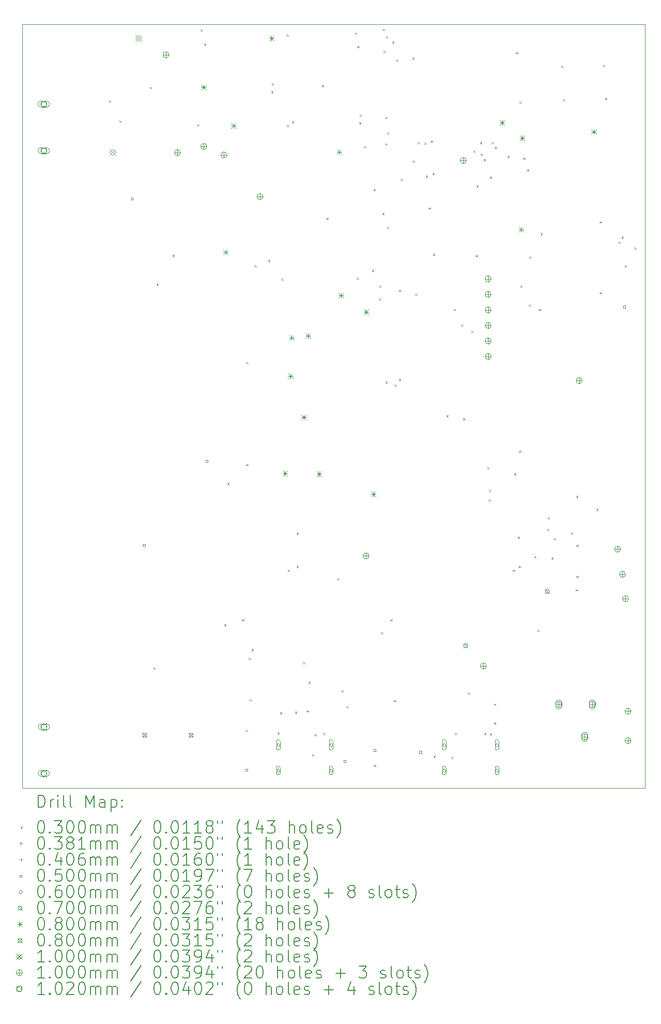
<source format=gbr>
%TF.GenerationSoftware,KiCad,Pcbnew,8.0.4*%
%TF.CreationDate,2025-02-20T16:09:42-05:00*%
%TF.ProjectId,Radiation2,52616469-6174-4696-9f6e-322e6b696361,rev?*%
%TF.SameCoordinates,Original*%
%TF.FileFunction,Drillmap*%
%TF.FilePolarity,Positive*%
%FSLAX45Y45*%
G04 Gerber Fmt 4.5, Leading zero omitted, Abs format (unit mm)*
G04 Created by KiCad (PCBNEW 8.0.4) date 2025-02-20 16:09:42*
%MOMM*%
%LPD*%
G01*
G04 APERTURE LIST*
%ADD10C,0.050000*%
%ADD11C,0.200000*%
%ADD12C,0.100000*%
%ADD13C,0.102000*%
G04 APERTURE END LIST*
D10*
X3720000Y-6190000D02*
X13920000Y-6190000D01*
X13920000Y-18690000D01*
X3720000Y-18690000D01*
X3720000Y-6190000D01*
D11*
D12*
X5135000Y-7435000D02*
X5165000Y-7465000D01*
X5165000Y-7435000D02*
X5135000Y-7465000D01*
X5305000Y-7765000D02*
X5335000Y-7795000D01*
X5335000Y-7765000D02*
X5305000Y-7795000D01*
X5805000Y-7215000D02*
X5835000Y-7245000D01*
X5835000Y-7215000D02*
X5805000Y-7245000D01*
X5865000Y-16715000D02*
X5895000Y-16745000D01*
X5895000Y-16715000D02*
X5865000Y-16745000D01*
X5915000Y-10435000D02*
X5945000Y-10465000D01*
X5945000Y-10435000D02*
X5915000Y-10465000D01*
X6585000Y-7825000D02*
X6615000Y-7855000D01*
X6615000Y-7825000D02*
X6585000Y-7855000D01*
X6635000Y-6275000D02*
X6665000Y-6305000D01*
X6665000Y-6275000D02*
X6635000Y-6305000D01*
X6695000Y-6505000D02*
X6725000Y-6535000D01*
X6725000Y-6505000D02*
X6695000Y-6535000D01*
X7025000Y-16005000D02*
X7055000Y-16035000D01*
X7055000Y-16005000D02*
X7025000Y-16035000D01*
X7075000Y-13695000D02*
X7105000Y-13725000D01*
X7105000Y-13695000D02*
X7075000Y-13725000D01*
X7315000Y-15925000D02*
X7345000Y-15955000D01*
X7345000Y-15925000D02*
X7315000Y-15955000D01*
X7377250Y-17735000D02*
X7407250Y-17765000D01*
X7407250Y-17735000D02*
X7377250Y-17765000D01*
X7385000Y-11715000D02*
X7415000Y-11745000D01*
X7415000Y-11715000D02*
X7385000Y-11745000D01*
X7385000Y-13385000D02*
X7415000Y-13415000D01*
X7415000Y-13385000D02*
X7385000Y-13415000D01*
X7425000Y-16555000D02*
X7455000Y-16585000D01*
X7455000Y-16555000D02*
X7425000Y-16585000D01*
X7445000Y-17235000D02*
X7475000Y-17265000D01*
X7475000Y-17235000D02*
X7445000Y-17265000D01*
X7475000Y-16415000D02*
X7505000Y-16445000D01*
X7505000Y-16415000D02*
X7475000Y-16445000D01*
X7520000Y-10130000D02*
X7550000Y-10160000D01*
X7550000Y-10130000D02*
X7520000Y-10160000D01*
X7745000Y-10045000D02*
X7775000Y-10075000D01*
X7775000Y-10045000D02*
X7745000Y-10075000D01*
X7795000Y-7285000D02*
X7825000Y-7315000D01*
X7825000Y-7285000D02*
X7795000Y-7315000D01*
X7805000Y-7155000D02*
X7835000Y-7185000D01*
X7835000Y-7155000D02*
X7805000Y-7185000D01*
X7895000Y-17775000D02*
X7925000Y-17805000D01*
X7925000Y-17775000D02*
X7895000Y-17805000D01*
X7937250Y-17445000D02*
X7967250Y-17475000D01*
X7967250Y-17445000D02*
X7937250Y-17475000D01*
X7960000Y-10350000D02*
X7990000Y-10380000D01*
X7990000Y-10350000D02*
X7960000Y-10380000D01*
X8045000Y-6355000D02*
X8075000Y-6385000D01*
X8075000Y-6355000D02*
X8045000Y-6385000D01*
X8055000Y-7835000D02*
X8085000Y-7865000D01*
X8085000Y-7835000D02*
X8055000Y-7865000D01*
X8065000Y-15115000D02*
X8095000Y-15145000D01*
X8095000Y-15115000D02*
X8065000Y-15145000D01*
X8135000Y-7775000D02*
X8165000Y-7805000D01*
X8165000Y-7775000D02*
X8135000Y-7805000D01*
X8185176Y-17437074D02*
X8215176Y-17467074D01*
X8215176Y-17437074D02*
X8185176Y-17467074D01*
X8210000Y-14510000D02*
X8240000Y-14540000D01*
X8240000Y-14510000D02*
X8210000Y-14540000D01*
X8210000Y-15050000D02*
X8240000Y-15080000D01*
X8240000Y-15050000D02*
X8210000Y-15080000D01*
X8315000Y-16625000D02*
X8345000Y-16655000D01*
X8345000Y-16625000D02*
X8315000Y-16655000D01*
X8377250Y-17415000D02*
X8407250Y-17445000D01*
X8407250Y-17415000D02*
X8377250Y-17445000D01*
X8405000Y-16945000D02*
X8435000Y-16975000D01*
X8435000Y-16945000D02*
X8405000Y-16975000D01*
X8465000Y-18135000D02*
X8495000Y-18165000D01*
X8495000Y-18135000D02*
X8465000Y-18165000D01*
X8507250Y-17805000D02*
X8537250Y-17835000D01*
X8537250Y-17805000D02*
X8507250Y-17835000D01*
X8625000Y-7182000D02*
X8655000Y-7212000D01*
X8655000Y-7182000D02*
X8625000Y-7212000D01*
X8647250Y-17785000D02*
X8677250Y-17815000D01*
X8677250Y-17785000D02*
X8647250Y-17815000D01*
X8695000Y-9355000D02*
X8725000Y-9385000D01*
X8725000Y-9355000D02*
X8695000Y-9385000D01*
X8875000Y-15255000D02*
X8905000Y-15285000D01*
X8905000Y-15255000D02*
X8875000Y-15285000D01*
X8945000Y-17085000D02*
X8975000Y-17115000D01*
X8975000Y-17085000D02*
X8945000Y-17115000D01*
X9025000Y-17345000D02*
X9055000Y-17375000D01*
X9055000Y-17345000D02*
X9025000Y-17375000D01*
X9165000Y-6325000D02*
X9195000Y-6355000D01*
X9195000Y-6325000D02*
X9165000Y-6355000D01*
X9195000Y-10335000D02*
X9225000Y-10365000D01*
X9225000Y-10335000D02*
X9195000Y-10365000D01*
X9205000Y-6545000D02*
X9235000Y-6575000D01*
X9235000Y-6545000D02*
X9205000Y-6575000D01*
X9235000Y-7795000D02*
X9265000Y-7825000D01*
X9265000Y-7795000D02*
X9235000Y-7825000D01*
X9245000Y-7665000D02*
X9275000Y-7695000D01*
X9275000Y-7665000D02*
X9245000Y-7695000D01*
X9315000Y-8185000D02*
X9345000Y-8215000D01*
X9345000Y-8185000D02*
X9315000Y-8215000D01*
X9445000Y-10205000D02*
X9475000Y-10235000D01*
X9475000Y-10205000D02*
X9445000Y-10235000D01*
X9470000Y-8885000D02*
X9500000Y-8915000D01*
X9500000Y-8885000D02*
X9470000Y-8915000D01*
X9475000Y-18305000D02*
X9505000Y-18335000D01*
X9505000Y-18305000D02*
X9475000Y-18335000D01*
X9565000Y-10465000D02*
X9595000Y-10495000D01*
X9595000Y-10465000D02*
X9565000Y-10495000D01*
X9565000Y-10675000D02*
X9595000Y-10705000D01*
X9595000Y-10675000D02*
X9565000Y-10705000D01*
X9595000Y-16135000D02*
X9625000Y-16165000D01*
X9625000Y-16135000D02*
X9595000Y-16165000D01*
X9615000Y-9275000D02*
X9645000Y-9305000D01*
X9645000Y-9275000D02*
X9615000Y-9305000D01*
X9625000Y-6265000D02*
X9655000Y-6295000D01*
X9655000Y-6265000D02*
X9625000Y-6295000D01*
X9635000Y-6625000D02*
X9665000Y-6655000D01*
X9665000Y-6625000D02*
X9635000Y-6655000D01*
X9665000Y-7705000D02*
X9695000Y-7735000D01*
X9695000Y-7705000D02*
X9665000Y-7735000D01*
X9665000Y-8135000D02*
X9695000Y-8165000D01*
X9695000Y-8135000D02*
X9665000Y-8165000D01*
X9665000Y-12035000D02*
X9695000Y-12065000D01*
X9695000Y-12035000D02*
X9665000Y-12065000D01*
X9675000Y-6385000D02*
X9705000Y-6415000D01*
X9705000Y-6385000D02*
X9675000Y-6415000D01*
X9695000Y-7955000D02*
X9725000Y-7985000D01*
X9725000Y-7955000D02*
X9695000Y-7985000D01*
X9695000Y-9505000D02*
X9725000Y-9535000D01*
X9725000Y-9505000D02*
X9695000Y-9535000D01*
X9745000Y-15925000D02*
X9775000Y-15955000D01*
X9775000Y-15925000D02*
X9745000Y-15955000D01*
X9775000Y-6475000D02*
X9805000Y-6505000D01*
X9805000Y-6475000D02*
X9775000Y-6505000D01*
X9805000Y-17245000D02*
X9835000Y-17275000D01*
X9835000Y-17245000D02*
X9805000Y-17275000D01*
X9815000Y-12085000D02*
X9845000Y-12115000D01*
X9845000Y-12085000D02*
X9815000Y-12115000D01*
X9845000Y-6765000D02*
X9875000Y-6795000D01*
X9875000Y-6765000D02*
X9845000Y-6795000D01*
X9885000Y-10535000D02*
X9915000Y-10565000D01*
X9915000Y-10535000D02*
X9885000Y-10565000D01*
X9885000Y-11995000D02*
X9915000Y-12025000D01*
X9915000Y-11995000D02*
X9885000Y-12025000D01*
X9915000Y-8715000D02*
X9945000Y-8745000D01*
X9945000Y-8715000D02*
X9915000Y-8745000D01*
X10105000Y-6735000D02*
X10135000Y-6765000D01*
X10135000Y-6735000D02*
X10105000Y-6765000D01*
X10115000Y-8415000D02*
X10145000Y-8445000D01*
X10145000Y-8415000D02*
X10115000Y-8445000D01*
X10155000Y-10595000D02*
X10185000Y-10625000D01*
X10185000Y-10595000D02*
X10155000Y-10625000D01*
X10195000Y-8115000D02*
X10225000Y-8145000D01*
X10225000Y-8115000D02*
X10195000Y-8145000D01*
X10305000Y-8125000D02*
X10335000Y-8155000D01*
X10335000Y-8125000D02*
X10305000Y-8155000D01*
X10325000Y-8665000D02*
X10355000Y-8695000D01*
X10355000Y-8665000D02*
X10325000Y-8695000D01*
X10375000Y-9185000D02*
X10405000Y-9215000D01*
X10405000Y-9185000D02*
X10375000Y-9215000D01*
X10405000Y-8095000D02*
X10435000Y-8125000D01*
X10435000Y-8095000D02*
X10405000Y-8125000D01*
X10435000Y-8625000D02*
X10465000Y-8655000D01*
X10465000Y-8625000D02*
X10435000Y-8655000D01*
X10445000Y-9945000D02*
X10475000Y-9975000D01*
X10475000Y-9945000D02*
X10445000Y-9975000D01*
X10455000Y-18155000D02*
X10485000Y-18185000D01*
X10485000Y-18155000D02*
X10455000Y-18185000D01*
X10665000Y-12585000D02*
X10695000Y-12615000D01*
X10695000Y-12585000D02*
X10665000Y-12615000D01*
X10745000Y-18175000D02*
X10775000Y-18205000D01*
X10775000Y-18175000D02*
X10745000Y-18205000D01*
X10785000Y-10845000D02*
X10815000Y-10875000D01*
X10815000Y-10845000D02*
X10785000Y-10875000D01*
X10805000Y-17785000D02*
X10835000Y-17815000D01*
X10835000Y-17785000D02*
X10805000Y-17815000D01*
X10905000Y-11103000D02*
X10935000Y-11133000D01*
X10935000Y-11103000D02*
X10905000Y-11133000D01*
X10935000Y-12635000D02*
X10965000Y-12665000D01*
X10965000Y-12635000D02*
X10935000Y-12665000D01*
X11015000Y-17125000D02*
X11045000Y-17155000D01*
X11045000Y-17125000D02*
X11015000Y-17155000D01*
X11070000Y-11200000D02*
X11100000Y-11230000D01*
X11100000Y-11200000D02*
X11070000Y-11230000D01*
X11105000Y-8255000D02*
X11135000Y-8285000D01*
X11135000Y-8255000D02*
X11105000Y-8285000D01*
X11145000Y-9965000D02*
X11175000Y-9995000D01*
X11175000Y-9965000D02*
X11145000Y-9995000D01*
X11155000Y-8825000D02*
X11185000Y-8855000D01*
X11185000Y-8825000D02*
X11155000Y-8855000D01*
X11215000Y-8115000D02*
X11245000Y-8145000D01*
X11245000Y-8115000D02*
X11215000Y-8145000D01*
X11225000Y-8305000D02*
X11255000Y-8335000D01*
X11255000Y-8305000D02*
X11225000Y-8335000D01*
X11275000Y-8395000D02*
X11305000Y-8425000D01*
X11305000Y-8395000D02*
X11275000Y-8425000D01*
X11285000Y-17785000D02*
X11315000Y-17815000D01*
X11315000Y-17785000D02*
X11285000Y-17815000D01*
X11335000Y-13435000D02*
X11365000Y-13465000D01*
X11365000Y-13435000D02*
X11335000Y-13465000D01*
X11355000Y-13965000D02*
X11385000Y-13995000D01*
X11385000Y-13965000D02*
X11355000Y-13995000D01*
X11365000Y-13805000D02*
X11395000Y-13835000D01*
X11395000Y-13805000D02*
X11365000Y-13835000D01*
X11375000Y-8685000D02*
X11405000Y-8715000D01*
X11405000Y-8685000D02*
X11375000Y-8715000D01*
X11375000Y-17795000D02*
X11405000Y-17825000D01*
X11405000Y-17795000D02*
X11375000Y-17825000D01*
X11405000Y-8115000D02*
X11435000Y-8145000D01*
X11435000Y-8115000D02*
X11405000Y-8145000D01*
X11445000Y-17305000D02*
X11475000Y-17335000D01*
X11475000Y-17305000D02*
X11445000Y-17335000D01*
X11445000Y-17615000D02*
X11475000Y-17645000D01*
X11475000Y-17615000D02*
X11445000Y-17645000D01*
X11455000Y-8195000D02*
X11485000Y-8225000D01*
X11485000Y-8195000D02*
X11455000Y-8225000D01*
X11665000Y-8345000D02*
X11695000Y-8375000D01*
X11695000Y-8345000D02*
X11665000Y-8375000D01*
X11755000Y-15115000D02*
X11785000Y-15145000D01*
X11785000Y-15115000D02*
X11755000Y-15145000D01*
X11775000Y-13535000D02*
X11805000Y-13565000D01*
X11805000Y-13535000D02*
X11775000Y-13565000D01*
X11805000Y-6645000D02*
X11835000Y-6675000D01*
X11835000Y-6645000D02*
X11805000Y-6675000D01*
X11835000Y-14575000D02*
X11865000Y-14605000D01*
X11865000Y-14575000D02*
X11835000Y-14605000D01*
X11845000Y-15055000D02*
X11875000Y-15085000D01*
X11875000Y-15055000D02*
X11845000Y-15085000D01*
X11855000Y-13165000D02*
X11885000Y-13195000D01*
X11885000Y-13165000D02*
X11855000Y-13195000D01*
X11865000Y-7455000D02*
X11895000Y-7485000D01*
X11895000Y-7455000D02*
X11865000Y-7485000D01*
X11875000Y-10465000D02*
X11905000Y-10495000D01*
X11905000Y-10465000D02*
X11875000Y-10495000D01*
X11925000Y-8375000D02*
X11955000Y-8405000D01*
X11955000Y-8375000D02*
X11925000Y-8405000D01*
X11985000Y-8565000D02*
X12015000Y-8595000D01*
X12015000Y-8565000D02*
X11985000Y-8595000D01*
X12015000Y-10775000D02*
X12045000Y-10805000D01*
X12045000Y-10775000D02*
X12015000Y-10805000D01*
X12025000Y-9985000D02*
X12055000Y-10015000D01*
X12055000Y-9985000D02*
X12025000Y-10015000D01*
X12105000Y-14895000D02*
X12135000Y-14925000D01*
X12135000Y-14895000D02*
X12105000Y-14925000D01*
X12155000Y-16095000D02*
X12185000Y-16125000D01*
X12185000Y-16095000D02*
X12155000Y-16125000D01*
X12175000Y-10845000D02*
X12205000Y-10875000D01*
X12205000Y-10845000D02*
X12175000Y-10875000D01*
X12205000Y-9605000D02*
X12235000Y-9635000D01*
X12235000Y-9605000D02*
X12205000Y-9635000D01*
X12315000Y-14445000D02*
X12345000Y-14475000D01*
X12345000Y-14445000D02*
X12315000Y-14475000D01*
X12325000Y-14257500D02*
X12355000Y-14287500D01*
X12355000Y-14257500D02*
X12325000Y-14287500D01*
X12385000Y-14915000D02*
X12415000Y-14945000D01*
X12415000Y-14915000D02*
X12385000Y-14945000D01*
X12425000Y-14595000D02*
X12455000Y-14625000D01*
X12455000Y-14595000D02*
X12425000Y-14625000D01*
X12545000Y-6865000D02*
X12575000Y-6895000D01*
X12575000Y-6865000D02*
X12545000Y-6895000D01*
X12575000Y-7415000D02*
X12605000Y-7445000D01*
X12605000Y-7415000D02*
X12575000Y-7445000D01*
X12705000Y-14505000D02*
X12735000Y-14535000D01*
X12735000Y-14505000D02*
X12705000Y-14535000D01*
X12785000Y-15435000D02*
X12815000Y-15465000D01*
X12815000Y-15435000D02*
X12785000Y-15465000D01*
X12791250Y-13907500D02*
X12821250Y-13937500D01*
X12821250Y-13907500D02*
X12791250Y-13937500D01*
X12795000Y-14705000D02*
X12825000Y-14735000D01*
X12825000Y-14705000D02*
X12795000Y-14735000D01*
X12795000Y-15215000D02*
X12825000Y-15245000D01*
X12825000Y-15215000D02*
X12795000Y-15245000D01*
X13121250Y-14117500D02*
X13151250Y-14147500D01*
X13151250Y-14117500D02*
X13121250Y-14147500D01*
X13175000Y-9415000D02*
X13205000Y-9445000D01*
X13205000Y-9415000D02*
X13175000Y-9445000D01*
X13177840Y-10575000D02*
X13207840Y-10605000D01*
X13207840Y-10575000D02*
X13177840Y-10605000D01*
X13225000Y-6855000D02*
X13255000Y-6885000D01*
X13255000Y-6855000D02*
X13225000Y-6885000D01*
X13265000Y-7395000D02*
X13295000Y-7425000D01*
X13295000Y-7395000D02*
X13265000Y-7425000D01*
X13485000Y-9745000D02*
X13515000Y-9775000D01*
X13515000Y-9745000D02*
X13485000Y-9775000D01*
X13535000Y-9665000D02*
X13565000Y-9695000D01*
X13565000Y-9665000D02*
X13535000Y-9695000D01*
X13587840Y-10135000D02*
X13617840Y-10165000D01*
X13617840Y-10135000D02*
X13587840Y-10165000D01*
X13745000Y-9845000D02*
X13775000Y-9875000D01*
X13775000Y-9845000D02*
X13745000Y-9875000D01*
X5539050Y-9050000D02*
G75*
G02*
X5500950Y-9050000I-19050J0D01*
G01*
X5500950Y-9050000D02*
G75*
G02*
X5539050Y-9050000I19050J0D01*
G01*
X6190000Y-9959680D02*
X6190000Y-10000320D01*
X6169680Y-9980000D02*
X6210320Y-9980000D01*
X5727678Y-14737678D02*
X5727678Y-14702322D01*
X5692322Y-14702322D01*
X5692322Y-14737678D01*
X5727678Y-14737678D01*
X6757678Y-13357678D02*
X6757678Y-13322322D01*
X6722322Y-13322322D01*
X6722322Y-13357678D01*
X6757678Y-13357678D01*
X7407678Y-18407678D02*
X7407678Y-18372322D01*
X7372322Y-18372322D01*
X7372322Y-18407678D01*
X7407678Y-18407678D01*
X9017678Y-18267678D02*
X9017678Y-18232322D01*
X8982322Y-18232322D01*
X8982322Y-18267678D01*
X9017678Y-18267678D01*
X9507678Y-18087678D02*
X9507678Y-18052322D01*
X9472322Y-18052322D01*
X9472322Y-18087678D01*
X9507678Y-18087678D01*
X10257678Y-18117678D02*
X10257678Y-18082322D01*
X10222322Y-18082322D01*
X10222322Y-18117678D01*
X10257678Y-18117678D01*
X13600518Y-10827678D02*
X13600518Y-10792322D01*
X13565162Y-10792322D01*
X13565162Y-10827678D01*
X13600518Y-10827678D01*
X7910250Y-18012000D02*
X7940250Y-17982000D01*
X7910250Y-17952000D01*
X7880250Y-17982000D01*
X7910250Y-18012000D01*
X7880250Y-17927000D02*
X7880250Y-18037000D01*
X7940250Y-18037000D02*
G75*
G02*
X7880250Y-18037000I-30000J0D01*
G01*
X7940250Y-18037000D02*
X7940250Y-17927000D01*
X7940250Y-17927000D02*
G75*
G03*
X7880250Y-17927000I-30000J0D01*
G01*
X7910250Y-18430000D02*
X7940250Y-18400000D01*
X7910250Y-18370000D01*
X7880250Y-18400000D01*
X7910250Y-18430000D01*
X7880250Y-18360000D02*
X7880250Y-18440000D01*
X7940250Y-18440000D02*
G75*
G02*
X7880250Y-18440000I-30000J0D01*
G01*
X7940250Y-18440000D02*
X7940250Y-18360000D01*
X7940250Y-18360000D02*
G75*
G03*
X7880250Y-18360000I-30000J0D01*
G01*
X8774250Y-18012000D02*
X8804250Y-17982000D01*
X8774250Y-17952000D01*
X8744250Y-17982000D01*
X8774250Y-18012000D01*
X8744250Y-17927000D02*
X8744250Y-18037000D01*
X8804250Y-18037000D02*
G75*
G02*
X8744250Y-18037000I-30000J0D01*
G01*
X8804250Y-18037000D02*
X8804250Y-17927000D01*
X8804250Y-17927000D02*
G75*
G03*
X8744250Y-17927000I-30000J0D01*
G01*
X8774250Y-18430000D02*
X8804250Y-18400000D01*
X8774250Y-18370000D01*
X8744250Y-18400000D01*
X8774250Y-18430000D01*
X8744250Y-18360000D02*
X8744250Y-18440000D01*
X8804250Y-18440000D02*
G75*
G02*
X8744250Y-18440000I-30000J0D01*
G01*
X8804250Y-18440000D02*
X8804250Y-18360000D01*
X8804250Y-18360000D02*
G75*
G03*
X8744250Y-18360000I-30000J0D01*
G01*
X10628000Y-18012000D02*
X10658000Y-17982000D01*
X10628000Y-17952000D01*
X10598000Y-17982000D01*
X10628000Y-18012000D01*
X10598000Y-17927000D02*
X10598000Y-18037000D01*
X10658000Y-18037000D02*
G75*
G02*
X10598000Y-18037000I-30000J0D01*
G01*
X10658000Y-18037000D02*
X10658000Y-17927000D01*
X10658000Y-17927000D02*
G75*
G03*
X10598000Y-17927000I-30000J0D01*
G01*
X10628000Y-18430000D02*
X10658000Y-18400000D01*
X10628000Y-18370000D01*
X10598000Y-18400000D01*
X10628000Y-18430000D01*
X10598000Y-18360000D02*
X10598000Y-18440000D01*
X10658000Y-18440000D02*
G75*
G02*
X10598000Y-18440000I-30000J0D01*
G01*
X10658000Y-18440000D02*
X10658000Y-18360000D01*
X10658000Y-18360000D02*
G75*
G03*
X10598000Y-18360000I-30000J0D01*
G01*
X11492000Y-18012000D02*
X11522000Y-17982000D01*
X11492000Y-17952000D01*
X11462000Y-17982000D01*
X11492000Y-18012000D01*
X11462000Y-17927000D02*
X11462000Y-18037000D01*
X11522000Y-18037000D02*
G75*
G02*
X11462000Y-18037000I-30000J0D01*
G01*
X11522000Y-18037000D02*
X11522000Y-17927000D01*
X11522000Y-17927000D02*
G75*
G03*
X11462000Y-17927000I-30000J0D01*
G01*
X11492000Y-18430000D02*
X11522000Y-18400000D01*
X11492000Y-18370000D01*
X11462000Y-18400000D01*
X11492000Y-18430000D01*
X11462000Y-18360000D02*
X11462000Y-18440000D01*
X11522000Y-18440000D02*
G75*
G02*
X11462000Y-18440000I-30000J0D01*
G01*
X11522000Y-18440000D02*
X11522000Y-18360000D01*
X11522000Y-18360000D02*
G75*
G03*
X11462000Y-18360000I-30000J0D01*
G01*
X10945000Y-16325000D02*
X11015000Y-16395000D01*
X11015000Y-16325000D02*
X10945000Y-16395000D01*
X11015000Y-16360000D02*
G75*
G02*
X10945000Y-16360000I-35000J0D01*
G01*
X10945000Y-16360000D02*
G75*
G02*
X11015000Y-16360000I35000J0D01*
G01*
X12285000Y-15435000D02*
X12355000Y-15505000D01*
X12355000Y-15435000D02*
X12285000Y-15505000D01*
X12355000Y-15470000D02*
G75*
G02*
X12285000Y-15470000I-35000J0D01*
G01*
X12285000Y-15470000D02*
G75*
G02*
X12355000Y-15470000I35000J0D01*
G01*
X6650000Y-7180000D02*
X6730000Y-7260000D01*
X6730000Y-7180000D02*
X6650000Y-7260000D01*
X6690000Y-7180000D02*
X6690000Y-7260000D01*
X6650000Y-7220000D02*
X6730000Y-7220000D01*
X7010000Y-9880000D02*
X7090000Y-9960000D01*
X7090000Y-9880000D02*
X7010000Y-9960000D01*
X7050000Y-9880000D02*
X7050000Y-9960000D01*
X7010000Y-9920000D02*
X7090000Y-9920000D01*
X7140000Y-7810000D02*
X7220000Y-7890000D01*
X7220000Y-7810000D02*
X7140000Y-7890000D01*
X7180000Y-7810000D02*
X7180000Y-7890000D01*
X7140000Y-7850000D02*
X7220000Y-7850000D01*
X7760000Y-6380000D02*
X7840000Y-6460000D01*
X7840000Y-6380000D02*
X7760000Y-6460000D01*
X7800000Y-6380000D02*
X7800000Y-6460000D01*
X7760000Y-6420000D02*
X7840000Y-6420000D01*
X7980000Y-13500000D02*
X8060000Y-13580000D01*
X8060000Y-13500000D02*
X7980000Y-13580000D01*
X8020000Y-13500000D02*
X8020000Y-13580000D01*
X7980000Y-13540000D02*
X8060000Y-13540000D01*
X8070000Y-11910000D02*
X8150000Y-11990000D01*
X8150000Y-11910000D02*
X8070000Y-11990000D01*
X8110000Y-11910000D02*
X8110000Y-11990000D01*
X8070000Y-11950000D02*
X8150000Y-11950000D01*
X8090000Y-11280000D02*
X8170000Y-11360000D01*
X8170000Y-11280000D02*
X8090000Y-11360000D01*
X8130000Y-11280000D02*
X8130000Y-11360000D01*
X8090000Y-11320000D02*
X8170000Y-11320000D01*
X8289810Y-12580000D02*
X8369810Y-12660000D01*
X8369810Y-12580000D02*
X8289810Y-12660000D01*
X8329810Y-12580000D02*
X8329810Y-12660000D01*
X8289810Y-12620000D02*
X8369810Y-12620000D01*
X8360000Y-11250000D02*
X8440000Y-11330000D01*
X8440000Y-11250000D02*
X8360000Y-11330000D01*
X8400000Y-11250000D02*
X8400000Y-11330000D01*
X8360000Y-11290000D02*
X8440000Y-11290000D01*
X8540000Y-13510000D02*
X8620000Y-13590000D01*
X8620000Y-13510000D02*
X8540000Y-13590000D01*
X8580000Y-13510000D02*
X8580000Y-13590000D01*
X8540000Y-13550000D02*
X8620000Y-13550000D01*
X8870000Y-8240000D02*
X8950000Y-8320000D01*
X8950000Y-8240000D02*
X8870000Y-8320000D01*
X8910000Y-8240000D02*
X8910000Y-8320000D01*
X8870000Y-8280000D02*
X8950000Y-8280000D01*
X8900000Y-10590000D02*
X8980000Y-10670000D01*
X8980000Y-10590000D02*
X8900000Y-10670000D01*
X8940000Y-10590000D02*
X8940000Y-10670000D01*
X8900000Y-10630000D02*
X8980000Y-10630000D01*
X9310000Y-10860000D02*
X9390000Y-10940000D01*
X9390000Y-10860000D02*
X9310000Y-10940000D01*
X9350000Y-10860000D02*
X9350000Y-10940000D01*
X9310000Y-10900000D02*
X9390000Y-10900000D01*
X9429810Y-13840000D02*
X9509810Y-13920000D01*
X9509810Y-13840000D02*
X9429810Y-13920000D01*
X9469810Y-13840000D02*
X9469810Y-13920000D01*
X9429810Y-13880000D02*
X9509810Y-13880000D01*
X11540000Y-7760000D02*
X11620000Y-7840000D01*
X11620000Y-7760000D02*
X11540000Y-7840000D01*
X11580000Y-7760000D02*
X11580000Y-7840000D01*
X11540000Y-7800000D02*
X11620000Y-7800000D01*
X11850000Y-9510000D02*
X11930000Y-9590000D01*
X11930000Y-9510000D02*
X11850000Y-9590000D01*
X11890000Y-9510000D02*
X11890000Y-9590000D01*
X11850000Y-9550000D02*
X11930000Y-9550000D01*
X11867500Y-8012500D02*
X11947500Y-8092500D01*
X11947500Y-8012500D02*
X11867500Y-8092500D01*
X11907500Y-8012500D02*
X11907500Y-8092500D01*
X11867500Y-8052500D02*
X11947500Y-8052500D01*
X13040000Y-7910000D02*
X13120000Y-7990000D01*
X13120000Y-7910000D02*
X13040000Y-7990000D01*
X13080000Y-7910000D02*
X13080000Y-7990000D01*
X13040000Y-7950000D02*
X13120000Y-7950000D01*
X5680000Y-17780000D02*
X5760000Y-17860000D01*
X5760000Y-17780000D02*
X5680000Y-17860000D01*
X5748284Y-17848285D02*
X5748284Y-17791716D01*
X5691715Y-17791716D01*
X5691715Y-17848285D01*
X5748284Y-17848285D01*
X6440000Y-17780000D02*
X6520000Y-17860000D01*
X6520000Y-17780000D02*
X6440000Y-17860000D01*
X6508284Y-17848285D02*
X6508284Y-17791716D01*
X6451715Y-17791716D01*
X6451715Y-17848285D01*
X6508284Y-17848285D01*
X5150000Y-8230000D02*
X5250000Y-8330000D01*
X5250000Y-8230000D02*
X5150000Y-8330000D01*
X5200000Y-8330000D02*
X5250000Y-8280000D01*
X5200000Y-8230000D01*
X5150000Y-8280000D01*
X5200000Y-8330000D01*
X5570000Y-6370000D02*
X5670000Y-6470000D01*
X5670000Y-6370000D02*
X5570000Y-6470000D01*
X5620000Y-6470000D02*
X5670000Y-6420000D01*
X5620000Y-6370000D01*
X5570000Y-6420000D01*
X5620000Y-6470000D01*
X6070000Y-6640000D02*
X6070000Y-6740000D01*
X6020000Y-6690000D02*
X6120000Y-6690000D01*
X6120000Y-6690000D02*
G75*
G02*
X6020000Y-6690000I-50000J0D01*
G01*
X6020000Y-6690000D02*
G75*
G02*
X6120000Y-6690000I50000J0D01*
G01*
X6260000Y-8240000D02*
X6260000Y-8340000D01*
X6210000Y-8290000D02*
X6310000Y-8290000D01*
X6310000Y-8290000D02*
G75*
G02*
X6210000Y-8290000I-50000J0D01*
G01*
X6210000Y-8290000D02*
G75*
G02*
X6310000Y-8290000I50000J0D01*
G01*
X6690000Y-8140000D02*
X6690000Y-8240000D01*
X6640000Y-8190000D02*
X6740000Y-8190000D01*
X6740000Y-8190000D02*
G75*
G02*
X6640000Y-8190000I-50000J0D01*
G01*
X6640000Y-8190000D02*
G75*
G02*
X6740000Y-8190000I50000J0D01*
G01*
X7020000Y-8280000D02*
X7020000Y-8380000D01*
X6970000Y-8330000D02*
X7070000Y-8330000D01*
X7070000Y-8330000D02*
G75*
G02*
X6970000Y-8330000I-50000J0D01*
G01*
X6970000Y-8330000D02*
G75*
G02*
X7070000Y-8330000I50000J0D01*
G01*
X7610000Y-8960000D02*
X7610000Y-9060000D01*
X7560000Y-9010000D02*
X7660000Y-9010000D01*
X7660000Y-9010000D02*
G75*
G02*
X7560000Y-9010000I-50000J0D01*
G01*
X7560000Y-9010000D02*
G75*
G02*
X7660000Y-9010000I50000J0D01*
G01*
X9350000Y-14840000D02*
X9350000Y-14940000D01*
X9300000Y-14890000D02*
X9400000Y-14890000D01*
X9400000Y-14890000D02*
G75*
G02*
X9300000Y-14890000I-50000J0D01*
G01*
X9300000Y-14890000D02*
G75*
G02*
X9400000Y-14890000I50000J0D01*
G01*
X10940000Y-8370000D02*
X10940000Y-8470000D01*
X10890000Y-8420000D02*
X10990000Y-8420000D01*
X10990000Y-8420000D02*
G75*
G02*
X10890000Y-8420000I-50000J0D01*
G01*
X10890000Y-8420000D02*
G75*
G02*
X10990000Y-8420000I50000J0D01*
G01*
X11270000Y-16640000D02*
X11270000Y-16740000D01*
X11220000Y-16690000D02*
X11320000Y-16690000D01*
X11320000Y-16690000D02*
G75*
G02*
X11220000Y-16690000I-50000J0D01*
G01*
X11220000Y-16690000D02*
G75*
G02*
X11320000Y-16690000I50000J0D01*
G01*
X11350000Y-10306000D02*
X11350000Y-10406000D01*
X11300000Y-10356000D02*
X11400000Y-10356000D01*
X11400000Y-10356000D02*
G75*
G02*
X11300000Y-10356000I-50000J0D01*
G01*
X11300000Y-10356000D02*
G75*
G02*
X11400000Y-10356000I50000J0D01*
G01*
X11350000Y-10560000D02*
X11350000Y-10660000D01*
X11300000Y-10610000D02*
X11400000Y-10610000D01*
X11400000Y-10610000D02*
G75*
G02*
X11300000Y-10610000I-50000J0D01*
G01*
X11300000Y-10610000D02*
G75*
G02*
X11400000Y-10610000I50000J0D01*
G01*
X11350000Y-10814000D02*
X11350000Y-10914000D01*
X11300000Y-10864000D02*
X11400000Y-10864000D01*
X11400000Y-10864000D02*
G75*
G02*
X11300000Y-10864000I-50000J0D01*
G01*
X11300000Y-10864000D02*
G75*
G02*
X11400000Y-10864000I50000J0D01*
G01*
X11350000Y-11068000D02*
X11350000Y-11168000D01*
X11300000Y-11118000D02*
X11400000Y-11118000D01*
X11400000Y-11118000D02*
G75*
G02*
X11300000Y-11118000I-50000J0D01*
G01*
X11300000Y-11118000D02*
G75*
G02*
X11400000Y-11118000I50000J0D01*
G01*
X11350000Y-11322000D02*
X11350000Y-11422000D01*
X11300000Y-11372000D02*
X11400000Y-11372000D01*
X11400000Y-11372000D02*
G75*
G02*
X11300000Y-11372000I-50000J0D01*
G01*
X11300000Y-11372000D02*
G75*
G02*
X11400000Y-11372000I50000J0D01*
G01*
X11350000Y-11576000D02*
X11350000Y-11676000D01*
X11300000Y-11626000D02*
X11400000Y-11626000D01*
X11400000Y-11626000D02*
G75*
G02*
X11300000Y-11626000I-50000J0D01*
G01*
X11300000Y-11626000D02*
G75*
G02*
X11400000Y-11626000I50000J0D01*
G01*
X12504994Y-17270000D02*
X12504994Y-17370000D01*
X12454994Y-17320000D02*
X12554994Y-17320000D01*
X12554994Y-17320000D02*
G75*
G02*
X12454994Y-17320000I-50000J0D01*
G01*
X12454994Y-17320000D02*
G75*
G02*
X12554994Y-17320000I50000J0D01*
G01*
X12454994Y-17295000D02*
X12454994Y-17345000D01*
X12554994Y-17345000D02*
G75*
G02*
X12454994Y-17345000I-50000J0D01*
G01*
X12554994Y-17345000D02*
X12554994Y-17295000D01*
X12554994Y-17295000D02*
G75*
G03*
X12454994Y-17295000I-50000J0D01*
G01*
X12840000Y-11970000D02*
X12840000Y-12070000D01*
X12790000Y-12020000D02*
X12890000Y-12020000D01*
X12890000Y-12020000D02*
G75*
G02*
X12790000Y-12020000I-50000J0D01*
G01*
X12790000Y-12020000D02*
G75*
G02*
X12890000Y-12020000I50000J0D01*
G01*
X12930012Y-17800000D02*
X12930012Y-17900000D01*
X12880012Y-17850000D02*
X12980012Y-17850000D01*
X12980012Y-17850000D02*
G75*
G02*
X12880012Y-17850000I-50000J0D01*
G01*
X12880012Y-17850000D02*
G75*
G02*
X12980012Y-17850000I50000J0D01*
G01*
X12880012Y-17825000D02*
X12880012Y-17875000D01*
X12980012Y-17875000D02*
G75*
G02*
X12880012Y-17875000I-50000J0D01*
G01*
X12980012Y-17875000D02*
X12980012Y-17825000D01*
X12980012Y-17825000D02*
G75*
G03*
X12880012Y-17825000I-50000J0D01*
G01*
X13054994Y-17270000D02*
X13054994Y-17370000D01*
X13004994Y-17320000D02*
X13104994Y-17320000D01*
X13104994Y-17320000D02*
G75*
G02*
X13004994Y-17320000I-50000J0D01*
G01*
X13004994Y-17320000D02*
G75*
G02*
X13104994Y-17320000I50000J0D01*
G01*
X13004994Y-17295000D02*
X13004994Y-17345000D01*
X13104994Y-17345000D02*
G75*
G02*
X13004994Y-17345000I-50000J0D01*
G01*
X13104994Y-17345000D02*
X13104994Y-17295000D01*
X13104994Y-17295000D02*
G75*
G03*
X13004994Y-17295000I-50000J0D01*
G01*
X13470000Y-14730000D02*
X13470000Y-14830000D01*
X13420000Y-14780000D02*
X13520000Y-14780000D01*
X13520000Y-14780000D02*
G75*
G02*
X13420000Y-14780000I-50000J0D01*
G01*
X13420000Y-14780000D02*
G75*
G02*
X13520000Y-14780000I50000J0D01*
G01*
X13550000Y-15140000D02*
X13550000Y-15240000D01*
X13500000Y-15190000D02*
X13600000Y-15190000D01*
X13600000Y-15190000D02*
G75*
G02*
X13500000Y-15190000I-50000J0D01*
G01*
X13500000Y-15190000D02*
G75*
G02*
X13600000Y-15190000I50000J0D01*
G01*
X13600000Y-15540000D02*
X13600000Y-15640000D01*
X13550000Y-15590000D02*
X13650000Y-15590000D01*
X13650000Y-15590000D02*
G75*
G02*
X13550000Y-15590000I-50000J0D01*
G01*
X13550000Y-15590000D02*
G75*
G02*
X13650000Y-15590000I50000J0D01*
G01*
X13640000Y-17380000D02*
X13640000Y-17480000D01*
X13590000Y-17430000D02*
X13690000Y-17430000D01*
X13690000Y-17430000D02*
G75*
G02*
X13590000Y-17430000I-50000J0D01*
G01*
X13590000Y-17430000D02*
G75*
G02*
X13690000Y-17430000I50000J0D01*
G01*
X13640000Y-17860000D02*
X13640000Y-17960000D01*
X13590000Y-17910000D02*
X13690000Y-17910000D01*
X13690000Y-17910000D02*
G75*
G02*
X13590000Y-17910000I-50000J0D01*
G01*
X13590000Y-17910000D02*
G75*
G02*
X13690000Y-17910000I50000J0D01*
G01*
D13*
X4105563Y-7532313D02*
X4105563Y-7460187D01*
X4033437Y-7460187D01*
X4033437Y-7532313D01*
X4105563Y-7532313D01*
X4120500Y-7496250D02*
G75*
G02*
X4018500Y-7496250I-51000J0D01*
G01*
X4018500Y-7496250D02*
G75*
G02*
X4120500Y-7496250I51000J0D01*
G01*
D12*
X4112000Y-7445250D02*
X4027000Y-7445250D01*
X4027000Y-7547250D02*
G75*
G02*
X4027000Y-7445250I0J51000D01*
G01*
X4027000Y-7547250D02*
X4112000Y-7547250D01*
X4112000Y-7547250D02*
G75*
G03*
X4112000Y-7445250I0J51000D01*
G01*
D13*
X4105563Y-8294313D02*
X4105563Y-8222187D01*
X4033437Y-8222187D01*
X4033437Y-8294313D01*
X4105563Y-8294313D01*
X4120500Y-8258250D02*
G75*
G02*
X4018500Y-8258250I-51000J0D01*
G01*
X4018500Y-8258250D02*
G75*
G02*
X4120500Y-8258250I51000J0D01*
G01*
D12*
X4112000Y-8207250D02*
X4027000Y-8207250D01*
X4027000Y-8309250D02*
G75*
G02*
X4027000Y-8207250I0J51000D01*
G01*
X4027000Y-8309250D02*
X4112000Y-8309250D01*
X4112000Y-8309250D02*
G75*
G03*
X4112000Y-8207250I0J51000D01*
G01*
D13*
X4106063Y-17721813D02*
X4106063Y-17649687D01*
X4033937Y-17649687D01*
X4033937Y-17721813D01*
X4106063Y-17721813D01*
X4121000Y-17685750D02*
G75*
G02*
X4019000Y-17685750I-51000J0D01*
G01*
X4019000Y-17685750D02*
G75*
G02*
X4121000Y-17685750I51000J0D01*
G01*
D12*
X4027500Y-17736750D02*
X4112500Y-17736750D01*
X4112500Y-17634750D02*
G75*
G02*
X4112500Y-17736750I0J-51000D01*
G01*
X4112500Y-17634750D02*
X4027500Y-17634750D01*
X4027500Y-17634750D02*
G75*
G03*
X4027500Y-17736750I0J-51000D01*
G01*
D13*
X4106063Y-18483813D02*
X4106063Y-18411687D01*
X4033937Y-18411687D01*
X4033937Y-18483813D01*
X4106063Y-18483813D01*
X4121000Y-18447750D02*
G75*
G02*
X4019000Y-18447750I-51000J0D01*
G01*
X4019000Y-18447750D02*
G75*
G02*
X4121000Y-18447750I51000J0D01*
G01*
D12*
X4027500Y-18498750D02*
X4112500Y-18498750D01*
X4112500Y-18396750D02*
G75*
G02*
X4112500Y-18498750I0J-51000D01*
G01*
X4112500Y-18396750D02*
X4027500Y-18396750D01*
X4027500Y-18396750D02*
G75*
G03*
X4027500Y-18498750I0J-51000D01*
G01*
D11*
X3978277Y-19003984D02*
X3978277Y-18803984D01*
X3978277Y-18803984D02*
X4025896Y-18803984D01*
X4025896Y-18803984D02*
X4054467Y-18813508D01*
X4054467Y-18813508D02*
X4073515Y-18832555D01*
X4073515Y-18832555D02*
X4083039Y-18851603D01*
X4083039Y-18851603D02*
X4092562Y-18889698D01*
X4092562Y-18889698D02*
X4092562Y-18918270D01*
X4092562Y-18918270D02*
X4083039Y-18956365D01*
X4083039Y-18956365D02*
X4073515Y-18975412D01*
X4073515Y-18975412D02*
X4054467Y-18994460D01*
X4054467Y-18994460D02*
X4025896Y-19003984D01*
X4025896Y-19003984D02*
X3978277Y-19003984D01*
X4178277Y-19003984D02*
X4178277Y-18870650D01*
X4178277Y-18908746D02*
X4187801Y-18889698D01*
X4187801Y-18889698D02*
X4197324Y-18880174D01*
X4197324Y-18880174D02*
X4216372Y-18870650D01*
X4216372Y-18870650D02*
X4235420Y-18870650D01*
X4302086Y-19003984D02*
X4302086Y-18870650D01*
X4302086Y-18803984D02*
X4292563Y-18813508D01*
X4292563Y-18813508D02*
X4302086Y-18823031D01*
X4302086Y-18823031D02*
X4311610Y-18813508D01*
X4311610Y-18813508D02*
X4302086Y-18803984D01*
X4302086Y-18803984D02*
X4302086Y-18823031D01*
X4425896Y-19003984D02*
X4406848Y-18994460D01*
X4406848Y-18994460D02*
X4397324Y-18975412D01*
X4397324Y-18975412D02*
X4397324Y-18803984D01*
X4530658Y-19003984D02*
X4511610Y-18994460D01*
X4511610Y-18994460D02*
X4502086Y-18975412D01*
X4502086Y-18975412D02*
X4502086Y-18803984D01*
X4759229Y-19003984D02*
X4759229Y-18803984D01*
X4759229Y-18803984D02*
X4825896Y-18946841D01*
X4825896Y-18946841D02*
X4892563Y-18803984D01*
X4892563Y-18803984D02*
X4892563Y-19003984D01*
X5073515Y-19003984D02*
X5073515Y-18899222D01*
X5073515Y-18899222D02*
X5063991Y-18880174D01*
X5063991Y-18880174D02*
X5044944Y-18870650D01*
X5044944Y-18870650D02*
X5006848Y-18870650D01*
X5006848Y-18870650D02*
X4987801Y-18880174D01*
X5073515Y-18994460D02*
X5054467Y-19003984D01*
X5054467Y-19003984D02*
X5006848Y-19003984D01*
X5006848Y-19003984D02*
X4987801Y-18994460D01*
X4987801Y-18994460D02*
X4978277Y-18975412D01*
X4978277Y-18975412D02*
X4978277Y-18956365D01*
X4978277Y-18956365D02*
X4987801Y-18937317D01*
X4987801Y-18937317D02*
X5006848Y-18927793D01*
X5006848Y-18927793D02*
X5054467Y-18927793D01*
X5054467Y-18927793D02*
X5073515Y-18918270D01*
X5168753Y-18870650D02*
X5168753Y-19070650D01*
X5168753Y-18880174D02*
X5187801Y-18870650D01*
X5187801Y-18870650D02*
X5225896Y-18870650D01*
X5225896Y-18870650D02*
X5244944Y-18880174D01*
X5244944Y-18880174D02*
X5254467Y-18889698D01*
X5254467Y-18889698D02*
X5263991Y-18908746D01*
X5263991Y-18908746D02*
X5263991Y-18965889D01*
X5263991Y-18965889D02*
X5254467Y-18984936D01*
X5254467Y-18984936D02*
X5244944Y-18994460D01*
X5244944Y-18994460D02*
X5225896Y-19003984D01*
X5225896Y-19003984D02*
X5187801Y-19003984D01*
X5187801Y-19003984D02*
X5168753Y-18994460D01*
X5349705Y-18984936D02*
X5359229Y-18994460D01*
X5359229Y-18994460D02*
X5349705Y-19003984D01*
X5349705Y-19003984D02*
X5340182Y-18994460D01*
X5340182Y-18994460D02*
X5349705Y-18984936D01*
X5349705Y-18984936D02*
X5349705Y-19003984D01*
X5349705Y-18880174D02*
X5359229Y-18889698D01*
X5359229Y-18889698D02*
X5349705Y-18899222D01*
X5349705Y-18899222D02*
X5340182Y-18889698D01*
X5340182Y-18889698D02*
X5349705Y-18880174D01*
X5349705Y-18880174D02*
X5349705Y-18899222D01*
D12*
X3687500Y-19317500D02*
X3717500Y-19347500D01*
X3717500Y-19317500D02*
X3687500Y-19347500D01*
D11*
X4016372Y-19223984D02*
X4035420Y-19223984D01*
X4035420Y-19223984D02*
X4054467Y-19233508D01*
X4054467Y-19233508D02*
X4063991Y-19243031D01*
X4063991Y-19243031D02*
X4073515Y-19262079D01*
X4073515Y-19262079D02*
X4083039Y-19300174D01*
X4083039Y-19300174D02*
X4083039Y-19347793D01*
X4083039Y-19347793D02*
X4073515Y-19385889D01*
X4073515Y-19385889D02*
X4063991Y-19404936D01*
X4063991Y-19404936D02*
X4054467Y-19414460D01*
X4054467Y-19414460D02*
X4035420Y-19423984D01*
X4035420Y-19423984D02*
X4016372Y-19423984D01*
X4016372Y-19423984D02*
X3997324Y-19414460D01*
X3997324Y-19414460D02*
X3987801Y-19404936D01*
X3987801Y-19404936D02*
X3978277Y-19385889D01*
X3978277Y-19385889D02*
X3968753Y-19347793D01*
X3968753Y-19347793D02*
X3968753Y-19300174D01*
X3968753Y-19300174D02*
X3978277Y-19262079D01*
X3978277Y-19262079D02*
X3987801Y-19243031D01*
X3987801Y-19243031D02*
X3997324Y-19233508D01*
X3997324Y-19233508D02*
X4016372Y-19223984D01*
X4168753Y-19404936D02*
X4178277Y-19414460D01*
X4178277Y-19414460D02*
X4168753Y-19423984D01*
X4168753Y-19423984D02*
X4159229Y-19414460D01*
X4159229Y-19414460D02*
X4168753Y-19404936D01*
X4168753Y-19404936D02*
X4168753Y-19423984D01*
X4244944Y-19223984D02*
X4368753Y-19223984D01*
X4368753Y-19223984D02*
X4302086Y-19300174D01*
X4302086Y-19300174D02*
X4330658Y-19300174D01*
X4330658Y-19300174D02*
X4349705Y-19309698D01*
X4349705Y-19309698D02*
X4359229Y-19319222D01*
X4359229Y-19319222D02*
X4368753Y-19338270D01*
X4368753Y-19338270D02*
X4368753Y-19385889D01*
X4368753Y-19385889D02*
X4359229Y-19404936D01*
X4359229Y-19404936D02*
X4349705Y-19414460D01*
X4349705Y-19414460D02*
X4330658Y-19423984D01*
X4330658Y-19423984D02*
X4273515Y-19423984D01*
X4273515Y-19423984D02*
X4254467Y-19414460D01*
X4254467Y-19414460D02*
X4244944Y-19404936D01*
X4492563Y-19223984D02*
X4511610Y-19223984D01*
X4511610Y-19223984D02*
X4530658Y-19233508D01*
X4530658Y-19233508D02*
X4540182Y-19243031D01*
X4540182Y-19243031D02*
X4549705Y-19262079D01*
X4549705Y-19262079D02*
X4559229Y-19300174D01*
X4559229Y-19300174D02*
X4559229Y-19347793D01*
X4559229Y-19347793D02*
X4549705Y-19385889D01*
X4549705Y-19385889D02*
X4540182Y-19404936D01*
X4540182Y-19404936D02*
X4530658Y-19414460D01*
X4530658Y-19414460D02*
X4511610Y-19423984D01*
X4511610Y-19423984D02*
X4492563Y-19423984D01*
X4492563Y-19423984D02*
X4473515Y-19414460D01*
X4473515Y-19414460D02*
X4463991Y-19404936D01*
X4463991Y-19404936D02*
X4454467Y-19385889D01*
X4454467Y-19385889D02*
X4444944Y-19347793D01*
X4444944Y-19347793D02*
X4444944Y-19300174D01*
X4444944Y-19300174D02*
X4454467Y-19262079D01*
X4454467Y-19262079D02*
X4463991Y-19243031D01*
X4463991Y-19243031D02*
X4473515Y-19233508D01*
X4473515Y-19233508D02*
X4492563Y-19223984D01*
X4683039Y-19223984D02*
X4702086Y-19223984D01*
X4702086Y-19223984D02*
X4721134Y-19233508D01*
X4721134Y-19233508D02*
X4730658Y-19243031D01*
X4730658Y-19243031D02*
X4740182Y-19262079D01*
X4740182Y-19262079D02*
X4749705Y-19300174D01*
X4749705Y-19300174D02*
X4749705Y-19347793D01*
X4749705Y-19347793D02*
X4740182Y-19385889D01*
X4740182Y-19385889D02*
X4730658Y-19404936D01*
X4730658Y-19404936D02*
X4721134Y-19414460D01*
X4721134Y-19414460D02*
X4702086Y-19423984D01*
X4702086Y-19423984D02*
X4683039Y-19423984D01*
X4683039Y-19423984D02*
X4663991Y-19414460D01*
X4663991Y-19414460D02*
X4654467Y-19404936D01*
X4654467Y-19404936D02*
X4644944Y-19385889D01*
X4644944Y-19385889D02*
X4635420Y-19347793D01*
X4635420Y-19347793D02*
X4635420Y-19300174D01*
X4635420Y-19300174D02*
X4644944Y-19262079D01*
X4644944Y-19262079D02*
X4654467Y-19243031D01*
X4654467Y-19243031D02*
X4663991Y-19233508D01*
X4663991Y-19233508D02*
X4683039Y-19223984D01*
X4835420Y-19423984D02*
X4835420Y-19290650D01*
X4835420Y-19309698D02*
X4844944Y-19300174D01*
X4844944Y-19300174D02*
X4863991Y-19290650D01*
X4863991Y-19290650D02*
X4892563Y-19290650D01*
X4892563Y-19290650D02*
X4911610Y-19300174D01*
X4911610Y-19300174D02*
X4921134Y-19319222D01*
X4921134Y-19319222D02*
X4921134Y-19423984D01*
X4921134Y-19319222D02*
X4930658Y-19300174D01*
X4930658Y-19300174D02*
X4949705Y-19290650D01*
X4949705Y-19290650D02*
X4978277Y-19290650D01*
X4978277Y-19290650D02*
X4997325Y-19300174D01*
X4997325Y-19300174D02*
X5006848Y-19319222D01*
X5006848Y-19319222D02*
X5006848Y-19423984D01*
X5102086Y-19423984D02*
X5102086Y-19290650D01*
X5102086Y-19309698D02*
X5111610Y-19300174D01*
X5111610Y-19300174D02*
X5130658Y-19290650D01*
X5130658Y-19290650D02*
X5159229Y-19290650D01*
X5159229Y-19290650D02*
X5178277Y-19300174D01*
X5178277Y-19300174D02*
X5187801Y-19319222D01*
X5187801Y-19319222D02*
X5187801Y-19423984D01*
X5187801Y-19319222D02*
X5197325Y-19300174D01*
X5197325Y-19300174D02*
X5216372Y-19290650D01*
X5216372Y-19290650D02*
X5244944Y-19290650D01*
X5244944Y-19290650D02*
X5263991Y-19300174D01*
X5263991Y-19300174D02*
X5273515Y-19319222D01*
X5273515Y-19319222D02*
X5273515Y-19423984D01*
X5663991Y-19214460D02*
X5492563Y-19471603D01*
X5921134Y-19223984D02*
X5940182Y-19223984D01*
X5940182Y-19223984D02*
X5959229Y-19233508D01*
X5959229Y-19233508D02*
X5968753Y-19243031D01*
X5968753Y-19243031D02*
X5978277Y-19262079D01*
X5978277Y-19262079D02*
X5987801Y-19300174D01*
X5987801Y-19300174D02*
X5987801Y-19347793D01*
X5987801Y-19347793D02*
X5978277Y-19385889D01*
X5978277Y-19385889D02*
X5968753Y-19404936D01*
X5968753Y-19404936D02*
X5959229Y-19414460D01*
X5959229Y-19414460D02*
X5940182Y-19423984D01*
X5940182Y-19423984D02*
X5921134Y-19423984D01*
X5921134Y-19423984D02*
X5902086Y-19414460D01*
X5902086Y-19414460D02*
X5892563Y-19404936D01*
X5892563Y-19404936D02*
X5883039Y-19385889D01*
X5883039Y-19385889D02*
X5873515Y-19347793D01*
X5873515Y-19347793D02*
X5873515Y-19300174D01*
X5873515Y-19300174D02*
X5883039Y-19262079D01*
X5883039Y-19262079D02*
X5892563Y-19243031D01*
X5892563Y-19243031D02*
X5902086Y-19233508D01*
X5902086Y-19233508D02*
X5921134Y-19223984D01*
X6073515Y-19404936D02*
X6083039Y-19414460D01*
X6083039Y-19414460D02*
X6073515Y-19423984D01*
X6073515Y-19423984D02*
X6063991Y-19414460D01*
X6063991Y-19414460D02*
X6073515Y-19404936D01*
X6073515Y-19404936D02*
X6073515Y-19423984D01*
X6206848Y-19223984D02*
X6225896Y-19223984D01*
X6225896Y-19223984D02*
X6244944Y-19233508D01*
X6244944Y-19233508D02*
X6254467Y-19243031D01*
X6254467Y-19243031D02*
X6263991Y-19262079D01*
X6263991Y-19262079D02*
X6273515Y-19300174D01*
X6273515Y-19300174D02*
X6273515Y-19347793D01*
X6273515Y-19347793D02*
X6263991Y-19385889D01*
X6263991Y-19385889D02*
X6254467Y-19404936D01*
X6254467Y-19404936D02*
X6244944Y-19414460D01*
X6244944Y-19414460D02*
X6225896Y-19423984D01*
X6225896Y-19423984D02*
X6206848Y-19423984D01*
X6206848Y-19423984D02*
X6187801Y-19414460D01*
X6187801Y-19414460D02*
X6178277Y-19404936D01*
X6178277Y-19404936D02*
X6168753Y-19385889D01*
X6168753Y-19385889D02*
X6159229Y-19347793D01*
X6159229Y-19347793D02*
X6159229Y-19300174D01*
X6159229Y-19300174D02*
X6168753Y-19262079D01*
X6168753Y-19262079D02*
X6178277Y-19243031D01*
X6178277Y-19243031D02*
X6187801Y-19233508D01*
X6187801Y-19233508D02*
X6206848Y-19223984D01*
X6463991Y-19423984D02*
X6349706Y-19423984D01*
X6406848Y-19423984D02*
X6406848Y-19223984D01*
X6406848Y-19223984D02*
X6387801Y-19252555D01*
X6387801Y-19252555D02*
X6368753Y-19271603D01*
X6368753Y-19271603D02*
X6349706Y-19281127D01*
X6654467Y-19423984D02*
X6540182Y-19423984D01*
X6597325Y-19423984D02*
X6597325Y-19223984D01*
X6597325Y-19223984D02*
X6578277Y-19252555D01*
X6578277Y-19252555D02*
X6559229Y-19271603D01*
X6559229Y-19271603D02*
X6540182Y-19281127D01*
X6768753Y-19309698D02*
X6749706Y-19300174D01*
X6749706Y-19300174D02*
X6740182Y-19290650D01*
X6740182Y-19290650D02*
X6730658Y-19271603D01*
X6730658Y-19271603D02*
X6730658Y-19262079D01*
X6730658Y-19262079D02*
X6740182Y-19243031D01*
X6740182Y-19243031D02*
X6749706Y-19233508D01*
X6749706Y-19233508D02*
X6768753Y-19223984D01*
X6768753Y-19223984D02*
X6806848Y-19223984D01*
X6806848Y-19223984D02*
X6825896Y-19233508D01*
X6825896Y-19233508D02*
X6835420Y-19243031D01*
X6835420Y-19243031D02*
X6844944Y-19262079D01*
X6844944Y-19262079D02*
X6844944Y-19271603D01*
X6844944Y-19271603D02*
X6835420Y-19290650D01*
X6835420Y-19290650D02*
X6825896Y-19300174D01*
X6825896Y-19300174D02*
X6806848Y-19309698D01*
X6806848Y-19309698D02*
X6768753Y-19309698D01*
X6768753Y-19309698D02*
X6749706Y-19319222D01*
X6749706Y-19319222D02*
X6740182Y-19328746D01*
X6740182Y-19328746D02*
X6730658Y-19347793D01*
X6730658Y-19347793D02*
X6730658Y-19385889D01*
X6730658Y-19385889D02*
X6740182Y-19404936D01*
X6740182Y-19404936D02*
X6749706Y-19414460D01*
X6749706Y-19414460D02*
X6768753Y-19423984D01*
X6768753Y-19423984D02*
X6806848Y-19423984D01*
X6806848Y-19423984D02*
X6825896Y-19414460D01*
X6825896Y-19414460D02*
X6835420Y-19404936D01*
X6835420Y-19404936D02*
X6844944Y-19385889D01*
X6844944Y-19385889D02*
X6844944Y-19347793D01*
X6844944Y-19347793D02*
X6835420Y-19328746D01*
X6835420Y-19328746D02*
X6825896Y-19319222D01*
X6825896Y-19319222D02*
X6806848Y-19309698D01*
X6921134Y-19223984D02*
X6921134Y-19262079D01*
X6997325Y-19223984D02*
X6997325Y-19262079D01*
X7292563Y-19500174D02*
X7283039Y-19490650D01*
X7283039Y-19490650D02*
X7263991Y-19462079D01*
X7263991Y-19462079D02*
X7254468Y-19443031D01*
X7254468Y-19443031D02*
X7244944Y-19414460D01*
X7244944Y-19414460D02*
X7235420Y-19366841D01*
X7235420Y-19366841D02*
X7235420Y-19328746D01*
X7235420Y-19328746D02*
X7244944Y-19281127D01*
X7244944Y-19281127D02*
X7254468Y-19252555D01*
X7254468Y-19252555D02*
X7263991Y-19233508D01*
X7263991Y-19233508D02*
X7283039Y-19204936D01*
X7283039Y-19204936D02*
X7292563Y-19195412D01*
X7473515Y-19423984D02*
X7359229Y-19423984D01*
X7416372Y-19423984D02*
X7416372Y-19223984D01*
X7416372Y-19223984D02*
X7397325Y-19252555D01*
X7397325Y-19252555D02*
X7378277Y-19271603D01*
X7378277Y-19271603D02*
X7359229Y-19281127D01*
X7644944Y-19290650D02*
X7644944Y-19423984D01*
X7597325Y-19214460D02*
X7549706Y-19357317D01*
X7549706Y-19357317D02*
X7673515Y-19357317D01*
X7730658Y-19223984D02*
X7854468Y-19223984D01*
X7854468Y-19223984D02*
X7787801Y-19300174D01*
X7787801Y-19300174D02*
X7816372Y-19300174D01*
X7816372Y-19300174D02*
X7835420Y-19309698D01*
X7835420Y-19309698D02*
X7844944Y-19319222D01*
X7844944Y-19319222D02*
X7854468Y-19338270D01*
X7854468Y-19338270D02*
X7854468Y-19385889D01*
X7854468Y-19385889D02*
X7844944Y-19404936D01*
X7844944Y-19404936D02*
X7835420Y-19414460D01*
X7835420Y-19414460D02*
X7816372Y-19423984D01*
X7816372Y-19423984D02*
X7759229Y-19423984D01*
X7759229Y-19423984D02*
X7740182Y-19414460D01*
X7740182Y-19414460D02*
X7730658Y-19404936D01*
X8092563Y-19423984D02*
X8092563Y-19223984D01*
X8178277Y-19423984D02*
X8178277Y-19319222D01*
X8178277Y-19319222D02*
X8168753Y-19300174D01*
X8168753Y-19300174D02*
X8149706Y-19290650D01*
X8149706Y-19290650D02*
X8121134Y-19290650D01*
X8121134Y-19290650D02*
X8102087Y-19300174D01*
X8102087Y-19300174D02*
X8092563Y-19309698D01*
X8302087Y-19423984D02*
X8283039Y-19414460D01*
X8283039Y-19414460D02*
X8273515Y-19404936D01*
X8273515Y-19404936D02*
X8263991Y-19385889D01*
X8263991Y-19385889D02*
X8263991Y-19328746D01*
X8263991Y-19328746D02*
X8273515Y-19309698D01*
X8273515Y-19309698D02*
X8283039Y-19300174D01*
X8283039Y-19300174D02*
X8302087Y-19290650D01*
X8302087Y-19290650D02*
X8330658Y-19290650D01*
X8330658Y-19290650D02*
X8349706Y-19300174D01*
X8349706Y-19300174D02*
X8359230Y-19309698D01*
X8359230Y-19309698D02*
X8368753Y-19328746D01*
X8368753Y-19328746D02*
X8368753Y-19385889D01*
X8368753Y-19385889D02*
X8359230Y-19404936D01*
X8359230Y-19404936D02*
X8349706Y-19414460D01*
X8349706Y-19414460D02*
X8330658Y-19423984D01*
X8330658Y-19423984D02*
X8302087Y-19423984D01*
X8483039Y-19423984D02*
X8463992Y-19414460D01*
X8463992Y-19414460D02*
X8454468Y-19395412D01*
X8454468Y-19395412D02*
X8454468Y-19223984D01*
X8635420Y-19414460D02*
X8616373Y-19423984D01*
X8616373Y-19423984D02*
X8578277Y-19423984D01*
X8578277Y-19423984D02*
X8559230Y-19414460D01*
X8559230Y-19414460D02*
X8549706Y-19395412D01*
X8549706Y-19395412D02*
X8549706Y-19319222D01*
X8549706Y-19319222D02*
X8559230Y-19300174D01*
X8559230Y-19300174D02*
X8578277Y-19290650D01*
X8578277Y-19290650D02*
X8616373Y-19290650D01*
X8616373Y-19290650D02*
X8635420Y-19300174D01*
X8635420Y-19300174D02*
X8644944Y-19319222D01*
X8644944Y-19319222D02*
X8644944Y-19338270D01*
X8644944Y-19338270D02*
X8549706Y-19357317D01*
X8721134Y-19414460D02*
X8740182Y-19423984D01*
X8740182Y-19423984D02*
X8778277Y-19423984D01*
X8778277Y-19423984D02*
X8797325Y-19414460D01*
X8797325Y-19414460D02*
X8806849Y-19395412D01*
X8806849Y-19395412D02*
X8806849Y-19385889D01*
X8806849Y-19385889D02*
X8797325Y-19366841D01*
X8797325Y-19366841D02*
X8778277Y-19357317D01*
X8778277Y-19357317D02*
X8749706Y-19357317D01*
X8749706Y-19357317D02*
X8730658Y-19347793D01*
X8730658Y-19347793D02*
X8721134Y-19328746D01*
X8721134Y-19328746D02*
X8721134Y-19319222D01*
X8721134Y-19319222D02*
X8730658Y-19300174D01*
X8730658Y-19300174D02*
X8749706Y-19290650D01*
X8749706Y-19290650D02*
X8778277Y-19290650D01*
X8778277Y-19290650D02*
X8797325Y-19300174D01*
X8873515Y-19500174D02*
X8883039Y-19490650D01*
X8883039Y-19490650D02*
X8902087Y-19462079D01*
X8902087Y-19462079D02*
X8911611Y-19443031D01*
X8911611Y-19443031D02*
X8921134Y-19414460D01*
X8921134Y-19414460D02*
X8930658Y-19366841D01*
X8930658Y-19366841D02*
X8930658Y-19328746D01*
X8930658Y-19328746D02*
X8921134Y-19281127D01*
X8921134Y-19281127D02*
X8911611Y-19252555D01*
X8911611Y-19252555D02*
X8902087Y-19233508D01*
X8902087Y-19233508D02*
X8883039Y-19204936D01*
X8883039Y-19204936D02*
X8873515Y-19195412D01*
D12*
X3717500Y-19596500D02*
G75*
G02*
X3679400Y-19596500I-19050J0D01*
G01*
X3679400Y-19596500D02*
G75*
G02*
X3717500Y-19596500I19050J0D01*
G01*
D11*
X4016372Y-19487984D02*
X4035420Y-19487984D01*
X4035420Y-19487984D02*
X4054467Y-19497508D01*
X4054467Y-19497508D02*
X4063991Y-19507031D01*
X4063991Y-19507031D02*
X4073515Y-19526079D01*
X4073515Y-19526079D02*
X4083039Y-19564174D01*
X4083039Y-19564174D02*
X4083039Y-19611793D01*
X4083039Y-19611793D02*
X4073515Y-19649889D01*
X4073515Y-19649889D02*
X4063991Y-19668936D01*
X4063991Y-19668936D02*
X4054467Y-19678460D01*
X4054467Y-19678460D02*
X4035420Y-19687984D01*
X4035420Y-19687984D02*
X4016372Y-19687984D01*
X4016372Y-19687984D02*
X3997324Y-19678460D01*
X3997324Y-19678460D02*
X3987801Y-19668936D01*
X3987801Y-19668936D02*
X3978277Y-19649889D01*
X3978277Y-19649889D02*
X3968753Y-19611793D01*
X3968753Y-19611793D02*
X3968753Y-19564174D01*
X3968753Y-19564174D02*
X3978277Y-19526079D01*
X3978277Y-19526079D02*
X3987801Y-19507031D01*
X3987801Y-19507031D02*
X3997324Y-19497508D01*
X3997324Y-19497508D02*
X4016372Y-19487984D01*
X4168753Y-19668936D02*
X4178277Y-19678460D01*
X4178277Y-19678460D02*
X4168753Y-19687984D01*
X4168753Y-19687984D02*
X4159229Y-19678460D01*
X4159229Y-19678460D02*
X4168753Y-19668936D01*
X4168753Y-19668936D02*
X4168753Y-19687984D01*
X4244944Y-19487984D02*
X4368753Y-19487984D01*
X4368753Y-19487984D02*
X4302086Y-19564174D01*
X4302086Y-19564174D02*
X4330658Y-19564174D01*
X4330658Y-19564174D02*
X4349705Y-19573698D01*
X4349705Y-19573698D02*
X4359229Y-19583222D01*
X4359229Y-19583222D02*
X4368753Y-19602270D01*
X4368753Y-19602270D02*
X4368753Y-19649889D01*
X4368753Y-19649889D02*
X4359229Y-19668936D01*
X4359229Y-19668936D02*
X4349705Y-19678460D01*
X4349705Y-19678460D02*
X4330658Y-19687984D01*
X4330658Y-19687984D02*
X4273515Y-19687984D01*
X4273515Y-19687984D02*
X4254467Y-19678460D01*
X4254467Y-19678460D02*
X4244944Y-19668936D01*
X4483039Y-19573698D02*
X4463991Y-19564174D01*
X4463991Y-19564174D02*
X4454467Y-19554650D01*
X4454467Y-19554650D02*
X4444944Y-19535603D01*
X4444944Y-19535603D02*
X4444944Y-19526079D01*
X4444944Y-19526079D02*
X4454467Y-19507031D01*
X4454467Y-19507031D02*
X4463991Y-19497508D01*
X4463991Y-19497508D02*
X4483039Y-19487984D01*
X4483039Y-19487984D02*
X4521134Y-19487984D01*
X4521134Y-19487984D02*
X4540182Y-19497508D01*
X4540182Y-19497508D02*
X4549705Y-19507031D01*
X4549705Y-19507031D02*
X4559229Y-19526079D01*
X4559229Y-19526079D02*
X4559229Y-19535603D01*
X4559229Y-19535603D02*
X4549705Y-19554650D01*
X4549705Y-19554650D02*
X4540182Y-19564174D01*
X4540182Y-19564174D02*
X4521134Y-19573698D01*
X4521134Y-19573698D02*
X4483039Y-19573698D01*
X4483039Y-19573698D02*
X4463991Y-19583222D01*
X4463991Y-19583222D02*
X4454467Y-19592746D01*
X4454467Y-19592746D02*
X4444944Y-19611793D01*
X4444944Y-19611793D02*
X4444944Y-19649889D01*
X4444944Y-19649889D02*
X4454467Y-19668936D01*
X4454467Y-19668936D02*
X4463991Y-19678460D01*
X4463991Y-19678460D02*
X4483039Y-19687984D01*
X4483039Y-19687984D02*
X4521134Y-19687984D01*
X4521134Y-19687984D02*
X4540182Y-19678460D01*
X4540182Y-19678460D02*
X4549705Y-19668936D01*
X4549705Y-19668936D02*
X4559229Y-19649889D01*
X4559229Y-19649889D02*
X4559229Y-19611793D01*
X4559229Y-19611793D02*
X4549705Y-19592746D01*
X4549705Y-19592746D02*
X4540182Y-19583222D01*
X4540182Y-19583222D02*
X4521134Y-19573698D01*
X4749705Y-19687984D02*
X4635420Y-19687984D01*
X4692563Y-19687984D02*
X4692563Y-19487984D01*
X4692563Y-19487984D02*
X4673515Y-19516555D01*
X4673515Y-19516555D02*
X4654467Y-19535603D01*
X4654467Y-19535603D02*
X4635420Y-19545127D01*
X4835420Y-19687984D02*
X4835420Y-19554650D01*
X4835420Y-19573698D02*
X4844944Y-19564174D01*
X4844944Y-19564174D02*
X4863991Y-19554650D01*
X4863991Y-19554650D02*
X4892563Y-19554650D01*
X4892563Y-19554650D02*
X4911610Y-19564174D01*
X4911610Y-19564174D02*
X4921134Y-19583222D01*
X4921134Y-19583222D02*
X4921134Y-19687984D01*
X4921134Y-19583222D02*
X4930658Y-19564174D01*
X4930658Y-19564174D02*
X4949705Y-19554650D01*
X4949705Y-19554650D02*
X4978277Y-19554650D01*
X4978277Y-19554650D02*
X4997325Y-19564174D01*
X4997325Y-19564174D02*
X5006848Y-19583222D01*
X5006848Y-19583222D02*
X5006848Y-19687984D01*
X5102086Y-19687984D02*
X5102086Y-19554650D01*
X5102086Y-19573698D02*
X5111610Y-19564174D01*
X5111610Y-19564174D02*
X5130658Y-19554650D01*
X5130658Y-19554650D02*
X5159229Y-19554650D01*
X5159229Y-19554650D02*
X5178277Y-19564174D01*
X5178277Y-19564174D02*
X5187801Y-19583222D01*
X5187801Y-19583222D02*
X5187801Y-19687984D01*
X5187801Y-19583222D02*
X5197325Y-19564174D01*
X5197325Y-19564174D02*
X5216372Y-19554650D01*
X5216372Y-19554650D02*
X5244944Y-19554650D01*
X5244944Y-19554650D02*
X5263991Y-19564174D01*
X5263991Y-19564174D02*
X5273515Y-19583222D01*
X5273515Y-19583222D02*
X5273515Y-19687984D01*
X5663991Y-19478460D02*
X5492563Y-19735603D01*
X5921134Y-19487984D02*
X5940182Y-19487984D01*
X5940182Y-19487984D02*
X5959229Y-19497508D01*
X5959229Y-19497508D02*
X5968753Y-19507031D01*
X5968753Y-19507031D02*
X5978277Y-19526079D01*
X5978277Y-19526079D02*
X5987801Y-19564174D01*
X5987801Y-19564174D02*
X5987801Y-19611793D01*
X5987801Y-19611793D02*
X5978277Y-19649889D01*
X5978277Y-19649889D02*
X5968753Y-19668936D01*
X5968753Y-19668936D02*
X5959229Y-19678460D01*
X5959229Y-19678460D02*
X5940182Y-19687984D01*
X5940182Y-19687984D02*
X5921134Y-19687984D01*
X5921134Y-19687984D02*
X5902086Y-19678460D01*
X5902086Y-19678460D02*
X5892563Y-19668936D01*
X5892563Y-19668936D02*
X5883039Y-19649889D01*
X5883039Y-19649889D02*
X5873515Y-19611793D01*
X5873515Y-19611793D02*
X5873515Y-19564174D01*
X5873515Y-19564174D02*
X5883039Y-19526079D01*
X5883039Y-19526079D02*
X5892563Y-19507031D01*
X5892563Y-19507031D02*
X5902086Y-19497508D01*
X5902086Y-19497508D02*
X5921134Y-19487984D01*
X6073515Y-19668936D02*
X6083039Y-19678460D01*
X6083039Y-19678460D02*
X6073515Y-19687984D01*
X6073515Y-19687984D02*
X6063991Y-19678460D01*
X6063991Y-19678460D02*
X6073515Y-19668936D01*
X6073515Y-19668936D02*
X6073515Y-19687984D01*
X6206848Y-19487984D02*
X6225896Y-19487984D01*
X6225896Y-19487984D02*
X6244944Y-19497508D01*
X6244944Y-19497508D02*
X6254467Y-19507031D01*
X6254467Y-19507031D02*
X6263991Y-19526079D01*
X6263991Y-19526079D02*
X6273515Y-19564174D01*
X6273515Y-19564174D02*
X6273515Y-19611793D01*
X6273515Y-19611793D02*
X6263991Y-19649889D01*
X6263991Y-19649889D02*
X6254467Y-19668936D01*
X6254467Y-19668936D02*
X6244944Y-19678460D01*
X6244944Y-19678460D02*
X6225896Y-19687984D01*
X6225896Y-19687984D02*
X6206848Y-19687984D01*
X6206848Y-19687984D02*
X6187801Y-19678460D01*
X6187801Y-19678460D02*
X6178277Y-19668936D01*
X6178277Y-19668936D02*
X6168753Y-19649889D01*
X6168753Y-19649889D02*
X6159229Y-19611793D01*
X6159229Y-19611793D02*
X6159229Y-19564174D01*
X6159229Y-19564174D02*
X6168753Y-19526079D01*
X6168753Y-19526079D02*
X6178277Y-19507031D01*
X6178277Y-19507031D02*
X6187801Y-19497508D01*
X6187801Y-19497508D02*
X6206848Y-19487984D01*
X6463991Y-19687984D02*
X6349706Y-19687984D01*
X6406848Y-19687984D02*
X6406848Y-19487984D01*
X6406848Y-19487984D02*
X6387801Y-19516555D01*
X6387801Y-19516555D02*
X6368753Y-19535603D01*
X6368753Y-19535603D02*
X6349706Y-19545127D01*
X6644944Y-19487984D02*
X6549706Y-19487984D01*
X6549706Y-19487984D02*
X6540182Y-19583222D01*
X6540182Y-19583222D02*
X6549706Y-19573698D01*
X6549706Y-19573698D02*
X6568753Y-19564174D01*
X6568753Y-19564174D02*
X6616372Y-19564174D01*
X6616372Y-19564174D02*
X6635420Y-19573698D01*
X6635420Y-19573698D02*
X6644944Y-19583222D01*
X6644944Y-19583222D02*
X6654467Y-19602270D01*
X6654467Y-19602270D02*
X6654467Y-19649889D01*
X6654467Y-19649889D02*
X6644944Y-19668936D01*
X6644944Y-19668936D02*
X6635420Y-19678460D01*
X6635420Y-19678460D02*
X6616372Y-19687984D01*
X6616372Y-19687984D02*
X6568753Y-19687984D01*
X6568753Y-19687984D02*
X6549706Y-19678460D01*
X6549706Y-19678460D02*
X6540182Y-19668936D01*
X6778277Y-19487984D02*
X6797325Y-19487984D01*
X6797325Y-19487984D02*
X6816372Y-19497508D01*
X6816372Y-19497508D02*
X6825896Y-19507031D01*
X6825896Y-19507031D02*
X6835420Y-19526079D01*
X6835420Y-19526079D02*
X6844944Y-19564174D01*
X6844944Y-19564174D02*
X6844944Y-19611793D01*
X6844944Y-19611793D02*
X6835420Y-19649889D01*
X6835420Y-19649889D02*
X6825896Y-19668936D01*
X6825896Y-19668936D02*
X6816372Y-19678460D01*
X6816372Y-19678460D02*
X6797325Y-19687984D01*
X6797325Y-19687984D02*
X6778277Y-19687984D01*
X6778277Y-19687984D02*
X6759229Y-19678460D01*
X6759229Y-19678460D02*
X6749706Y-19668936D01*
X6749706Y-19668936D02*
X6740182Y-19649889D01*
X6740182Y-19649889D02*
X6730658Y-19611793D01*
X6730658Y-19611793D02*
X6730658Y-19564174D01*
X6730658Y-19564174D02*
X6740182Y-19526079D01*
X6740182Y-19526079D02*
X6749706Y-19507031D01*
X6749706Y-19507031D02*
X6759229Y-19497508D01*
X6759229Y-19497508D02*
X6778277Y-19487984D01*
X6921134Y-19487984D02*
X6921134Y-19526079D01*
X6997325Y-19487984D02*
X6997325Y-19526079D01*
X7292563Y-19764174D02*
X7283039Y-19754650D01*
X7283039Y-19754650D02*
X7263991Y-19726079D01*
X7263991Y-19726079D02*
X7254468Y-19707031D01*
X7254468Y-19707031D02*
X7244944Y-19678460D01*
X7244944Y-19678460D02*
X7235420Y-19630841D01*
X7235420Y-19630841D02*
X7235420Y-19592746D01*
X7235420Y-19592746D02*
X7244944Y-19545127D01*
X7244944Y-19545127D02*
X7254468Y-19516555D01*
X7254468Y-19516555D02*
X7263991Y-19497508D01*
X7263991Y-19497508D02*
X7283039Y-19468936D01*
X7283039Y-19468936D02*
X7292563Y-19459412D01*
X7473515Y-19687984D02*
X7359229Y-19687984D01*
X7416372Y-19687984D02*
X7416372Y-19487984D01*
X7416372Y-19487984D02*
X7397325Y-19516555D01*
X7397325Y-19516555D02*
X7378277Y-19535603D01*
X7378277Y-19535603D02*
X7359229Y-19545127D01*
X7711610Y-19687984D02*
X7711610Y-19487984D01*
X7797325Y-19687984D02*
X7797325Y-19583222D01*
X7797325Y-19583222D02*
X7787801Y-19564174D01*
X7787801Y-19564174D02*
X7768753Y-19554650D01*
X7768753Y-19554650D02*
X7740182Y-19554650D01*
X7740182Y-19554650D02*
X7721134Y-19564174D01*
X7721134Y-19564174D02*
X7711610Y-19573698D01*
X7921134Y-19687984D02*
X7902087Y-19678460D01*
X7902087Y-19678460D02*
X7892563Y-19668936D01*
X7892563Y-19668936D02*
X7883039Y-19649889D01*
X7883039Y-19649889D02*
X7883039Y-19592746D01*
X7883039Y-19592746D02*
X7892563Y-19573698D01*
X7892563Y-19573698D02*
X7902087Y-19564174D01*
X7902087Y-19564174D02*
X7921134Y-19554650D01*
X7921134Y-19554650D02*
X7949706Y-19554650D01*
X7949706Y-19554650D02*
X7968753Y-19564174D01*
X7968753Y-19564174D02*
X7978277Y-19573698D01*
X7978277Y-19573698D02*
X7987801Y-19592746D01*
X7987801Y-19592746D02*
X7987801Y-19649889D01*
X7987801Y-19649889D02*
X7978277Y-19668936D01*
X7978277Y-19668936D02*
X7968753Y-19678460D01*
X7968753Y-19678460D02*
X7949706Y-19687984D01*
X7949706Y-19687984D02*
X7921134Y-19687984D01*
X8102087Y-19687984D02*
X8083039Y-19678460D01*
X8083039Y-19678460D02*
X8073515Y-19659412D01*
X8073515Y-19659412D02*
X8073515Y-19487984D01*
X8254468Y-19678460D02*
X8235420Y-19687984D01*
X8235420Y-19687984D02*
X8197325Y-19687984D01*
X8197325Y-19687984D02*
X8178277Y-19678460D01*
X8178277Y-19678460D02*
X8168753Y-19659412D01*
X8168753Y-19659412D02*
X8168753Y-19583222D01*
X8168753Y-19583222D02*
X8178277Y-19564174D01*
X8178277Y-19564174D02*
X8197325Y-19554650D01*
X8197325Y-19554650D02*
X8235420Y-19554650D01*
X8235420Y-19554650D02*
X8254468Y-19564174D01*
X8254468Y-19564174D02*
X8263991Y-19583222D01*
X8263991Y-19583222D02*
X8263991Y-19602270D01*
X8263991Y-19602270D02*
X8168753Y-19621317D01*
X8330658Y-19764174D02*
X8340182Y-19754650D01*
X8340182Y-19754650D02*
X8359230Y-19726079D01*
X8359230Y-19726079D02*
X8368753Y-19707031D01*
X8368753Y-19707031D02*
X8378277Y-19678460D01*
X8378277Y-19678460D02*
X8387801Y-19630841D01*
X8387801Y-19630841D02*
X8387801Y-19592746D01*
X8387801Y-19592746D02*
X8378277Y-19545127D01*
X8378277Y-19545127D02*
X8368753Y-19516555D01*
X8368753Y-19516555D02*
X8359230Y-19497508D01*
X8359230Y-19497508D02*
X8340182Y-19468936D01*
X8340182Y-19468936D02*
X8330658Y-19459412D01*
D12*
X3697180Y-19840180D02*
X3697180Y-19880820D01*
X3676860Y-19860500D02*
X3717500Y-19860500D01*
D11*
X4016372Y-19751984D02*
X4035420Y-19751984D01*
X4035420Y-19751984D02*
X4054467Y-19761508D01*
X4054467Y-19761508D02*
X4063991Y-19771031D01*
X4063991Y-19771031D02*
X4073515Y-19790079D01*
X4073515Y-19790079D02*
X4083039Y-19828174D01*
X4083039Y-19828174D02*
X4083039Y-19875793D01*
X4083039Y-19875793D02*
X4073515Y-19913889D01*
X4073515Y-19913889D02*
X4063991Y-19932936D01*
X4063991Y-19932936D02*
X4054467Y-19942460D01*
X4054467Y-19942460D02*
X4035420Y-19951984D01*
X4035420Y-19951984D02*
X4016372Y-19951984D01*
X4016372Y-19951984D02*
X3997324Y-19942460D01*
X3997324Y-19942460D02*
X3987801Y-19932936D01*
X3987801Y-19932936D02*
X3978277Y-19913889D01*
X3978277Y-19913889D02*
X3968753Y-19875793D01*
X3968753Y-19875793D02*
X3968753Y-19828174D01*
X3968753Y-19828174D02*
X3978277Y-19790079D01*
X3978277Y-19790079D02*
X3987801Y-19771031D01*
X3987801Y-19771031D02*
X3997324Y-19761508D01*
X3997324Y-19761508D02*
X4016372Y-19751984D01*
X4168753Y-19932936D02*
X4178277Y-19942460D01*
X4178277Y-19942460D02*
X4168753Y-19951984D01*
X4168753Y-19951984D02*
X4159229Y-19942460D01*
X4159229Y-19942460D02*
X4168753Y-19932936D01*
X4168753Y-19932936D02*
X4168753Y-19951984D01*
X4349705Y-19818650D02*
X4349705Y-19951984D01*
X4302086Y-19742460D02*
X4254467Y-19885317D01*
X4254467Y-19885317D02*
X4378277Y-19885317D01*
X4492563Y-19751984D02*
X4511610Y-19751984D01*
X4511610Y-19751984D02*
X4530658Y-19761508D01*
X4530658Y-19761508D02*
X4540182Y-19771031D01*
X4540182Y-19771031D02*
X4549705Y-19790079D01*
X4549705Y-19790079D02*
X4559229Y-19828174D01*
X4559229Y-19828174D02*
X4559229Y-19875793D01*
X4559229Y-19875793D02*
X4549705Y-19913889D01*
X4549705Y-19913889D02*
X4540182Y-19932936D01*
X4540182Y-19932936D02*
X4530658Y-19942460D01*
X4530658Y-19942460D02*
X4511610Y-19951984D01*
X4511610Y-19951984D02*
X4492563Y-19951984D01*
X4492563Y-19951984D02*
X4473515Y-19942460D01*
X4473515Y-19942460D02*
X4463991Y-19932936D01*
X4463991Y-19932936D02*
X4454467Y-19913889D01*
X4454467Y-19913889D02*
X4444944Y-19875793D01*
X4444944Y-19875793D02*
X4444944Y-19828174D01*
X4444944Y-19828174D02*
X4454467Y-19790079D01*
X4454467Y-19790079D02*
X4463991Y-19771031D01*
X4463991Y-19771031D02*
X4473515Y-19761508D01*
X4473515Y-19761508D02*
X4492563Y-19751984D01*
X4730658Y-19751984D02*
X4692563Y-19751984D01*
X4692563Y-19751984D02*
X4673515Y-19761508D01*
X4673515Y-19761508D02*
X4663991Y-19771031D01*
X4663991Y-19771031D02*
X4644944Y-19799603D01*
X4644944Y-19799603D02*
X4635420Y-19837698D01*
X4635420Y-19837698D02*
X4635420Y-19913889D01*
X4635420Y-19913889D02*
X4644944Y-19932936D01*
X4644944Y-19932936D02*
X4654467Y-19942460D01*
X4654467Y-19942460D02*
X4673515Y-19951984D01*
X4673515Y-19951984D02*
X4711610Y-19951984D01*
X4711610Y-19951984D02*
X4730658Y-19942460D01*
X4730658Y-19942460D02*
X4740182Y-19932936D01*
X4740182Y-19932936D02*
X4749705Y-19913889D01*
X4749705Y-19913889D02*
X4749705Y-19866270D01*
X4749705Y-19866270D02*
X4740182Y-19847222D01*
X4740182Y-19847222D02*
X4730658Y-19837698D01*
X4730658Y-19837698D02*
X4711610Y-19828174D01*
X4711610Y-19828174D02*
X4673515Y-19828174D01*
X4673515Y-19828174D02*
X4654467Y-19837698D01*
X4654467Y-19837698D02*
X4644944Y-19847222D01*
X4644944Y-19847222D02*
X4635420Y-19866270D01*
X4835420Y-19951984D02*
X4835420Y-19818650D01*
X4835420Y-19837698D02*
X4844944Y-19828174D01*
X4844944Y-19828174D02*
X4863991Y-19818650D01*
X4863991Y-19818650D02*
X4892563Y-19818650D01*
X4892563Y-19818650D02*
X4911610Y-19828174D01*
X4911610Y-19828174D02*
X4921134Y-19847222D01*
X4921134Y-19847222D02*
X4921134Y-19951984D01*
X4921134Y-19847222D02*
X4930658Y-19828174D01*
X4930658Y-19828174D02*
X4949705Y-19818650D01*
X4949705Y-19818650D02*
X4978277Y-19818650D01*
X4978277Y-19818650D02*
X4997325Y-19828174D01*
X4997325Y-19828174D02*
X5006848Y-19847222D01*
X5006848Y-19847222D02*
X5006848Y-19951984D01*
X5102086Y-19951984D02*
X5102086Y-19818650D01*
X5102086Y-19837698D02*
X5111610Y-19828174D01*
X5111610Y-19828174D02*
X5130658Y-19818650D01*
X5130658Y-19818650D02*
X5159229Y-19818650D01*
X5159229Y-19818650D02*
X5178277Y-19828174D01*
X5178277Y-19828174D02*
X5187801Y-19847222D01*
X5187801Y-19847222D02*
X5187801Y-19951984D01*
X5187801Y-19847222D02*
X5197325Y-19828174D01*
X5197325Y-19828174D02*
X5216372Y-19818650D01*
X5216372Y-19818650D02*
X5244944Y-19818650D01*
X5244944Y-19818650D02*
X5263991Y-19828174D01*
X5263991Y-19828174D02*
X5273515Y-19847222D01*
X5273515Y-19847222D02*
X5273515Y-19951984D01*
X5663991Y-19742460D02*
X5492563Y-19999603D01*
X5921134Y-19751984D02*
X5940182Y-19751984D01*
X5940182Y-19751984D02*
X5959229Y-19761508D01*
X5959229Y-19761508D02*
X5968753Y-19771031D01*
X5968753Y-19771031D02*
X5978277Y-19790079D01*
X5978277Y-19790079D02*
X5987801Y-19828174D01*
X5987801Y-19828174D02*
X5987801Y-19875793D01*
X5987801Y-19875793D02*
X5978277Y-19913889D01*
X5978277Y-19913889D02*
X5968753Y-19932936D01*
X5968753Y-19932936D02*
X5959229Y-19942460D01*
X5959229Y-19942460D02*
X5940182Y-19951984D01*
X5940182Y-19951984D02*
X5921134Y-19951984D01*
X5921134Y-19951984D02*
X5902086Y-19942460D01*
X5902086Y-19942460D02*
X5892563Y-19932936D01*
X5892563Y-19932936D02*
X5883039Y-19913889D01*
X5883039Y-19913889D02*
X5873515Y-19875793D01*
X5873515Y-19875793D02*
X5873515Y-19828174D01*
X5873515Y-19828174D02*
X5883039Y-19790079D01*
X5883039Y-19790079D02*
X5892563Y-19771031D01*
X5892563Y-19771031D02*
X5902086Y-19761508D01*
X5902086Y-19761508D02*
X5921134Y-19751984D01*
X6073515Y-19932936D02*
X6083039Y-19942460D01*
X6083039Y-19942460D02*
X6073515Y-19951984D01*
X6073515Y-19951984D02*
X6063991Y-19942460D01*
X6063991Y-19942460D02*
X6073515Y-19932936D01*
X6073515Y-19932936D02*
X6073515Y-19951984D01*
X6206848Y-19751984D02*
X6225896Y-19751984D01*
X6225896Y-19751984D02*
X6244944Y-19761508D01*
X6244944Y-19761508D02*
X6254467Y-19771031D01*
X6254467Y-19771031D02*
X6263991Y-19790079D01*
X6263991Y-19790079D02*
X6273515Y-19828174D01*
X6273515Y-19828174D02*
X6273515Y-19875793D01*
X6273515Y-19875793D02*
X6263991Y-19913889D01*
X6263991Y-19913889D02*
X6254467Y-19932936D01*
X6254467Y-19932936D02*
X6244944Y-19942460D01*
X6244944Y-19942460D02*
X6225896Y-19951984D01*
X6225896Y-19951984D02*
X6206848Y-19951984D01*
X6206848Y-19951984D02*
X6187801Y-19942460D01*
X6187801Y-19942460D02*
X6178277Y-19932936D01*
X6178277Y-19932936D02*
X6168753Y-19913889D01*
X6168753Y-19913889D02*
X6159229Y-19875793D01*
X6159229Y-19875793D02*
X6159229Y-19828174D01*
X6159229Y-19828174D02*
X6168753Y-19790079D01*
X6168753Y-19790079D02*
X6178277Y-19771031D01*
X6178277Y-19771031D02*
X6187801Y-19761508D01*
X6187801Y-19761508D02*
X6206848Y-19751984D01*
X6463991Y-19951984D02*
X6349706Y-19951984D01*
X6406848Y-19951984D02*
X6406848Y-19751984D01*
X6406848Y-19751984D02*
X6387801Y-19780555D01*
X6387801Y-19780555D02*
X6368753Y-19799603D01*
X6368753Y-19799603D02*
X6349706Y-19809127D01*
X6635420Y-19751984D02*
X6597325Y-19751984D01*
X6597325Y-19751984D02*
X6578277Y-19761508D01*
X6578277Y-19761508D02*
X6568753Y-19771031D01*
X6568753Y-19771031D02*
X6549706Y-19799603D01*
X6549706Y-19799603D02*
X6540182Y-19837698D01*
X6540182Y-19837698D02*
X6540182Y-19913889D01*
X6540182Y-19913889D02*
X6549706Y-19932936D01*
X6549706Y-19932936D02*
X6559229Y-19942460D01*
X6559229Y-19942460D02*
X6578277Y-19951984D01*
X6578277Y-19951984D02*
X6616372Y-19951984D01*
X6616372Y-19951984D02*
X6635420Y-19942460D01*
X6635420Y-19942460D02*
X6644944Y-19932936D01*
X6644944Y-19932936D02*
X6654467Y-19913889D01*
X6654467Y-19913889D02*
X6654467Y-19866270D01*
X6654467Y-19866270D02*
X6644944Y-19847222D01*
X6644944Y-19847222D02*
X6635420Y-19837698D01*
X6635420Y-19837698D02*
X6616372Y-19828174D01*
X6616372Y-19828174D02*
X6578277Y-19828174D01*
X6578277Y-19828174D02*
X6559229Y-19837698D01*
X6559229Y-19837698D02*
X6549706Y-19847222D01*
X6549706Y-19847222D02*
X6540182Y-19866270D01*
X6778277Y-19751984D02*
X6797325Y-19751984D01*
X6797325Y-19751984D02*
X6816372Y-19761508D01*
X6816372Y-19761508D02*
X6825896Y-19771031D01*
X6825896Y-19771031D02*
X6835420Y-19790079D01*
X6835420Y-19790079D02*
X6844944Y-19828174D01*
X6844944Y-19828174D02*
X6844944Y-19875793D01*
X6844944Y-19875793D02*
X6835420Y-19913889D01*
X6835420Y-19913889D02*
X6825896Y-19932936D01*
X6825896Y-19932936D02*
X6816372Y-19942460D01*
X6816372Y-19942460D02*
X6797325Y-19951984D01*
X6797325Y-19951984D02*
X6778277Y-19951984D01*
X6778277Y-19951984D02*
X6759229Y-19942460D01*
X6759229Y-19942460D02*
X6749706Y-19932936D01*
X6749706Y-19932936D02*
X6740182Y-19913889D01*
X6740182Y-19913889D02*
X6730658Y-19875793D01*
X6730658Y-19875793D02*
X6730658Y-19828174D01*
X6730658Y-19828174D02*
X6740182Y-19790079D01*
X6740182Y-19790079D02*
X6749706Y-19771031D01*
X6749706Y-19771031D02*
X6759229Y-19761508D01*
X6759229Y-19761508D02*
X6778277Y-19751984D01*
X6921134Y-19751984D02*
X6921134Y-19790079D01*
X6997325Y-19751984D02*
X6997325Y-19790079D01*
X7292563Y-20028174D02*
X7283039Y-20018650D01*
X7283039Y-20018650D02*
X7263991Y-19990079D01*
X7263991Y-19990079D02*
X7254468Y-19971031D01*
X7254468Y-19971031D02*
X7244944Y-19942460D01*
X7244944Y-19942460D02*
X7235420Y-19894841D01*
X7235420Y-19894841D02*
X7235420Y-19856746D01*
X7235420Y-19856746D02*
X7244944Y-19809127D01*
X7244944Y-19809127D02*
X7254468Y-19780555D01*
X7254468Y-19780555D02*
X7263991Y-19761508D01*
X7263991Y-19761508D02*
X7283039Y-19732936D01*
X7283039Y-19732936D02*
X7292563Y-19723412D01*
X7473515Y-19951984D02*
X7359229Y-19951984D01*
X7416372Y-19951984D02*
X7416372Y-19751984D01*
X7416372Y-19751984D02*
X7397325Y-19780555D01*
X7397325Y-19780555D02*
X7378277Y-19799603D01*
X7378277Y-19799603D02*
X7359229Y-19809127D01*
X7711610Y-19951984D02*
X7711610Y-19751984D01*
X7797325Y-19951984D02*
X7797325Y-19847222D01*
X7797325Y-19847222D02*
X7787801Y-19828174D01*
X7787801Y-19828174D02*
X7768753Y-19818650D01*
X7768753Y-19818650D02*
X7740182Y-19818650D01*
X7740182Y-19818650D02*
X7721134Y-19828174D01*
X7721134Y-19828174D02*
X7711610Y-19837698D01*
X7921134Y-19951984D02*
X7902087Y-19942460D01*
X7902087Y-19942460D02*
X7892563Y-19932936D01*
X7892563Y-19932936D02*
X7883039Y-19913889D01*
X7883039Y-19913889D02*
X7883039Y-19856746D01*
X7883039Y-19856746D02*
X7892563Y-19837698D01*
X7892563Y-19837698D02*
X7902087Y-19828174D01*
X7902087Y-19828174D02*
X7921134Y-19818650D01*
X7921134Y-19818650D02*
X7949706Y-19818650D01*
X7949706Y-19818650D02*
X7968753Y-19828174D01*
X7968753Y-19828174D02*
X7978277Y-19837698D01*
X7978277Y-19837698D02*
X7987801Y-19856746D01*
X7987801Y-19856746D02*
X7987801Y-19913889D01*
X7987801Y-19913889D02*
X7978277Y-19932936D01*
X7978277Y-19932936D02*
X7968753Y-19942460D01*
X7968753Y-19942460D02*
X7949706Y-19951984D01*
X7949706Y-19951984D02*
X7921134Y-19951984D01*
X8102087Y-19951984D02*
X8083039Y-19942460D01*
X8083039Y-19942460D02*
X8073515Y-19923412D01*
X8073515Y-19923412D02*
X8073515Y-19751984D01*
X8254468Y-19942460D02*
X8235420Y-19951984D01*
X8235420Y-19951984D02*
X8197325Y-19951984D01*
X8197325Y-19951984D02*
X8178277Y-19942460D01*
X8178277Y-19942460D02*
X8168753Y-19923412D01*
X8168753Y-19923412D02*
X8168753Y-19847222D01*
X8168753Y-19847222D02*
X8178277Y-19828174D01*
X8178277Y-19828174D02*
X8197325Y-19818650D01*
X8197325Y-19818650D02*
X8235420Y-19818650D01*
X8235420Y-19818650D02*
X8254468Y-19828174D01*
X8254468Y-19828174D02*
X8263991Y-19847222D01*
X8263991Y-19847222D02*
X8263991Y-19866270D01*
X8263991Y-19866270D02*
X8168753Y-19885317D01*
X8330658Y-20028174D02*
X8340182Y-20018650D01*
X8340182Y-20018650D02*
X8359230Y-19990079D01*
X8359230Y-19990079D02*
X8368753Y-19971031D01*
X8368753Y-19971031D02*
X8378277Y-19942460D01*
X8378277Y-19942460D02*
X8387801Y-19894841D01*
X8387801Y-19894841D02*
X8387801Y-19856746D01*
X8387801Y-19856746D02*
X8378277Y-19809127D01*
X8378277Y-19809127D02*
X8368753Y-19780555D01*
X8368753Y-19780555D02*
X8359230Y-19761508D01*
X8359230Y-19761508D02*
X8340182Y-19732936D01*
X8340182Y-19732936D02*
X8330658Y-19723412D01*
D12*
X3710178Y-20142178D02*
X3710178Y-20106822D01*
X3674822Y-20106822D01*
X3674822Y-20142178D01*
X3710178Y-20142178D01*
D11*
X4016372Y-20015984D02*
X4035420Y-20015984D01*
X4035420Y-20015984D02*
X4054467Y-20025508D01*
X4054467Y-20025508D02*
X4063991Y-20035031D01*
X4063991Y-20035031D02*
X4073515Y-20054079D01*
X4073515Y-20054079D02*
X4083039Y-20092174D01*
X4083039Y-20092174D02*
X4083039Y-20139793D01*
X4083039Y-20139793D02*
X4073515Y-20177889D01*
X4073515Y-20177889D02*
X4063991Y-20196936D01*
X4063991Y-20196936D02*
X4054467Y-20206460D01*
X4054467Y-20206460D02*
X4035420Y-20215984D01*
X4035420Y-20215984D02*
X4016372Y-20215984D01*
X4016372Y-20215984D02*
X3997324Y-20206460D01*
X3997324Y-20206460D02*
X3987801Y-20196936D01*
X3987801Y-20196936D02*
X3978277Y-20177889D01*
X3978277Y-20177889D02*
X3968753Y-20139793D01*
X3968753Y-20139793D02*
X3968753Y-20092174D01*
X3968753Y-20092174D02*
X3978277Y-20054079D01*
X3978277Y-20054079D02*
X3987801Y-20035031D01*
X3987801Y-20035031D02*
X3997324Y-20025508D01*
X3997324Y-20025508D02*
X4016372Y-20015984D01*
X4168753Y-20196936D02*
X4178277Y-20206460D01*
X4178277Y-20206460D02*
X4168753Y-20215984D01*
X4168753Y-20215984D02*
X4159229Y-20206460D01*
X4159229Y-20206460D02*
X4168753Y-20196936D01*
X4168753Y-20196936D02*
X4168753Y-20215984D01*
X4359229Y-20015984D02*
X4263991Y-20015984D01*
X4263991Y-20015984D02*
X4254467Y-20111222D01*
X4254467Y-20111222D02*
X4263991Y-20101698D01*
X4263991Y-20101698D02*
X4283039Y-20092174D01*
X4283039Y-20092174D02*
X4330658Y-20092174D01*
X4330658Y-20092174D02*
X4349705Y-20101698D01*
X4349705Y-20101698D02*
X4359229Y-20111222D01*
X4359229Y-20111222D02*
X4368753Y-20130270D01*
X4368753Y-20130270D02*
X4368753Y-20177889D01*
X4368753Y-20177889D02*
X4359229Y-20196936D01*
X4359229Y-20196936D02*
X4349705Y-20206460D01*
X4349705Y-20206460D02*
X4330658Y-20215984D01*
X4330658Y-20215984D02*
X4283039Y-20215984D01*
X4283039Y-20215984D02*
X4263991Y-20206460D01*
X4263991Y-20206460D02*
X4254467Y-20196936D01*
X4492563Y-20015984D02*
X4511610Y-20015984D01*
X4511610Y-20015984D02*
X4530658Y-20025508D01*
X4530658Y-20025508D02*
X4540182Y-20035031D01*
X4540182Y-20035031D02*
X4549705Y-20054079D01*
X4549705Y-20054079D02*
X4559229Y-20092174D01*
X4559229Y-20092174D02*
X4559229Y-20139793D01*
X4559229Y-20139793D02*
X4549705Y-20177889D01*
X4549705Y-20177889D02*
X4540182Y-20196936D01*
X4540182Y-20196936D02*
X4530658Y-20206460D01*
X4530658Y-20206460D02*
X4511610Y-20215984D01*
X4511610Y-20215984D02*
X4492563Y-20215984D01*
X4492563Y-20215984D02*
X4473515Y-20206460D01*
X4473515Y-20206460D02*
X4463991Y-20196936D01*
X4463991Y-20196936D02*
X4454467Y-20177889D01*
X4454467Y-20177889D02*
X4444944Y-20139793D01*
X4444944Y-20139793D02*
X4444944Y-20092174D01*
X4444944Y-20092174D02*
X4454467Y-20054079D01*
X4454467Y-20054079D02*
X4463991Y-20035031D01*
X4463991Y-20035031D02*
X4473515Y-20025508D01*
X4473515Y-20025508D02*
X4492563Y-20015984D01*
X4683039Y-20015984D02*
X4702086Y-20015984D01*
X4702086Y-20015984D02*
X4721134Y-20025508D01*
X4721134Y-20025508D02*
X4730658Y-20035031D01*
X4730658Y-20035031D02*
X4740182Y-20054079D01*
X4740182Y-20054079D02*
X4749705Y-20092174D01*
X4749705Y-20092174D02*
X4749705Y-20139793D01*
X4749705Y-20139793D02*
X4740182Y-20177889D01*
X4740182Y-20177889D02*
X4730658Y-20196936D01*
X4730658Y-20196936D02*
X4721134Y-20206460D01*
X4721134Y-20206460D02*
X4702086Y-20215984D01*
X4702086Y-20215984D02*
X4683039Y-20215984D01*
X4683039Y-20215984D02*
X4663991Y-20206460D01*
X4663991Y-20206460D02*
X4654467Y-20196936D01*
X4654467Y-20196936D02*
X4644944Y-20177889D01*
X4644944Y-20177889D02*
X4635420Y-20139793D01*
X4635420Y-20139793D02*
X4635420Y-20092174D01*
X4635420Y-20092174D02*
X4644944Y-20054079D01*
X4644944Y-20054079D02*
X4654467Y-20035031D01*
X4654467Y-20035031D02*
X4663991Y-20025508D01*
X4663991Y-20025508D02*
X4683039Y-20015984D01*
X4835420Y-20215984D02*
X4835420Y-20082650D01*
X4835420Y-20101698D02*
X4844944Y-20092174D01*
X4844944Y-20092174D02*
X4863991Y-20082650D01*
X4863991Y-20082650D02*
X4892563Y-20082650D01*
X4892563Y-20082650D02*
X4911610Y-20092174D01*
X4911610Y-20092174D02*
X4921134Y-20111222D01*
X4921134Y-20111222D02*
X4921134Y-20215984D01*
X4921134Y-20111222D02*
X4930658Y-20092174D01*
X4930658Y-20092174D02*
X4949705Y-20082650D01*
X4949705Y-20082650D02*
X4978277Y-20082650D01*
X4978277Y-20082650D02*
X4997325Y-20092174D01*
X4997325Y-20092174D02*
X5006848Y-20111222D01*
X5006848Y-20111222D02*
X5006848Y-20215984D01*
X5102086Y-20215984D02*
X5102086Y-20082650D01*
X5102086Y-20101698D02*
X5111610Y-20092174D01*
X5111610Y-20092174D02*
X5130658Y-20082650D01*
X5130658Y-20082650D02*
X5159229Y-20082650D01*
X5159229Y-20082650D02*
X5178277Y-20092174D01*
X5178277Y-20092174D02*
X5187801Y-20111222D01*
X5187801Y-20111222D02*
X5187801Y-20215984D01*
X5187801Y-20111222D02*
X5197325Y-20092174D01*
X5197325Y-20092174D02*
X5216372Y-20082650D01*
X5216372Y-20082650D02*
X5244944Y-20082650D01*
X5244944Y-20082650D02*
X5263991Y-20092174D01*
X5263991Y-20092174D02*
X5273515Y-20111222D01*
X5273515Y-20111222D02*
X5273515Y-20215984D01*
X5663991Y-20006460D02*
X5492563Y-20263603D01*
X5921134Y-20015984D02*
X5940182Y-20015984D01*
X5940182Y-20015984D02*
X5959229Y-20025508D01*
X5959229Y-20025508D02*
X5968753Y-20035031D01*
X5968753Y-20035031D02*
X5978277Y-20054079D01*
X5978277Y-20054079D02*
X5987801Y-20092174D01*
X5987801Y-20092174D02*
X5987801Y-20139793D01*
X5987801Y-20139793D02*
X5978277Y-20177889D01*
X5978277Y-20177889D02*
X5968753Y-20196936D01*
X5968753Y-20196936D02*
X5959229Y-20206460D01*
X5959229Y-20206460D02*
X5940182Y-20215984D01*
X5940182Y-20215984D02*
X5921134Y-20215984D01*
X5921134Y-20215984D02*
X5902086Y-20206460D01*
X5902086Y-20206460D02*
X5892563Y-20196936D01*
X5892563Y-20196936D02*
X5883039Y-20177889D01*
X5883039Y-20177889D02*
X5873515Y-20139793D01*
X5873515Y-20139793D02*
X5873515Y-20092174D01*
X5873515Y-20092174D02*
X5883039Y-20054079D01*
X5883039Y-20054079D02*
X5892563Y-20035031D01*
X5892563Y-20035031D02*
X5902086Y-20025508D01*
X5902086Y-20025508D02*
X5921134Y-20015984D01*
X6073515Y-20196936D02*
X6083039Y-20206460D01*
X6083039Y-20206460D02*
X6073515Y-20215984D01*
X6073515Y-20215984D02*
X6063991Y-20206460D01*
X6063991Y-20206460D02*
X6073515Y-20196936D01*
X6073515Y-20196936D02*
X6073515Y-20215984D01*
X6206848Y-20015984D02*
X6225896Y-20015984D01*
X6225896Y-20015984D02*
X6244944Y-20025508D01*
X6244944Y-20025508D02*
X6254467Y-20035031D01*
X6254467Y-20035031D02*
X6263991Y-20054079D01*
X6263991Y-20054079D02*
X6273515Y-20092174D01*
X6273515Y-20092174D02*
X6273515Y-20139793D01*
X6273515Y-20139793D02*
X6263991Y-20177889D01*
X6263991Y-20177889D02*
X6254467Y-20196936D01*
X6254467Y-20196936D02*
X6244944Y-20206460D01*
X6244944Y-20206460D02*
X6225896Y-20215984D01*
X6225896Y-20215984D02*
X6206848Y-20215984D01*
X6206848Y-20215984D02*
X6187801Y-20206460D01*
X6187801Y-20206460D02*
X6178277Y-20196936D01*
X6178277Y-20196936D02*
X6168753Y-20177889D01*
X6168753Y-20177889D02*
X6159229Y-20139793D01*
X6159229Y-20139793D02*
X6159229Y-20092174D01*
X6159229Y-20092174D02*
X6168753Y-20054079D01*
X6168753Y-20054079D02*
X6178277Y-20035031D01*
X6178277Y-20035031D02*
X6187801Y-20025508D01*
X6187801Y-20025508D02*
X6206848Y-20015984D01*
X6463991Y-20215984D02*
X6349706Y-20215984D01*
X6406848Y-20215984D02*
X6406848Y-20015984D01*
X6406848Y-20015984D02*
X6387801Y-20044555D01*
X6387801Y-20044555D02*
X6368753Y-20063603D01*
X6368753Y-20063603D02*
X6349706Y-20073127D01*
X6559229Y-20215984D02*
X6597325Y-20215984D01*
X6597325Y-20215984D02*
X6616372Y-20206460D01*
X6616372Y-20206460D02*
X6625896Y-20196936D01*
X6625896Y-20196936D02*
X6644944Y-20168365D01*
X6644944Y-20168365D02*
X6654467Y-20130270D01*
X6654467Y-20130270D02*
X6654467Y-20054079D01*
X6654467Y-20054079D02*
X6644944Y-20035031D01*
X6644944Y-20035031D02*
X6635420Y-20025508D01*
X6635420Y-20025508D02*
X6616372Y-20015984D01*
X6616372Y-20015984D02*
X6578277Y-20015984D01*
X6578277Y-20015984D02*
X6559229Y-20025508D01*
X6559229Y-20025508D02*
X6549706Y-20035031D01*
X6549706Y-20035031D02*
X6540182Y-20054079D01*
X6540182Y-20054079D02*
X6540182Y-20101698D01*
X6540182Y-20101698D02*
X6549706Y-20120746D01*
X6549706Y-20120746D02*
X6559229Y-20130270D01*
X6559229Y-20130270D02*
X6578277Y-20139793D01*
X6578277Y-20139793D02*
X6616372Y-20139793D01*
X6616372Y-20139793D02*
X6635420Y-20130270D01*
X6635420Y-20130270D02*
X6644944Y-20120746D01*
X6644944Y-20120746D02*
X6654467Y-20101698D01*
X6721134Y-20015984D02*
X6854467Y-20015984D01*
X6854467Y-20015984D02*
X6768753Y-20215984D01*
X6921134Y-20015984D02*
X6921134Y-20054079D01*
X6997325Y-20015984D02*
X6997325Y-20054079D01*
X7292563Y-20292174D02*
X7283039Y-20282650D01*
X7283039Y-20282650D02*
X7263991Y-20254079D01*
X7263991Y-20254079D02*
X7254468Y-20235031D01*
X7254468Y-20235031D02*
X7244944Y-20206460D01*
X7244944Y-20206460D02*
X7235420Y-20158841D01*
X7235420Y-20158841D02*
X7235420Y-20120746D01*
X7235420Y-20120746D02*
X7244944Y-20073127D01*
X7244944Y-20073127D02*
X7254468Y-20044555D01*
X7254468Y-20044555D02*
X7263991Y-20025508D01*
X7263991Y-20025508D02*
X7283039Y-19996936D01*
X7283039Y-19996936D02*
X7292563Y-19987412D01*
X7349706Y-20015984D02*
X7483039Y-20015984D01*
X7483039Y-20015984D02*
X7397325Y-20215984D01*
X7711610Y-20215984D02*
X7711610Y-20015984D01*
X7797325Y-20215984D02*
X7797325Y-20111222D01*
X7797325Y-20111222D02*
X7787801Y-20092174D01*
X7787801Y-20092174D02*
X7768753Y-20082650D01*
X7768753Y-20082650D02*
X7740182Y-20082650D01*
X7740182Y-20082650D02*
X7721134Y-20092174D01*
X7721134Y-20092174D02*
X7711610Y-20101698D01*
X7921134Y-20215984D02*
X7902087Y-20206460D01*
X7902087Y-20206460D02*
X7892563Y-20196936D01*
X7892563Y-20196936D02*
X7883039Y-20177889D01*
X7883039Y-20177889D02*
X7883039Y-20120746D01*
X7883039Y-20120746D02*
X7892563Y-20101698D01*
X7892563Y-20101698D02*
X7902087Y-20092174D01*
X7902087Y-20092174D02*
X7921134Y-20082650D01*
X7921134Y-20082650D02*
X7949706Y-20082650D01*
X7949706Y-20082650D02*
X7968753Y-20092174D01*
X7968753Y-20092174D02*
X7978277Y-20101698D01*
X7978277Y-20101698D02*
X7987801Y-20120746D01*
X7987801Y-20120746D02*
X7987801Y-20177889D01*
X7987801Y-20177889D02*
X7978277Y-20196936D01*
X7978277Y-20196936D02*
X7968753Y-20206460D01*
X7968753Y-20206460D02*
X7949706Y-20215984D01*
X7949706Y-20215984D02*
X7921134Y-20215984D01*
X8102087Y-20215984D02*
X8083039Y-20206460D01*
X8083039Y-20206460D02*
X8073515Y-20187412D01*
X8073515Y-20187412D02*
X8073515Y-20015984D01*
X8254468Y-20206460D02*
X8235420Y-20215984D01*
X8235420Y-20215984D02*
X8197325Y-20215984D01*
X8197325Y-20215984D02*
X8178277Y-20206460D01*
X8178277Y-20206460D02*
X8168753Y-20187412D01*
X8168753Y-20187412D02*
X8168753Y-20111222D01*
X8168753Y-20111222D02*
X8178277Y-20092174D01*
X8178277Y-20092174D02*
X8197325Y-20082650D01*
X8197325Y-20082650D02*
X8235420Y-20082650D01*
X8235420Y-20082650D02*
X8254468Y-20092174D01*
X8254468Y-20092174D02*
X8263991Y-20111222D01*
X8263991Y-20111222D02*
X8263991Y-20130270D01*
X8263991Y-20130270D02*
X8168753Y-20149317D01*
X8340182Y-20206460D02*
X8359230Y-20215984D01*
X8359230Y-20215984D02*
X8397325Y-20215984D01*
X8397325Y-20215984D02*
X8416373Y-20206460D01*
X8416373Y-20206460D02*
X8425896Y-20187412D01*
X8425896Y-20187412D02*
X8425896Y-20177889D01*
X8425896Y-20177889D02*
X8416373Y-20158841D01*
X8416373Y-20158841D02*
X8397325Y-20149317D01*
X8397325Y-20149317D02*
X8368753Y-20149317D01*
X8368753Y-20149317D02*
X8349706Y-20139793D01*
X8349706Y-20139793D02*
X8340182Y-20120746D01*
X8340182Y-20120746D02*
X8340182Y-20111222D01*
X8340182Y-20111222D02*
X8349706Y-20092174D01*
X8349706Y-20092174D02*
X8368753Y-20082650D01*
X8368753Y-20082650D02*
X8397325Y-20082650D01*
X8397325Y-20082650D02*
X8416373Y-20092174D01*
X8492563Y-20292174D02*
X8502087Y-20282650D01*
X8502087Y-20282650D02*
X8521134Y-20254079D01*
X8521134Y-20254079D02*
X8530658Y-20235031D01*
X8530658Y-20235031D02*
X8540182Y-20206460D01*
X8540182Y-20206460D02*
X8549706Y-20158841D01*
X8549706Y-20158841D02*
X8549706Y-20120746D01*
X8549706Y-20120746D02*
X8540182Y-20073127D01*
X8540182Y-20073127D02*
X8530658Y-20044555D01*
X8530658Y-20044555D02*
X8521134Y-20025508D01*
X8521134Y-20025508D02*
X8502087Y-19996936D01*
X8502087Y-19996936D02*
X8492563Y-19987412D01*
D12*
X3687500Y-20418500D02*
X3717500Y-20388500D01*
X3687500Y-20358500D01*
X3657500Y-20388500D01*
X3687500Y-20418500D01*
D11*
X4016372Y-20279984D02*
X4035420Y-20279984D01*
X4035420Y-20279984D02*
X4054467Y-20289508D01*
X4054467Y-20289508D02*
X4063991Y-20299031D01*
X4063991Y-20299031D02*
X4073515Y-20318079D01*
X4073515Y-20318079D02*
X4083039Y-20356174D01*
X4083039Y-20356174D02*
X4083039Y-20403793D01*
X4083039Y-20403793D02*
X4073515Y-20441889D01*
X4073515Y-20441889D02*
X4063991Y-20460936D01*
X4063991Y-20460936D02*
X4054467Y-20470460D01*
X4054467Y-20470460D02*
X4035420Y-20479984D01*
X4035420Y-20479984D02*
X4016372Y-20479984D01*
X4016372Y-20479984D02*
X3997324Y-20470460D01*
X3997324Y-20470460D02*
X3987801Y-20460936D01*
X3987801Y-20460936D02*
X3978277Y-20441889D01*
X3978277Y-20441889D02*
X3968753Y-20403793D01*
X3968753Y-20403793D02*
X3968753Y-20356174D01*
X3968753Y-20356174D02*
X3978277Y-20318079D01*
X3978277Y-20318079D02*
X3987801Y-20299031D01*
X3987801Y-20299031D02*
X3997324Y-20289508D01*
X3997324Y-20289508D02*
X4016372Y-20279984D01*
X4168753Y-20460936D02*
X4178277Y-20470460D01*
X4178277Y-20470460D02*
X4168753Y-20479984D01*
X4168753Y-20479984D02*
X4159229Y-20470460D01*
X4159229Y-20470460D02*
X4168753Y-20460936D01*
X4168753Y-20460936D02*
X4168753Y-20479984D01*
X4349705Y-20279984D02*
X4311610Y-20279984D01*
X4311610Y-20279984D02*
X4292563Y-20289508D01*
X4292563Y-20289508D02*
X4283039Y-20299031D01*
X4283039Y-20299031D02*
X4263991Y-20327603D01*
X4263991Y-20327603D02*
X4254467Y-20365698D01*
X4254467Y-20365698D02*
X4254467Y-20441889D01*
X4254467Y-20441889D02*
X4263991Y-20460936D01*
X4263991Y-20460936D02*
X4273515Y-20470460D01*
X4273515Y-20470460D02*
X4292563Y-20479984D01*
X4292563Y-20479984D02*
X4330658Y-20479984D01*
X4330658Y-20479984D02*
X4349705Y-20470460D01*
X4349705Y-20470460D02*
X4359229Y-20460936D01*
X4359229Y-20460936D02*
X4368753Y-20441889D01*
X4368753Y-20441889D02*
X4368753Y-20394270D01*
X4368753Y-20394270D02*
X4359229Y-20375222D01*
X4359229Y-20375222D02*
X4349705Y-20365698D01*
X4349705Y-20365698D02*
X4330658Y-20356174D01*
X4330658Y-20356174D02*
X4292563Y-20356174D01*
X4292563Y-20356174D02*
X4273515Y-20365698D01*
X4273515Y-20365698D02*
X4263991Y-20375222D01*
X4263991Y-20375222D02*
X4254467Y-20394270D01*
X4492563Y-20279984D02*
X4511610Y-20279984D01*
X4511610Y-20279984D02*
X4530658Y-20289508D01*
X4530658Y-20289508D02*
X4540182Y-20299031D01*
X4540182Y-20299031D02*
X4549705Y-20318079D01*
X4549705Y-20318079D02*
X4559229Y-20356174D01*
X4559229Y-20356174D02*
X4559229Y-20403793D01*
X4559229Y-20403793D02*
X4549705Y-20441889D01*
X4549705Y-20441889D02*
X4540182Y-20460936D01*
X4540182Y-20460936D02*
X4530658Y-20470460D01*
X4530658Y-20470460D02*
X4511610Y-20479984D01*
X4511610Y-20479984D02*
X4492563Y-20479984D01*
X4492563Y-20479984D02*
X4473515Y-20470460D01*
X4473515Y-20470460D02*
X4463991Y-20460936D01*
X4463991Y-20460936D02*
X4454467Y-20441889D01*
X4454467Y-20441889D02*
X4444944Y-20403793D01*
X4444944Y-20403793D02*
X4444944Y-20356174D01*
X4444944Y-20356174D02*
X4454467Y-20318079D01*
X4454467Y-20318079D02*
X4463991Y-20299031D01*
X4463991Y-20299031D02*
X4473515Y-20289508D01*
X4473515Y-20289508D02*
X4492563Y-20279984D01*
X4683039Y-20279984D02*
X4702086Y-20279984D01*
X4702086Y-20279984D02*
X4721134Y-20289508D01*
X4721134Y-20289508D02*
X4730658Y-20299031D01*
X4730658Y-20299031D02*
X4740182Y-20318079D01*
X4740182Y-20318079D02*
X4749705Y-20356174D01*
X4749705Y-20356174D02*
X4749705Y-20403793D01*
X4749705Y-20403793D02*
X4740182Y-20441889D01*
X4740182Y-20441889D02*
X4730658Y-20460936D01*
X4730658Y-20460936D02*
X4721134Y-20470460D01*
X4721134Y-20470460D02*
X4702086Y-20479984D01*
X4702086Y-20479984D02*
X4683039Y-20479984D01*
X4683039Y-20479984D02*
X4663991Y-20470460D01*
X4663991Y-20470460D02*
X4654467Y-20460936D01*
X4654467Y-20460936D02*
X4644944Y-20441889D01*
X4644944Y-20441889D02*
X4635420Y-20403793D01*
X4635420Y-20403793D02*
X4635420Y-20356174D01*
X4635420Y-20356174D02*
X4644944Y-20318079D01*
X4644944Y-20318079D02*
X4654467Y-20299031D01*
X4654467Y-20299031D02*
X4663991Y-20289508D01*
X4663991Y-20289508D02*
X4683039Y-20279984D01*
X4835420Y-20479984D02*
X4835420Y-20346650D01*
X4835420Y-20365698D02*
X4844944Y-20356174D01*
X4844944Y-20356174D02*
X4863991Y-20346650D01*
X4863991Y-20346650D02*
X4892563Y-20346650D01*
X4892563Y-20346650D02*
X4911610Y-20356174D01*
X4911610Y-20356174D02*
X4921134Y-20375222D01*
X4921134Y-20375222D02*
X4921134Y-20479984D01*
X4921134Y-20375222D02*
X4930658Y-20356174D01*
X4930658Y-20356174D02*
X4949705Y-20346650D01*
X4949705Y-20346650D02*
X4978277Y-20346650D01*
X4978277Y-20346650D02*
X4997325Y-20356174D01*
X4997325Y-20356174D02*
X5006848Y-20375222D01*
X5006848Y-20375222D02*
X5006848Y-20479984D01*
X5102086Y-20479984D02*
X5102086Y-20346650D01*
X5102086Y-20365698D02*
X5111610Y-20356174D01*
X5111610Y-20356174D02*
X5130658Y-20346650D01*
X5130658Y-20346650D02*
X5159229Y-20346650D01*
X5159229Y-20346650D02*
X5178277Y-20356174D01*
X5178277Y-20356174D02*
X5187801Y-20375222D01*
X5187801Y-20375222D02*
X5187801Y-20479984D01*
X5187801Y-20375222D02*
X5197325Y-20356174D01*
X5197325Y-20356174D02*
X5216372Y-20346650D01*
X5216372Y-20346650D02*
X5244944Y-20346650D01*
X5244944Y-20346650D02*
X5263991Y-20356174D01*
X5263991Y-20356174D02*
X5273515Y-20375222D01*
X5273515Y-20375222D02*
X5273515Y-20479984D01*
X5663991Y-20270460D02*
X5492563Y-20527603D01*
X5921134Y-20279984D02*
X5940182Y-20279984D01*
X5940182Y-20279984D02*
X5959229Y-20289508D01*
X5959229Y-20289508D02*
X5968753Y-20299031D01*
X5968753Y-20299031D02*
X5978277Y-20318079D01*
X5978277Y-20318079D02*
X5987801Y-20356174D01*
X5987801Y-20356174D02*
X5987801Y-20403793D01*
X5987801Y-20403793D02*
X5978277Y-20441889D01*
X5978277Y-20441889D02*
X5968753Y-20460936D01*
X5968753Y-20460936D02*
X5959229Y-20470460D01*
X5959229Y-20470460D02*
X5940182Y-20479984D01*
X5940182Y-20479984D02*
X5921134Y-20479984D01*
X5921134Y-20479984D02*
X5902086Y-20470460D01*
X5902086Y-20470460D02*
X5892563Y-20460936D01*
X5892563Y-20460936D02*
X5883039Y-20441889D01*
X5883039Y-20441889D02*
X5873515Y-20403793D01*
X5873515Y-20403793D02*
X5873515Y-20356174D01*
X5873515Y-20356174D02*
X5883039Y-20318079D01*
X5883039Y-20318079D02*
X5892563Y-20299031D01*
X5892563Y-20299031D02*
X5902086Y-20289508D01*
X5902086Y-20289508D02*
X5921134Y-20279984D01*
X6073515Y-20460936D02*
X6083039Y-20470460D01*
X6083039Y-20470460D02*
X6073515Y-20479984D01*
X6073515Y-20479984D02*
X6063991Y-20470460D01*
X6063991Y-20470460D02*
X6073515Y-20460936D01*
X6073515Y-20460936D02*
X6073515Y-20479984D01*
X6206848Y-20279984D02*
X6225896Y-20279984D01*
X6225896Y-20279984D02*
X6244944Y-20289508D01*
X6244944Y-20289508D02*
X6254467Y-20299031D01*
X6254467Y-20299031D02*
X6263991Y-20318079D01*
X6263991Y-20318079D02*
X6273515Y-20356174D01*
X6273515Y-20356174D02*
X6273515Y-20403793D01*
X6273515Y-20403793D02*
X6263991Y-20441889D01*
X6263991Y-20441889D02*
X6254467Y-20460936D01*
X6254467Y-20460936D02*
X6244944Y-20470460D01*
X6244944Y-20470460D02*
X6225896Y-20479984D01*
X6225896Y-20479984D02*
X6206848Y-20479984D01*
X6206848Y-20479984D02*
X6187801Y-20470460D01*
X6187801Y-20470460D02*
X6178277Y-20460936D01*
X6178277Y-20460936D02*
X6168753Y-20441889D01*
X6168753Y-20441889D02*
X6159229Y-20403793D01*
X6159229Y-20403793D02*
X6159229Y-20356174D01*
X6159229Y-20356174D02*
X6168753Y-20318079D01*
X6168753Y-20318079D02*
X6178277Y-20299031D01*
X6178277Y-20299031D02*
X6187801Y-20289508D01*
X6187801Y-20289508D02*
X6206848Y-20279984D01*
X6349706Y-20299031D02*
X6359229Y-20289508D01*
X6359229Y-20289508D02*
X6378277Y-20279984D01*
X6378277Y-20279984D02*
X6425896Y-20279984D01*
X6425896Y-20279984D02*
X6444944Y-20289508D01*
X6444944Y-20289508D02*
X6454467Y-20299031D01*
X6454467Y-20299031D02*
X6463991Y-20318079D01*
X6463991Y-20318079D02*
X6463991Y-20337127D01*
X6463991Y-20337127D02*
X6454467Y-20365698D01*
X6454467Y-20365698D02*
X6340182Y-20479984D01*
X6340182Y-20479984D02*
X6463991Y-20479984D01*
X6530658Y-20279984D02*
X6654467Y-20279984D01*
X6654467Y-20279984D02*
X6587801Y-20356174D01*
X6587801Y-20356174D02*
X6616372Y-20356174D01*
X6616372Y-20356174D02*
X6635420Y-20365698D01*
X6635420Y-20365698D02*
X6644944Y-20375222D01*
X6644944Y-20375222D02*
X6654467Y-20394270D01*
X6654467Y-20394270D02*
X6654467Y-20441889D01*
X6654467Y-20441889D02*
X6644944Y-20460936D01*
X6644944Y-20460936D02*
X6635420Y-20470460D01*
X6635420Y-20470460D02*
X6616372Y-20479984D01*
X6616372Y-20479984D02*
X6559229Y-20479984D01*
X6559229Y-20479984D02*
X6540182Y-20470460D01*
X6540182Y-20470460D02*
X6530658Y-20460936D01*
X6825896Y-20279984D02*
X6787801Y-20279984D01*
X6787801Y-20279984D02*
X6768753Y-20289508D01*
X6768753Y-20289508D02*
X6759229Y-20299031D01*
X6759229Y-20299031D02*
X6740182Y-20327603D01*
X6740182Y-20327603D02*
X6730658Y-20365698D01*
X6730658Y-20365698D02*
X6730658Y-20441889D01*
X6730658Y-20441889D02*
X6740182Y-20460936D01*
X6740182Y-20460936D02*
X6749706Y-20470460D01*
X6749706Y-20470460D02*
X6768753Y-20479984D01*
X6768753Y-20479984D02*
X6806848Y-20479984D01*
X6806848Y-20479984D02*
X6825896Y-20470460D01*
X6825896Y-20470460D02*
X6835420Y-20460936D01*
X6835420Y-20460936D02*
X6844944Y-20441889D01*
X6844944Y-20441889D02*
X6844944Y-20394270D01*
X6844944Y-20394270D02*
X6835420Y-20375222D01*
X6835420Y-20375222D02*
X6825896Y-20365698D01*
X6825896Y-20365698D02*
X6806848Y-20356174D01*
X6806848Y-20356174D02*
X6768753Y-20356174D01*
X6768753Y-20356174D02*
X6749706Y-20365698D01*
X6749706Y-20365698D02*
X6740182Y-20375222D01*
X6740182Y-20375222D02*
X6730658Y-20394270D01*
X6921134Y-20279984D02*
X6921134Y-20318079D01*
X6997325Y-20279984D02*
X6997325Y-20318079D01*
X7292563Y-20556174D02*
X7283039Y-20546650D01*
X7283039Y-20546650D02*
X7263991Y-20518079D01*
X7263991Y-20518079D02*
X7254468Y-20499031D01*
X7254468Y-20499031D02*
X7244944Y-20470460D01*
X7244944Y-20470460D02*
X7235420Y-20422841D01*
X7235420Y-20422841D02*
X7235420Y-20384746D01*
X7235420Y-20384746D02*
X7244944Y-20337127D01*
X7244944Y-20337127D02*
X7254468Y-20308555D01*
X7254468Y-20308555D02*
X7263991Y-20289508D01*
X7263991Y-20289508D02*
X7283039Y-20260936D01*
X7283039Y-20260936D02*
X7292563Y-20251412D01*
X7406848Y-20279984D02*
X7425896Y-20279984D01*
X7425896Y-20279984D02*
X7444944Y-20289508D01*
X7444944Y-20289508D02*
X7454468Y-20299031D01*
X7454468Y-20299031D02*
X7463991Y-20318079D01*
X7463991Y-20318079D02*
X7473515Y-20356174D01*
X7473515Y-20356174D02*
X7473515Y-20403793D01*
X7473515Y-20403793D02*
X7463991Y-20441889D01*
X7463991Y-20441889D02*
X7454468Y-20460936D01*
X7454468Y-20460936D02*
X7444944Y-20470460D01*
X7444944Y-20470460D02*
X7425896Y-20479984D01*
X7425896Y-20479984D02*
X7406848Y-20479984D01*
X7406848Y-20479984D02*
X7387801Y-20470460D01*
X7387801Y-20470460D02*
X7378277Y-20460936D01*
X7378277Y-20460936D02*
X7368753Y-20441889D01*
X7368753Y-20441889D02*
X7359229Y-20403793D01*
X7359229Y-20403793D02*
X7359229Y-20356174D01*
X7359229Y-20356174D02*
X7368753Y-20318079D01*
X7368753Y-20318079D02*
X7378277Y-20299031D01*
X7378277Y-20299031D02*
X7387801Y-20289508D01*
X7387801Y-20289508D02*
X7406848Y-20279984D01*
X7711610Y-20479984D02*
X7711610Y-20279984D01*
X7797325Y-20479984D02*
X7797325Y-20375222D01*
X7797325Y-20375222D02*
X7787801Y-20356174D01*
X7787801Y-20356174D02*
X7768753Y-20346650D01*
X7768753Y-20346650D02*
X7740182Y-20346650D01*
X7740182Y-20346650D02*
X7721134Y-20356174D01*
X7721134Y-20356174D02*
X7711610Y-20365698D01*
X7921134Y-20479984D02*
X7902087Y-20470460D01*
X7902087Y-20470460D02*
X7892563Y-20460936D01*
X7892563Y-20460936D02*
X7883039Y-20441889D01*
X7883039Y-20441889D02*
X7883039Y-20384746D01*
X7883039Y-20384746D02*
X7892563Y-20365698D01*
X7892563Y-20365698D02*
X7902087Y-20356174D01*
X7902087Y-20356174D02*
X7921134Y-20346650D01*
X7921134Y-20346650D02*
X7949706Y-20346650D01*
X7949706Y-20346650D02*
X7968753Y-20356174D01*
X7968753Y-20356174D02*
X7978277Y-20365698D01*
X7978277Y-20365698D02*
X7987801Y-20384746D01*
X7987801Y-20384746D02*
X7987801Y-20441889D01*
X7987801Y-20441889D02*
X7978277Y-20460936D01*
X7978277Y-20460936D02*
X7968753Y-20470460D01*
X7968753Y-20470460D02*
X7949706Y-20479984D01*
X7949706Y-20479984D02*
X7921134Y-20479984D01*
X8102087Y-20479984D02*
X8083039Y-20470460D01*
X8083039Y-20470460D02*
X8073515Y-20451412D01*
X8073515Y-20451412D02*
X8073515Y-20279984D01*
X8254468Y-20470460D02*
X8235420Y-20479984D01*
X8235420Y-20479984D02*
X8197325Y-20479984D01*
X8197325Y-20479984D02*
X8178277Y-20470460D01*
X8178277Y-20470460D02*
X8168753Y-20451412D01*
X8168753Y-20451412D02*
X8168753Y-20375222D01*
X8168753Y-20375222D02*
X8178277Y-20356174D01*
X8178277Y-20356174D02*
X8197325Y-20346650D01*
X8197325Y-20346650D02*
X8235420Y-20346650D01*
X8235420Y-20346650D02*
X8254468Y-20356174D01*
X8254468Y-20356174D02*
X8263991Y-20375222D01*
X8263991Y-20375222D02*
X8263991Y-20394270D01*
X8263991Y-20394270D02*
X8168753Y-20413317D01*
X8340182Y-20470460D02*
X8359230Y-20479984D01*
X8359230Y-20479984D02*
X8397325Y-20479984D01*
X8397325Y-20479984D02*
X8416373Y-20470460D01*
X8416373Y-20470460D02*
X8425896Y-20451412D01*
X8425896Y-20451412D02*
X8425896Y-20441889D01*
X8425896Y-20441889D02*
X8416373Y-20422841D01*
X8416373Y-20422841D02*
X8397325Y-20413317D01*
X8397325Y-20413317D02*
X8368753Y-20413317D01*
X8368753Y-20413317D02*
X8349706Y-20403793D01*
X8349706Y-20403793D02*
X8340182Y-20384746D01*
X8340182Y-20384746D02*
X8340182Y-20375222D01*
X8340182Y-20375222D02*
X8349706Y-20356174D01*
X8349706Y-20356174D02*
X8368753Y-20346650D01*
X8368753Y-20346650D02*
X8397325Y-20346650D01*
X8397325Y-20346650D02*
X8416373Y-20356174D01*
X8663992Y-20403793D02*
X8816373Y-20403793D01*
X8740182Y-20479984D02*
X8740182Y-20327603D01*
X9092563Y-20365698D02*
X9073515Y-20356174D01*
X9073515Y-20356174D02*
X9063992Y-20346650D01*
X9063992Y-20346650D02*
X9054468Y-20327603D01*
X9054468Y-20327603D02*
X9054468Y-20318079D01*
X9054468Y-20318079D02*
X9063992Y-20299031D01*
X9063992Y-20299031D02*
X9073515Y-20289508D01*
X9073515Y-20289508D02*
X9092563Y-20279984D01*
X9092563Y-20279984D02*
X9130658Y-20279984D01*
X9130658Y-20279984D02*
X9149706Y-20289508D01*
X9149706Y-20289508D02*
X9159230Y-20299031D01*
X9159230Y-20299031D02*
X9168754Y-20318079D01*
X9168754Y-20318079D02*
X9168754Y-20327603D01*
X9168754Y-20327603D02*
X9159230Y-20346650D01*
X9159230Y-20346650D02*
X9149706Y-20356174D01*
X9149706Y-20356174D02*
X9130658Y-20365698D01*
X9130658Y-20365698D02*
X9092563Y-20365698D01*
X9092563Y-20365698D02*
X9073515Y-20375222D01*
X9073515Y-20375222D02*
X9063992Y-20384746D01*
X9063992Y-20384746D02*
X9054468Y-20403793D01*
X9054468Y-20403793D02*
X9054468Y-20441889D01*
X9054468Y-20441889D02*
X9063992Y-20460936D01*
X9063992Y-20460936D02*
X9073515Y-20470460D01*
X9073515Y-20470460D02*
X9092563Y-20479984D01*
X9092563Y-20479984D02*
X9130658Y-20479984D01*
X9130658Y-20479984D02*
X9149706Y-20470460D01*
X9149706Y-20470460D02*
X9159230Y-20460936D01*
X9159230Y-20460936D02*
X9168754Y-20441889D01*
X9168754Y-20441889D02*
X9168754Y-20403793D01*
X9168754Y-20403793D02*
X9159230Y-20384746D01*
X9159230Y-20384746D02*
X9149706Y-20375222D01*
X9149706Y-20375222D02*
X9130658Y-20365698D01*
X9397325Y-20470460D02*
X9416373Y-20479984D01*
X9416373Y-20479984D02*
X9454468Y-20479984D01*
X9454468Y-20479984D02*
X9473516Y-20470460D01*
X9473516Y-20470460D02*
X9483039Y-20451412D01*
X9483039Y-20451412D02*
X9483039Y-20441889D01*
X9483039Y-20441889D02*
X9473516Y-20422841D01*
X9473516Y-20422841D02*
X9454468Y-20413317D01*
X9454468Y-20413317D02*
X9425896Y-20413317D01*
X9425896Y-20413317D02*
X9406849Y-20403793D01*
X9406849Y-20403793D02*
X9397325Y-20384746D01*
X9397325Y-20384746D02*
X9397325Y-20375222D01*
X9397325Y-20375222D02*
X9406849Y-20356174D01*
X9406849Y-20356174D02*
X9425896Y-20346650D01*
X9425896Y-20346650D02*
X9454468Y-20346650D01*
X9454468Y-20346650D02*
X9473516Y-20356174D01*
X9597325Y-20479984D02*
X9578277Y-20470460D01*
X9578277Y-20470460D02*
X9568754Y-20451412D01*
X9568754Y-20451412D02*
X9568754Y-20279984D01*
X9702087Y-20479984D02*
X9683039Y-20470460D01*
X9683039Y-20470460D02*
X9673516Y-20460936D01*
X9673516Y-20460936D02*
X9663992Y-20441889D01*
X9663992Y-20441889D02*
X9663992Y-20384746D01*
X9663992Y-20384746D02*
X9673516Y-20365698D01*
X9673516Y-20365698D02*
X9683039Y-20356174D01*
X9683039Y-20356174D02*
X9702087Y-20346650D01*
X9702087Y-20346650D02*
X9730658Y-20346650D01*
X9730658Y-20346650D02*
X9749706Y-20356174D01*
X9749706Y-20356174D02*
X9759230Y-20365698D01*
X9759230Y-20365698D02*
X9768754Y-20384746D01*
X9768754Y-20384746D02*
X9768754Y-20441889D01*
X9768754Y-20441889D02*
X9759230Y-20460936D01*
X9759230Y-20460936D02*
X9749706Y-20470460D01*
X9749706Y-20470460D02*
X9730658Y-20479984D01*
X9730658Y-20479984D02*
X9702087Y-20479984D01*
X9825897Y-20346650D02*
X9902087Y-20346650D01*
X9854468Y-20279984D02*
X9854468Y-20451412D01*
X9854468Y-20451412D02*
X9863992Y-20470460D01*
X9863992Y-20470460D02*
X9883039Y-20479984D01*
X9883039Y-20479984D02*
X9902087Y-20479984D01*
X9959230Y-20470460D02*
X9978277Y-20479984D01*
X9978277Y-20479984D02*
X10016373Y-20479984D01*
X10016373Y-20479984D02*
X10035420Y-20470460D01*
X10035420Y-20470460D02*
X10044944Y-20451412D01*
X10044944Y-20451412D02*
X10044944Y-20441889D01*
X10044944Y-20441889D02*
X10035420Y-20422841D01*
X10035420Y-20422841D02*
X10016373Y-20413317D01*
X10016373Y-20413317D02*
X9987801Y-20413317D01*
X9987801Y-20413317D02*
X9968754Y-20403793D01*
X9968754Y-20403793D02*
X9959230Y-20384746D01*
X9959230Y-20384746D02*
X9959230Y-20375222D01*
X9959230Y-20375222D02*
X9968754Y-20356174D01*
X9968754Y-20356174D02*
X9987801Y-20346650D01*
X9987801Y-20346650D02*
X10016373Y-20346650D01*
X10016373Y-20346650D02*
X10035420Y-20356174D01*
X10111611Y-20556174D02*
X10121135Y-20546650D01*
X10121135Y-20546650D02*
X10140182Y-20518079D01*
X10140182Y-20518079D02*
X10149706Y-20499031D01*
X10149706Y-20499031D02*
X10159230Y-20470460D01*
X10159230Y-20470460D02*
X10168754Y-20422841D01*
X10168754Y-20422841D02*
X10168754Y-20384746D01*
X10168754Y-20384746D02*
X10159230Y-20337127D01*
X10159230Y-20337127D02*
X10149706Y-20308555D01*
X10149706Y-20308555D02*
X10140182Y-20289508D01*
X10140182Y-20289508D02*
X10121135Y-20260936D01*
X10121135Y-20260936D02*
X10111611Y-20251412D01*
D12*
X3647500Y-20617500D02*
X3717500Y-20687500D01*
X3717500Y-20617500D02*
X3647500Y-20687500D01*
X3717500Y-20652500D02*
G75*
G02*
X3647500Y-20652500I-35000J0D01*
G01*
X3647500Y-20652500D02*
G75*
G02*
X3717500Y-20652500I35000J0D01*
G01*
D11*
X4016372Y-20543984D02*
X4035420Y-20543984D01*
X4035420Y-20543984D02*
X4054467Y-20553508D01*
X4054467Y-20553508D02*
X4063991Y-20563031D01*
X4063991Y-20563031D02*
X4073515Y-20582079D01*
X4073515Y-20582079D02*
X4083039Y-20620174D01*
X4083039Y-20620174D02*
X4083039Y-20667793D01*
X4083039Y-20667793D02*
X4073515Y-20705889D01*
X4073515Y-20705889D02*
X4063991Y-20724936D01*
X4063991Y-20724936D02*
X4054467Y-20734460D01*
X4054467Y-20734460D02*
X4035420Y-20743984D01*
X4035420Y-20743984D02*
X4016372Y-20743984D01*
X4016372Y-20743984D02*
X3997324Y-20734460D01*
X3997324Y-20734460D02*
X3987801Y-20724936D01*
X3987801Y-20724936D02*
X3978277Y-20705889D01*
X3978277Y-20705889D02*
X3968753Y-20667793D01*
X3968753Y-20667793D02*
X3968753Y-20620174D01*
X3968753Y-20620174D02*
X3978277Y-20582079D01*
X3978277Y-20582079D02*
X3987801Y-20563031D01*
X3987801Y-20563031D02*
X3997324Y-20553508D01*
X3997324Y-20553508D02*
X4016372Y-20543984D01*
X4168753Y-20724936D02*
X4178277Y-20734460D01*
X4178277Y-20734460D02*
X4168753Y-20743984D01*
X4168753Y-20743984D02*
X4159229Y-20734460D01*
X4159229Y-20734460D02*
X4168753Y-20724936D01*
X4168753Y-20724936D02*
X4168753Y-20743984D01*
X4244944Y-20543984D02*
X4378277Y-20543984D01*
X4378277Y-20543984D02*
X4292563Y-20743984D01*
X4492563Y-20543984D02*
X4511610Y-20543984D01*
X4511610Y-20543984D02*
X4530658Y-20553508D01*
X4530658Y-20553508D02*
X4540182Y-20563031D01*
X4540182Y-20563031D02*
X4549705Y-20582079D01*
X4549705Y-20582079D02*
X4559229Y-20620174D01*
X4559229Y-20620174D02*
X4559229Y-20667793D01*
X4559229Y-20667793D02*
X4549705Y-20705889D01*
X4549705Y-20705889D02*
X4540182Y-20724936D01*
X4540182Y-20724936D02*
X4530658Y-20734460D01*
X4530658Y-20734460D02*
X4511610Y-20743984D01*
X4511610Y-20743984D02*
X4492563Y-20743984D01*
X4492563Y-20743984D02*
X4473515Y-20734460D01*
X4473515Y-20734460D02*
X4463991Y-20724936D01*
X4463991Y-20724936D02*
X4454467Y-20705889D01*
X4454467Y-20705889D02*
X4444944Y-20667793D01*
X4444944Y-20667793D02*
X4444944Y-20620174D01*
X4444944Y-20620174D02*
X4454467Y-20582079D01*
X4454467Y-20582079D02*
X4463991Y-20563031D01*
X4463991Y-20563031D02*
X4473515Y-20553508D01*
X4473515Y-20553508D02*
X4492563Y-20543984D01*
X4683039Y-20543984D02*
X4702086Y-20543984D01*
X4702086Y-20543984D02*
X4721134Y-20553508D01*
X4721134Y-20553508D02*
X4730658Y-20563031D01*
X4730658Y-20563031D02*
X4740182Y-20582079D01*
X4740182Y-20582079D02*
X4749705Y-20620174D01*
X4749705Y-20620174D02*
X4749705Y-20667793D01*
X4749705Y-20667793D02*
X4740182Y-20705889D01*
X4740182Y-20705889D02*
X4730658Y-20724936D01*
X4730658Y-20724936D02*
X4721134Y-20734460D01*
X4721134Y-20734460D02*
X4702086Y-20743984D01*
X4702086Y-20743984D02*
X4683039Y-20743984D01*
X4683039Y-20743984D02*
X4663991Y-20734460D01*
X4663991Y-20734460D02*
X4654467Y-20724936D01*
X4654467Y-20724936D02*
X4644944Y-20705889D01*
X4644944Y-20705889D02*
X4635420Y-20667793D01*
X4635420Y-20667793D02*
X4635420Y-20620174D01*
X4635420Y-20620174D02*
X4644944Y-20582079D01*
X4644944Y-20582079D02*
X4654467Y-20563031D01*
X4654467Y-20563031D02*
X4663991Y-20553508D01*
X4663991Y-20553508D02*
X4683039Y-20543984D01*
X4835420Y-20743984D02*
X4835420Y-20610650D01*
X4835420Y-20629698D02*
X4844944Y-20620174D01*
X4844944Y-20620174D02*
X4863991Y-20610650D01*
X4863991Y-20610650D02*
X4892563Y-20610650D01*
X4892563Y-20610650D02*
X4911610Y-20620174D01*
X4911610Y-20620174D02*
X4921134Y-20639222D01*
X4921134Y-20639222D02*
X4921134Y-20743984D01*
X4921134Y-20639222D02*
X4930658Y-20620174D01*
X4930658Y-20620174D02*
X4949705Y-20610650D01*
X4949705Y-20610650D02*
X4978277Y-20610650D01*
X4978277Y-20610650D02*
X4997325Y-20620174D01*
X4997325Y-20620174D02*
X5006848Y-20639222D01*
X5006848Y-20639222D02*
X5006848Y-20743984D01*
X5102086Y-20743984D02*
X5102086Y-20610650D01*
X5102086Y-20629698D02*
X5111610Y-20620174D01*
X5111610Y-20620174D02*
X5130658Y-20610650D01*
X5130658Y-20610650D02*
X5159229Y-20610650D01*
X5159229Y-20610650D02*
X5178277Y-20620174D01*
X5178277Y-20620174D02*
X5187801Y-20639222D01*
X5187801Y-20639222D02*
X5187801Y-20743984D01*
X5187801Y-20639222D02*
X5197325Y-20620174D01*
X5197325Y-20620174D02*
X5216372Y-20610650D01*
X5216372Y-20610650D02*
X5244944Y-20610650D01*
X5244944Y-20610650D02*
X5263991Y-20620174D01*
X5263991Y-20620174D02*
X5273515Y-20639222D01*
X5273515Y-20639222D02*
X5273515Y-20743984D01*
X5663991Y-20534460D02*
X5492563Y-20791603D01*
X5921134Y-20543984D02*
X5940182Y-20543984D01*
X5940182Y-20543984D02*
X5959229Y-20553508D01*
X5959229Y-20553508D02*
X5968753Y-20563031D01*
X5968753Y-20563031D02*
X5978277Y-20582079D01*
X5978277Y-20582079D02*
X5987801Y-20620174D01*
X5987801Y-20620174D02*
X5987801Y-20667793D01*
X5987801Y-20667793D02*
X5978277Y-20705889D01*
X5978277Y-20705889D02*
X5968753Y-20724936D01*
X5968753Y-20724936D02*
X5959229Y-20734460D01*
X5959229Y-20734460D02*
X5940182Y-20743984D01*
X5940182Y-20743984D02*
X5921134Y-20743984D01*
X5921134Y-20743984D02*
X5902086Y-20734460D01*
X5902086Y-20734460D02*
X5892563Y-20724936D01*
X5892563Y-20724936D02*
X5883039Y-20705889D01*
X5883039Y-20705889D02*
X5873515Y-20667793D01*
X5873515Y-20667793D02*
X5873515Y-20620174D01*
X5873515Y-20620174D02*
X5883039Y-20582079D01*
X5883039Y-20582079D02*
X5892563Y-20563031D01*
X5892563Y-20563031D02*
X5902086Y-20553508D01*
X5902086Y-20553508D02*
X5921134Y-20543984D01*
X6073515Y-20724936D02*
X6083039Y-20734460D01*
X6083039Y-20734460D02*
X6073515Y-20743984D01*
X6073515Y-20743984D02*
X6063991Y-20734460D01*
X6063991Y-20734460D02*
X6073515Y-20724936D01*
X6073515Y-20724936D02*
X6073515Y-20743984D01*
X6206848Y-20543984D02*
X6225896Y-20543984D01*
X6225896Y-20543984D02*
X6244944Y-20553508D01*
X6244944Y-20553508D02*
X6254467Y-20563031D01*
X6254467Y-20563031D02*
X6263991Y-20582079D01*
X6263991Y-20582079D02*
X6273515Y-20620174D01*
X6273515Y-20620174D02*
X6273515Y-20667793D01*
X6273515Y-20667793D02*
X6263991Y-20705889D01*
X6263991Y-20705889D02*
X6254467Y-20724936D01*
X6254467Y-20724936D02*
X6244944Y-20734460D01*
X6244944Y-20734460D02*
X6225896Y-20743984D01*
X6225896Y-20743984D02*
X6206848Y-20743984D01*
X6206848Y-20743984D02*
X6187801Y-20734460D01*
X6187801Y-20734460D02*
X6178277Y-20724936D01*
X6178277Y-20724936D02*
X6168753Y-20705889D01*
X6168753Y-20705889D02*
X6159229Y-20667793D01*
X6159229Y-20667793D02*
X6159229Y-20620174D01*
X6159229Y-20620174D02*
X6168753Y-20582079D01*
X6168753Y-20582079D02*
X6178277Y-20563031D01*
X6178277Y-20563031D02*
X6187801Y-20553508D01*
X6187801Y-20553508D02*
X6206848Y-20543984D01*
X6349706Y-20563031D02*
X6359229Y-20553508D01*
X6359229Y-20553508D02*
X6378277Y-20543984D01*
X6378277Y-20543984D02*
X6425896Y-20543984D01*
X6425896Y-20543984D02*
X6444944Y-20553508D01*
X6444944Y-20553508D02*
X6454467Y-20563031D01*
X6454467Y-20563031D02*
X6463991Y-20582079D01*
X6463991Y-20582079D02*
X6463991Y-20601127D01*
X6463991Y-20601127D02*
X6454467Y-20629698D01*
X6454467Y-20629698D02*
X6340182Y-20743984D01*
X6340182Y-20743984D02*
X6463991Y-20743984D01*
X6530658Y-20543984D02*
X6663991Y-20543984D01*
X6663991Y-20543984D02*
X6578277Y-20743984D01*
X6825896Y-20543984D02*
X6787801Y-20543984D01*
X6787801Y-20543984D02*
X6768753Y-20553508D01*
X6768753Y-20553508D02*
X6759229Y-20563031D01*
X6759229Y-20563031D02*
X6740182Y-20591603D01*
X6740182Y-20591603D02*
X6730658Y-20629698D01*
X6730658Y-20629698D02*
X6730658Y-20705889D01*
X6730658Y-20705889D02*
X6740182Y-20724936D01*
X6740182Y-20724936D02*
X6749706Y-20734460D01*
X6749706Y-20734460D02*
X6768753Y-20743984D01*
X6768753Y-20743984D02*
X6806848Y-20743984D01*
X6806848Y-20743984D02*
X6825896Y-20734460D01*
X6825896Y-20734460D02*
X6835420Y-20724936D01*
X6835420Y-20724936D02*
X6844944Y-20705889D01*
X6844944Y-20705889D02*
X6844944Y-20658270D01*
X6844944Y-20658270D02*
X6835420Y-20639222D01*
X6835420Y-20639222D02*
X6825896Y-20629698D01*
X6825896Y-20629698D02*
X6806848Y-20620174D01*
X6806848Y-20620174D02*
X6768753Y-20620174D01*
X6768753Y-20620174D02*
X6749706Y-20629698D01*
X6749706Y-20629698D02*
X6740182Y-20639222D01*
X6740182Y-20639222D02*
X6730658Y-20658270D01*
X6921134Y-20543984D02*
X6921134Y-20582079D01*
X6997325Y-20543984D02*
X6997325Y-20582079D01*
X7292563Y-20820174D02*
X7283039Y-20810650D01*
X7283039Y-20810650D02*
X7263991Y-20782079D01*
X7263991Y-20782079D02*
X7254468Y-20763031D01*
X7254468Y-20763031D02*
X7244944Y-20734460D01*
X7244944Y-20734460D02*
X7235420Y-20686841D01*
X7235420Y-20686841D02*
X7235420Y-20648746D01*
X7235420Y-20648746D02*
X7244944Y-20601127D01*
X7244944Y-20601127D02*
X7254468Y-20572555D01*
X7254468Y-20572555D02*
X7263991Y-20553508D01*
X7263991Y-20553508D02*
X7283039Y-20524936D01*
X7283039Y-20524936D02*
X7292563Y-20515412D01*
X7359229Y-20563031D02*
X7368753Y-20553508D01*
X7368753Y-20553508D02*
X7387801Y-20543984D01*
X7387801Y-20543984D02*
X7435420Y-20543984D01*
X7435420Y-20543984D02*
X7454468Y-20553508D01*
X7454468Y-20553508D02*
X7463991Y-20563031D01*
X7463991Y-20563031D02*
X7473515Y-20582079D01*
X7473515Y-20582079D02*
X7473515Y-20601127D01*
X7473515Y-20601127D02*
X7463991Y-20629698D01*
X7463991Y-20629698D02*
X7349706Y-20743984D01*
X7349706Y-20743984D02*
X7473515Y-20743984D01*
X7711610Y-20743984D02*
X7711610Y-20543984D01*
X7797325Y-20743984D02*
X7797325Y-20639222D01*
X7797325Y-20639222D02*
X7787801Y-20620174D01*
X7787801Y-20620174D02*
X7768753Y-20610650D01*
X7768753Y-20610650D02*
X7740182Y-20610650D01*
X7740182Y-20610650D02*
X7721134Y-20620174D01*
X7721134Y-20620174D02*
X7711610Y-20629698D01*
X7921134Y-20743984D02*
X7902087Y-20734460D01*
X7902087Y-20734460D02*
X7892563Y-20724936D01*
X7892563Y-20724936D02*
X7883039Y-20705889D01*
X7883039Y-20705889D02*
X7883039Y-20648746D01*
X7883039Y-20648746D02*
X7892563Y-20629698D01*
X7892563Y-20629698D02*
X7902087Y-20620174D01*
X7902087Y-20620174D02*
X7921134Y-20610650D01*
X7921134Y-20610650D02*
X7949706Y-20610650D01*
X7949706Y-20610650D02*
X7968753Y-20620174D01*
X7968753Y-20620174D02*
X7978277Y-20629698D01*
X7978277Y-20629698D02*
X7987801Y-20648746D01*
X7987801Y-20648746D02*
X7987801Y-20705889D01*
X7987801Y-20705889D02*
X7978277Y-20724936D01*
X7978277Y-20724936D02*
X7968753Y-20734460D01*
X7968753Y-20734460D02*
X7949706Y-20743984D01*
X7949706Y-20743984D02*
X7921134Y-20743984D01*
X8102087Y-20743984D02*
X8083039Y-20734460D01*
X8083039Y-20734460D02*
X8073515Y-20715412D01*
X8073515Y-20715412D02*
X8073515Y-20543984D01*
X8254468Y-20734460D02*
X8235420Y-20743984D01*
X8235420Y-20743984D02*
X8197325Y-20743984D01*
X8197325Y-20743984D02*
X8178277Y-20734460D01*
X8178277Y-20734460D02*
X8168753Y-20715412D01*
X8168753Y-20715412D02*
X8168753Y-20639222D01*
X8168753Y-20639222D02*
X8178277Y-20620174D01*
X8178277Y-20620174D02*
X8197325Y-20610650D01*
X8197325Y-20610650D02*
X8235420Y-20610650D01*
X8235420Y-20610650D02*
X8254468Y-20620174D01*
X8254468Y-20620174D02*
X8263991Y-20639222D01*
X8263991Y-20639222D02*
X8263991Y-20658270D01*
X8263991Y-20658270D02*
X8168753Y-20677317D01*
X8340182Y-20734460D02*
X8359230Y-20743984D01*
X8359230Y-20743984D02*
X8397325Y-20743984D01*
X8397325Y-20743984D02*
X8416373Y-20734460D01*
X8416373Y-20734460D02*
X8425896Y-20715412D01*
X8425896Y-20715412D02*
X8425896Y-20705889D01*
X8425896Y-20705889D02*
X8416373Y-20686841D01*
X8416373Y-20686841D02*
X8397325Y-20677317D01*
X8397325Y-20677317D02*
X8368753Y-20677317D01*
X8368753Y-20677317D02*
X8349706Y-20667793D01*
X8349706Y-20667793D02*
X8340182Y-20648746D01*
X8340182Y-20648746D02*
X8340182Y-20639222D01*
X8340182Y-20639222D02*
X8349706Y-20620174D01*
X8349706Y-20620174D02*
X8368753Y-20610650D01*
X8368753Y-20610650D02*
X8397325Y-20610650D01*
X8397325Y-20610650D02*
X8416373Y-20620174D01*
X8492563Y-20820174D02*
X8502087Y-20810650D01*
X8502087Y-20810650D02*
X8521134Y-20782079D01*
X8521134Y-20782079D02*
X8530658Y-20763031D01*
X8530658Y-20763031D02*
X8540182Y-20734460D01*
X8540182Y-20734460D02*
X8549706Y-20686841D01*
X8549706Y-20686841D02*
X8549706Y-20648746D01*
X8549706Y-20648746D02*
X8540182Y-20601127D01*
X8540182Y-20601127D02*
X8530658Y-20572555D01*
X8530658Y-20572555D02*
X8521134Y-20553508D01*
X8521134Y-20553508D02*
X8502087Y-20524936D01*
X8502087Y-20524936D02*
X8492563Y-20515412D01*
D12*
X3637500Y-20876500D02*
X3717500Y-20956500D01*
X3717500Y-20876500D02*
X3637500Y-20956500D01*
X3677500Y-20876500D02*
X3677500Y-20956500D01*
X3637500Y-20916500D02*
X3717500Y-20916500D01*
D11*
X4016372Y-20807984D02*
X4035420Y-20807984D01*
X4035420Y-20807984D02*
X4054467Y-20817508D01*
X4054467Y-20817508D02*
X4063991Y-20827031D01*
X4063991Y-20827031D02*
X4073515Y-20846079D01*
X4073515Y-20846079D02*
X4083039Y-20884174D01*
X4083039Y-20884174D02*
X4083039Y-20931793D01*
X4083039Y-20931793D02*
X4073515Y-20969889D01*
X4073515Y-20969889D02*
X4063991Y-20988936D01*
X4063991Y-20988936D02*
X4054467Y-20998460D01*
X4054467Y-20998460D02*
X4035420Y-21007984D01*
X4035420Y-21007984D02*
X4016372Y-21007984D01*
X4016372Y-21007984D02*
X3997324Y-20998460D01*
X3997324Y-20998460D02*
X3987801Y-20988936D01*
X3987801Y-20988936D02*
X3978277Y-20969889D01*
X3978277Y-20969889D02*
X3968753Y-20931793D01*
X3968753Y-20931793D02*
X3968753Y-20884174D01*
X3968753Y-20884174D02*
X3978277Y-20846079D01*
X3978277Y-20846079D02*
X3987801Y-20827031D01*
X3987801Y-20827031D02*
X3997324Y-20817508D01*
X3997324Y-20817508D02*
X4016372Y-20807984D01*
X4168753Y-20988936D02*
X4178277Y-20998460D01*
X4178277Y-20998460D02*
X4168753Y-21007984D01*
X4168753Y-21007984D02*
X4159229Y-20998460D01*
X4159229Y-20998460D02*
X4168753Y-20988936D01*
X4168753Y-20988936D02*
X4168753Y-21007984D01*
X4292563Y-20893698D02*
X4273515Y-20884174D01*
X4273515Y-20884174D02*
X4263991Y-20874650D01*
X4263991Y-20874650D02*
X4254467Y-20855603D01*
X4254467Y-20855603D02*
X4254467Y-20846079D01*
X4254467Y-20846079D02*
X4263991Y-20827031D01*
X4263991Y-20827031D02*
X4273515Y-20817508D01*
X4273515Y-20817508D02*
X4292563Y-20807984D01*
X4292563Y-20807984D02*
X4330658Y-20807984D01*
X4330658Y-20807984D02*
X4349705Y-20817508D01*
X4349705Y-20817508D02*
X4359229Y-20827031D01*
X4359229Y-20827031D02*
X4368753Y-20846079D01*
X4368753Y-20846079D02*
X4368753Y-20855603D01*
X4368753Y-20855603D02*
X4359229Y-20874650D01*
X4359229Y-20874650D02*
X4349705Y-20884174D01*
X4349705Y-20884174D02*
X4330658Y-20893698D01*
X4330658Y-20893698D02*
X4292563Y-20893698D01*
X4292563Y-20893698D02*
X4273515Y-20903222D01*
X4273515Y-20903222D02*
X4263991Y-20912746D01*
X4263991Y-20912746D02*
X4254467Y-20931793D01*
X4254467Y-20931793D02*
X4254467Y-20969889D01*
X4254467Y-20969889D02*
X4263991Y-20988936D01*
X4263991Y-20988936D02*
X4273515Y-20998460D01*
X4273515Y-20998460D02*
X4292563Y-21007984D01*
X4292563Y-21007984D02*
X4330658Y-21007984D01*
X4330658Y-21007984D02*
X4349705Y-20998460D01*
X4349705Y-20998460D02*
X4359229Y-20988936D01*
X4359229Y-20988936D02*
X4368753Y-20969889D01*
X4368753Y-20969889D02*
X4368753Y-20931793D01*
X4368753Y-20931793D02*
X4359229Y-20912746D01*
X4359229Y-20912746D02*
X4349705Y-20903222D01*
X4349705Y-20903222D02*
X4330658Y-20893698D01*
X4492563Y-20807984D02*
X4511610Y-20807984D01*
X4511610Y-20807984D02*
X4530658Y-20817508D01*
X4530658Y-20817508D02*
X4540182Y-20827031D01*
X4540182Y-20827031D02*
X4549705Y-20846079D01*
X4549705Y-20846079D02*
X4559229Y-20884174D01*
X4559229Y-20884174D02*
X4559229Y-20931793D01*
X4559229Y-20931793D02*
X4549705Y-20969889D01*
X4549705Y-20969889D02*
X4540182Y-20988936D01*
X4540182Y-20988936D02*
X4530658Y-20998460D01*
X4530658Y-20998460D02*
X4511610Y-21007984D01*
X4511610Y-21007984D02*
X4492563Y-21007984D01*
X4492563Y-21007984D02*
X4473515Y-20998460D01*
X4473515Y-20998460D02*
X4463991Y-20988936D01*
X4463991Y-20988936D02*
X4454467Y-20969889D01*
X4454467Y-20969889D02*
X4444944Y-20931793D01*
X4444944Y-20931793D02*
X4444944Y-20884174D01*
X4444944Y-20884174D02*
X4454467Y-20846079D01*
X4454467Y-20846079D02*
X4463991Y-20827031D01*
X4463991Y-20827031D02*
X4473515Y-20817508D01*
X4473515Y-20817508D02*
X4492563Y-20807984D01*
X4683039Y-20807984D02*
X4702086Y-20807984D01*
X4702086Y-20807984D02*
X4721134Y-20817508D01*
X4721134Y-20817508D02*
X4730658Y-20827031D01*
X4730658Y-20827031D02*
X4740182Y-20846079D01*
X4740182Y-20846079D02*
X4749705Y-20884174D01*
X4749705Y-20884174D02*
X4749705Y-20931793D01*
X4749705Y-20931793D02*
X4740182Y-20969889D01*
X4740182Y-20969889D02*
X4730658Y-20988936D01*
X4730658Y-20988936D02*
X4721134Y-20998460D01*
X4721134Y-20998460D02*
X4702086Y-21007984D01*
X4702086Y-21007984D02*
X4683039Y-21007984D01*
X4683039Y-21007984D02*
X4663991Y-20998460D01*
X4663991Y-20998460D02*
X4654467Y-20988936D01*
X4654467Y-20988936D02*
X4644944Y-20969889D01*
X4644944Y-20969889D02*
X4635420Y-20931793D01*
X4635420Y-20931793D02*
X4635420Y-20884174D01*
X4635420Y-20884174D02*
X4644944Y-20846079D01*
X4644944Y-20846079D02*
X4654467Y-20827031D01*
X4654467Y-20827031D02*
X4663991Y-20817508D01*
X4663991Y-20817508D02*
X4683039Y-20807984D01*
X4835420Y-21007984D02*
X4835420Y-20874650D01*
X4835420Y-20893698D02*
X4844944Y-20884174D01*
X4844944Y-20884174D02*
X4863991Y-20874650D01*
X4863991Y-20874650D02*
X4892563Y-20874650D01*
X4892563Y-20874650D02*
X4911610Y-20884174D01*
X4911610Y-20884174D02*
X4921134Y-20903222D01*
X4921134Y-20903222D02*
X4921134Y-21007984D01*
X4921134Y-20903222D02*
X4930658Y-20884174D01*
X4930658Y-20884174D02*
X4949705Y-20874650D01*
X4949705Y-20874650D02*
X4978277Y-20874650D01*
X4978277Y-20874650D02*
X4997325Y-20884174D01*
X4997325Y-20884174D02*
X5006848Y-20903222D01*
X5006848Y-20903222D02*
X5006848Y-21007984D01*
X5102086Y-21007984D02*
X5102086Y-20874650D01*
X5102086Y-20893698D02*
X5111610Y-20884174D01*
X5111610Y-20884174D02*
X5130658Y-20874650D01*
X5130658Y-20874650D02*
X5159229Y-20874650D01*
X5159229Y-20874650D02*
X5178277Y-20884174D01*
X5178277Y-20884174D02*
X5187801Y-20903222D01*
X5187801Y-20903222D02*
X5187801Y-21007984D01*
X5187801Y-20903222D02*
X5197325Y-20884174D01*
X5197325Y-20884174D02*
X5216372Y-20874650D01*
X5216372Y-20874650D02*
X5244944Y-20874650D01*
X5244944Y-20874650D02*
X5263991Y-20884174D01*
X5263991Y-20884174D02*
X5273515Y-20903222D01*
X5273515Y-20903222D02*
X5273515Y-21007984D01*
X5663991Y-20798460D02*
X5492563Y-21055603D01*
X5921134Y-20807984D02*
X5940182Y-20807984D01*
X5940182Y-20807984D02*
X5959229Y-20817508D01*
X5959229Y-20817508D02*
X5968753Y-20827031D01*
X5968753Y-20827031D02*
X5978277Y-20846079D01*
X5978277Y-20846079D02*
X5987801Y-20884174D01*
X5987801Y-20884174D02*
X5987801Y-20931793D01*
X5987801Y-20931793D02*
X5978277Y-20969889D01*
X5978277Y-20969889D02*
X5968753Y-20988936D01*
X5968753Y-20988936D02*
X5959229Y-20998460D01*
X5959229Y-20998460D02*
X5940182Y-21007984D01*
X5940182Y-21007984D02*
X5921134Y-21007984D01*
X5921134Y-21007984D02*
X5902086Y-20998460D01*
X5902086Y-20998460D02*
X5892563Y-20988936D01*
X5892563Y-20988936D02*
X5883039Y-20969889D01*
X5883039Y-20969889D02*
X5873515Y-20931793D01*
X5873515Y-20931793D02*
X5873515Y-20884174D01*
X5873515Y-20884174D02*
X5883039Y-20846079D01*
X5883039Y-20846079D02*
X5892563Y-20827031D01*
X5892563Y-20827031D02*
X5902086Y-20817508D01*
X5902086Y-20817508D02*
X5921134Y-20807984D01*
X6073515Y-20988936D02*
X6083039Y-20998460D01*
X6083039Y-20998460D02*
X6073515Y-21007984D01*
X6073515Y-21007984D02*
X6063991Y-20998460D01*
X6063991Y-20998460D02*
X6073515Y-20988936D01*
X6073515Y-20988936D02*
X6073515Y-21007984D01*
X6206848Y-20807984D02*
X6225896Y-20807984D01*
X6225896Y-20807984D02*
X6244944Y-20817508D01*
X6244944Y-20817508D02*
X6254467Y-20827031D01*
X6254467Y-20827031D02*
X6263991Y-20846079D01*
X6263991Y-20846079D02*
X6273515Y-20884174D01*
X6273515Y-20884174D02*
X6273515Y-20931793D01*
X6273515Y-20931793D02*
X6263991Y-20969889D01*
X6263991Y-20969889D02*
X6254467Y-20988936D01*
X6254467Y-20988936D02*
X6244944Y-20998460D01*
X6244944Y-20998460D02*
X6225896Y-21007984D01*
X6225896Y-21007984D02*
X6206848Y-21007984D01*
X6206848Y-21007984D02*
X6187801Y-20998460D01*
X6187801Y-20998460D02*
X6178277Y-20988936D01*
X6178277Y-20988936D02*
X6168753Y-20969889D01*
X6168753Y-20969889D02*
X6159229Y-20931793D01*
X6159229Y-20931793D02*
X6159229Y-20884174D01*
X6159229Y-20884174D02*
X6168753Y-20846079D01*
X6168753Y-20846079D02*
X6178277Y-20827031D01*
X6178277Y-20827031D02*
X6187801Y-20817508D01*
X6187801Y-20817508D02*
X6206848Y-20807984D01*
X6340182Y-20807984D02*
X6463991Y-20807984D01*
X6463991Y-20807984D02*
X6397325Y-20884174D01*
X6397325Y-20884174D02*
X6425896Y-20884174D01*
X6425896Y-20884174D02*
X6444944Y-20893698D01*
X6444944Y-20893698D02*
X6454467Y-20903222D01*
X6454467Y-20903222D02*
X6463991Y-20922270D01*
X6463991Y-20922270D02*
X6463991Y-20969889D01*
X6463991Y-20969889D02*
X6454467Y-20988936D01*
X6454467Y-20988936D02*
X6444944Y-20998460D01*
X6444944Y-20998460D02*
X6425896Y-21007984D01*
X6425896Y-21007984D02*
X6368753Y-21007984D01*
X6368753Y-21007984D02*
X6349706Y-20998460D01*
X6349706Y-20998460D02*
X6340182Y-20988936D01*
X6654467Y-21007984D02*
X6540182Y-21007984D01*
X6597325Y-21007984D02*
X6597325Y-20807984D01*
X6597325Y-20807984D02*
X6578277Y-20836555D01*
X6578277Y-20836555D02*
X6559229Y-20855603D01*
X6559229Y-20855603D02*
X6540182Y-20865127D01*
X6835420Y-20807984D02*
X6740182Y-20807984D01*
X6740182Y-20807984D02*
X6730658Y-20903222D01*
X6730658Y-20903222D02*
X6740182Y-20893698D01*
X6740182Y-20893698D02*
X6759229Y-20884174D01*
X6759229Y-20884174D02*
X6806848Y-20884174D01*
X6806848Y-20884174D02*
X6825896Y-20893698D01*
X6825896Y-20893698D02*
X6835420Y-20903222D01*
X6835420Y-20903222D02*
X6844944Y-20922270D01*
X6844944Y-20922270D02*
X6844944Y-20969889D01*
X6844944Y-20969889D02*
X6835420Y-20988936D01*
X6835420Y-20988936D02*
X6825896Y-20998460D01*
X6825896Y-20998460D02*
X6806848Y-21007984D01*
X6806848Y-21007984D02*
X6759229Y-21007984D01*
X6759229Y-21007984D02*
X6740182Y-20998460D01*
X6740182Y-20998460D02*
X6730658Y-20988936D01*
X6921134Y-20807984D02*
X6921134Y-20846079D01*
X6997325Y-20807984D02*
X6997325Y-20846079D01*
X7292563Y-21084174D02*
X7283039Y-21074650D01*
X7283039Y-21074650D02*
X7263991Y-21046079D01*
X7263991Y-21046079D02*
X7254468Y-21027031D01*
X7254468Y-21027031D02*
X7244944Y-20998460D01*
X7244944Y-20998460D02*
X7235420Y-20950841D01*
X7235420Y-20950841D02*
X7235420Y-20912746D01*
X7235420Y-20912746D02*
X7244944Y-20865127D01*
X7244944Y-20865127D02*
X7254468Y-20836555D01*
X7254468Y-20836555D02*
X7263991Y-20817508D01*
X7263991Y-20817508D02*
X7283039Y-20788936D01*
X7283039Y-20788936D02*
X7292563Y-20779412D01*
X7473515Y-21007984D02*
X7359229Y-21007984D01*
X7416372Y-21007984D02*
X7416372Y-20807984D01*
X7416372Y-20807984D02*
X7397325Y-20836555D01*
X7397325Y-20836555D02*
X7378277Y-20855603D01*
X7378277Y-20855603D02*
X7359229Y-20865127D01*
X7587801Y-20893698D02*
X7568753Y-20884174D01*
X7568753Y-20884174D02*
X7559229Y-20874650D01*
X7559229Y-20874650D02*
X7549706Y-20855603D01*
X7549706Y-20855603D02*
X7549706Y-20846079D01*
X7549706Y-20846079D02*
X7559229Y-20827031D01*
X7559229Y-20827031D02*
X7568753Y-20817508D01*
X7568753Y-20817508D02*
X7587801Y-20807984D01*
X7587801Y-20807984D02*
X7625896Y-20807984D01*
X7625896Y-20807984D02*
X7644944Y-20817508D01*
X7644944Y-20817508D02*
X7654468Y-20827031D01*
X7654468Y-20827031D02*
X7663991Y-20846079D01*
X7663991Y-20846079D02*
X7663991Y-20855603D01*
X7663991Y-20855603D02*
X7654468Y-20874650D01*
X7654468Y-20874650D02*
X7644944Y-20884174D01*
X7644944Y-20884174D02*
X7625896Y-20893698D01*
X7625896Y-20893698D02*
X7587801Y-20893698D01*
X7587801Y-20893698D02*
X7568753Y-20903222D01*
X7568753Y-20903222D02*
X7559229Y-20912746D01*
X7559229Y-20912746D02*
X7549706Y-20931793D01*
X7549706Y-20931793D02*
X7549706Y-20969889D01*
X7549706Y-20969889D02*
X7559229Y-20988936D01*
X7559229Y-20988936D02*
X7568753Y-20998460D01*
X7568753Y-20998460D02*
X7587801Y-21007984D01*
X7587801Y-21007984D02*
X7625896Y-21007984D01*
X7625896Y-21007984D02*
X7644944Y-20998460D01*
X7644944Y-20998460D02*
X7654468Y-20988936D01*
X7654468Y-20988936D02*
X7663991Y-20969889D01*
X7663991Y-20969889D02*
X7663991Y-20931793D01*
X7663991Y-20931793D02*
X7654468Y-20912746D01*
X7654468Y-20912746D02*
X7644944Y-20903222D01*
X7644944Y-20903222D02*
X7625896Y-20893698D01*
X7902087Y-21007984D02*
X7902087Y-20807984D01*
X7987801Y-21007984D02*
X7987801Y-20903222D01*
X7987801Y-20903222D02*
X7978277Y-20884174D01*
X7978277Y-20884174D02*
X7959230Y-20874650D01*
X7959230Y-20874650D02*
X7930658Y-20874650D01*
X7930658Y-20874650D02*
X7911610Y-20884174D01*
X7911610Y-20884174D02*
X7902087Y-20893698D01*
X8111610Y-21007984D02*
X8092563Y-20998460D01*
X8092563Y-20998460D02*
X8083039Y-20988936D01*
X8083039Y-20988936D02*
X8073515Y-20969889D01*
X8073515Y-20969889D02*
X8073515Y-20912746D01*
X8073515Y-20912746D02*
X8083039Y-20893698D01*
X8083039Y-20893698D02*
X8092563Y-20884174D01*
X8092563Y-20884174D02*
X8111610Y-20874650D01*
X8111610Y-20874650D02*
X8140182Y-20874650D01*
X8140182Y-20874650D02*
X8159230Y-20884174D01*
X8159230Y-20884174D02*
X8168753Y-20893698D01*
X8168753Y-20893698D02*
X8178277Y-20912746D01*
X8178277Y-20912746D02*
X8178277Y-20969889D01*
X8178277Y-20969889D02*
X8168753Y-20988936D01*
X8168753Y-20988936D02*
X8159230Y-20998460D01*
X8159230Y-20998460D02*
X8140182Y-21007984D01*
X8140182Y-21007984D02*
X8111610Y-21007984D01*
X8292563Y-21007984D02*
X8273515Y-20998460D01*
X8273515Y-20998460D02*
X8263991Y-20979412D01*
X8263991Y-20979412D02*
X8263991Y-20807984D01*
X8444944Y-20998460D02*
X8425896Y-21007984D01*
X8425896Y-21007984D02*
X8387801Y-21007984D01*
X8387801Y-21007984D02*
X8368753Y-20998460D01*
X8368753Y-20998460D02*
X8359230Y-20979412D01*
X8359230Y-20979412D02*
X8359230Y-20903222D01*
X8359230Y-20903222D02*
X8368753Y-20884174D01*
X8368753Y-20884174D02*
X8387801Y-20874650D01*
X8387801Y-20874650D02*
X8425896Y-20874650D01*
X8425896Y-20874650D02*
X8444944Y-20884174D01*
X8444944Y-20884174D02*
X8454468Y-20903222D01*
X8454468Y-20903222D02*
X8454468Y-20922270D01*
X8454468Y-20922270D02*
X8359230Y-20941317D01*
X8530658Y-20998460D02*
X8549706Y-21007984D01*
X8549706Y-21007984D02*
X8587801Y-21007984D01*
X8587801Y-21007984D02*
X8606849Y-20998460D01*
X8606849Y-20998460D02*
X8616373Y-20979412D01*
X8616373Y-20979412D02*
X8616373Y-20969889D01*
X8616373Y-20969889D02*
X8606849Y-20950841D01*
X8606849Y-20950841D02*
X8587801Y-20941317D01*
X8587801Y-20941317D02*
X8559230Y-20941317D01*
X8559230Y-20941317D02*
X8540182Y-20931793D01*
X8540182Y-20931793D02*
X8530658Y-20912746D01*
X8530658Y-20912746D02*
X8530658Y-20903222D01*
X8530658Y-20903222D02*
X8540182Y-20884174D01*
X8540182Y-20884174D02*
X8559230Y-20874650D01*
X8559230Y-20874650D02*
X8587801Y-20874650D01*
X8587801Y-20874650D02*
X8606849Y-20884174D01*
X8683039Y-21084174D02*
X8692563Y-21074650D01*
X8692563Y-21074650D02*
X8711611Y-21046079D01*
X8711611Y-21046079D02*
X8721134Y-21027031D01*
X8721134Y-21027031D02*
X8730658Y-20998460D01*
X8730658Y-20998460D02*
X8740182Y-20950841D01*
X8740182Y-20950841D02*
X8740182Y-20912746D01*
X8740182Y-20912746D02*
X8730658Y-20865127D01*
X8730658Y-20865127D02*
X8721134Y-20836555D01*
X8721134Y-20836555D02*
X8711611Y-20817508D01*
X8711611Y-20817508D02*
X8692563Y-20788936D01*
X8692563Y-20788936D02*
X8683039Y-20779412D01*
D12*
X3637500Y-21140500D02*
X3717500Y-21220500D01*
X3717500Y-21140500D02*
X3637500Y-21220500D01*
X3705784Y-21208785D02*
X3705784Y-21152216D01*
X3649215Y-21152216D01*
X3649215Y-21208785D01*
X3705784Y-21208785D01*
D11*
X4016372Y-21071984D02*
X4035420Y-21071984D01*
X4035420Y-21071984D02*
X4054467Y-21081508D01*
X4054467Y-21081508D02*
X4063991Y-21091031D01*
X4063991Y-21091031D02*
X4073515Y-21110079D01*
X4073515Y-21110079D02*
X4083039Y-21148174D01*
X4083039Y-21148174D02*
X4083039Y-21195793D01*
X4083039Y-21195793D02*
X4073515Y-21233889D01*
X4073515Y-21233889D02*
X4063991Y-21252936D01*
X4063991Y-21252936D02*
X4054467Y-21262460D01*
X4054467Y-21262460D02*
X4035420Y-21271984D01*
X4035420Y-21271984D02*
X4016372Y-21271984D01*
X4016372Y-21271984D02*
X3997324Y-21262460D01*
X3997324Y-21262460D02*
X3987801Y-21252936D01*
X3987801Y-21252936D02*
X3978277Y-21233889D01*
X3978277Y-21233889D02*
X3968753Y-21195793D01*
X3968753Y-21195793D02*
X3968753Y-21148174D01*
X3968753Y-21148174D02*
X3978277Y-21110079D01*
X3978277Y-21110079D02*
X3987801Y-21091031D01*
X3987801Y-21091031D02*
X3997324Y-21081508D01*
X3997324Y-21081508D02*
X4016372Y-21071984D01*
X4168753Y-21252936D02*
X4178277Y-21262460D01*
X4178277Y-21262460D02*
X4168753Y-21271984D01*
X4168753Y-21271984D02*
X4159229Y-21262460D01*
X4159229Y-21262460D02*
X4168753Y-21252936D01*
X4168753Y-21252936D02*
X4168753Y-21271984D01*
X4292563Y-21157698D02*
X4273515Y-21148174D01*
X4273515Y-21148174D02*
X4263991Y-21138650D01*
X4263991Y-21138650D02*
X4254467Y-21119603D01*
X4254467Y-21119603D02*
X4254467Y-21110079D01*
X4254467Y-21110079D02*
X4263991Y-21091031D01*
X4263991Y-21091031D02*
X4273515Y-21081508D01*
X4273515Y-21081508D02*
X4292563Y-21071984D01*
X4292563Y-21071984D02*
X4330658Y-21071984D01*
X4330658Y-21071984D02*
X4349705Y-21081508D01*
X4349705Y-21081508D02*
X4359229Y-21091031D01*
X4359229Y-21091031D02*
X4368753Y-21110079D01*
X4368753Y-21110079D02*
X4368753Y-21119603D01*
X4368753Y-21119603D02*
X4359229Y-21138650D01*
X4359229Y-21138650D02*
X4349705Y-21148174D01*
X4349705Y-21148174D02*
X4330658Y-21157698D01*
X4330658Y-21157698D02*
X4292563Y-21157698D01*
X4292563Y-21157698D02*
X4273515Y-21167222D01*
X4273515Y-21167222D02*
X4263991Y-21176746D01*
X4263991Y-21176746D02*
X4254467Y-21195793D01*
X4254467Y-21195793D02*
X4254467Y-21233889D01*
X4254467Y-21233889D02*
X4263991Y-21252936D01*
X4263991Y-21252936D02*
X4273515Y-21262460D01*
X4273515Y-21262460D02*
X4292563Y-21271984D01*
X4292563Y-21271984D02*
X4330658Y-21271984D01*
X4330658Y-21271984D02*
X4349705Y-21262460D01*
X4349705Y-21262460D02*
X4359229Y-21252936D01*
X4359229Y-21252936D02*
X4368753Y-21233889D01*
X4368753Y-21233889D02*
X4368753Y-21195793D01*
X4368753Y-21195793D02*
X4359229Y-21176746D01*
X4359229Y-21176746D02*
X4349705Y-21167222D01*
X4349705Y-21167222D02*
X4330658Y-21157698D01*
X4492563Y-21071984D02*
X4511610Y-21071984D01*
X4511610Y-21071984D02*
X4530658Y-21081508D01*
X4530658Y-21081508D02*
X4540182Y-21091031D01*
X4540182Y-21091031D02*
X4549705Y-21110079D01*
X4549705Y-21110079D02*
X4559229Y-21148174D01*
X4559229Y-21148174D02*
X4559229Y-21195793D01*
X4559229Y-21195793D02*
X4549705Y-21233889D01*
X4549705Y-21233889D02*
X4540182Y-21252936D01*
X4540182Y-21252936D02*
X4530658Y-21262460D01*
X4530658Y-21262460D02*
X4511610Y-21271984D01*
X4511610Y-21271984D02*
X4492563Y-21271984D01*
X4492563Y-21271984D02*
X4473515Y-21262460D01*
X4473515Y-21262460D02*
X4463991Y-21252936D01*
X4463991Y-21252936D02*
X4454467Y-21233889D01*
X4454467Y-21233889D02*
X4444944Y-21195793D01*
X4444944Y-21195793D02*
X4444944Y-21148174D01*
X4444944Y-21148174D02*
X4454467Y-21110079D01*
X4454467Y-21110079D02*
X4463991Y-21091031D01*
X4463991Y-21091031D02*
X4473515Y-21081508D01*
X4473515Y-21081508D02*
X4492563Y-21071984D01*
X4683039Y-21071984D02*
X4702086Y-21071984D01*
X4702086Y-21071984D02*
X4721134Y-21081508D01*
X4721134Y-21081508D02*
X4730658Y-21091031D01*
X4730658Y-21091031D02*
X4740182Y-21110079D01*
X4740182Y-21110079D02*
X4749705Y-21148174D01*
X4749705Y-21148174D02*
X4749705Y-21195793D01*
X4749705Y-21195793D02*
X4740182Y-21233889D01*
X4740182Y-21233889D02*
X4730658Y-21252936D01*
X4730658Y-21252936D02*
X4721134Y-21262460D01*
X4721134Y-21262460D02*
X4702086Y-21271984D01*
X4702086Y-21271984D02*
X4683039Y-21271984D01*
X4683039Y-21271984D02*
X4663991Y-21262460D01*
X4663991Y-21262460D02*
X4654467Y-21252936D01*
X4654467Y-21252936D02*
X4644944Y-21233889D01*
X4644944Y-21233889D02*
X4635420Y-21195793D01*
X4635420Y-21195793D02*
X4635420Y-21148174D01*
X4635420Y-21148174D02*
X4644944Y-21110079D01*
X4644944Y-21110079D02*
X4654467Y-21091031D01*
X4654467Y-21091031D02*
X4663991Y-21081508D01*
X4663991Y-21081508D02*
X4683039Y-21071984D01*
X4835420Y-21271984D02*
X4835420Y-21138650D01*
X4835420Y-21157698D02*
X4844944Y-21148174D01*
X4844944Y-21148174D02*
X4863991Y-21138650D01*
X4863991Y-21138650D02*
X4892563Y-21138650D01*
X4892563Y-21138650D02*
X4911610Y-21148174D01*
X4911610Y-21148174D02*
X4921134Y-21167222D01*
X4921134Y-21167222D02*
X4921134Y-21271984D01*
X4921134Y-21167222D02*
X4930658Y-21148174D01*
X4930658Y-21148174D02*
X4949705Y-21138650D01*
X4949705Y-21138650D02*
X4978277Y-21138650D01*
X4978277Y-21138650D02*
X4997325Y-21148174D01*
X4997325Y-21148174D02*
X5006848Y-21167222D01*
X5006848Y-21167222D02*
X5006848Y-21271984D01*
X5102086Y-21271984D02*
X5102086Y-21138650D01*
X5102086Y-21157698D02*
X5111610Y-21148174D01*
X5111610Y-21148174D02*
X5130658Y-21138650D01*
X5130658Y-21138650D02*
X5159229Y-21138650D01*
X5159229Y-21138650D02*
X5178277Y-21148174D01*
X5178277Y-21148174D02*
X5187801Y-21167222D01*
X5187801Y-21167222D02*
X5187801Y-21271984D01*
X5187801Y-21167222D02*
X5197325Y-21148174D01*
X5197325Y-21148174D02*
X5216372Y-21138650D01*
X5216372Y-21138650D02*
X5244944Y-21138650D01*
X5244944Y-21138650D02*
X5263991Y-21148174D01*
X5263991Y-21148174D02*
X5273515Y-21167222D01*
X5273515Y-21167222D02*
X5273515Y-21271984D01*
X5663991Y-21062460D02*
X5492563Y-21319603D01*
X5921134Y-21071984D02*
X5940182Y-21071984D01*
X5940182Y-21071984D02*
X5959229Y-21081508D01*
X5959229Y-21081508D02*
X5968753Y-21091031D01*
X5968753Y-21091031D02*
X5978277Y-21110079D01*
X5978277Y-21110079D02*
X5987801Y-21148174D01*
X5987801Y-21148174D02*
X5987801Y-21195793D01*
X5987801Y-21195793D02*
X5978277Y-21233889D01*
X5978277Y-21233889D02*
X5968753Y-21252936D01*
X5968753Y-21252936D02*
X5959229Y-21262460D01*
X5959229Y-21262460D02*
X5940182Y-21271984D01*
X5940182Y-21271984D02*
X5921134Y-21271984D01*
X5921134Y-21271984D02*
X5902086Y-21262460D01*
X5902086Y-21262460D02*
X5892563Y-21252936D01*
X5892563Y-21252936D02*
X5883039Y-21233889D01*
X5883039Y-21233889D02*
X5873515Y-21195793D01*
X5873515Y-21195793D02*
X5873515Y-21148174D01*
X5873515Y-21148174D02*
X5883039Y-21110079D01*
X5883039Y-21110079D02*
X5892563Y-21091031D01*
X5892563Y-21091031D02*
X5902086Y-21081508D01*
X5902086Y-21081508D02*
X5921134Y-21071984D01*
X6073515Y-21252936D02*
X6083039Y-21262460D01*
X6083039Y-21262460D02*
X6073515Y-21271984D01*
X6073515Y-21271984D02*
X6063991Y-21262460D01*
X6063991Y-21262460D02*
X6073515Y-21252936D01*
X6073515Y-21252936D02*
X6073515Y-21271984D01*
X6206848Y-21071984D02*
X6225896Y-21071984D01*
X6225896Y-21071984D02*
X6244944Y-21081508D01*
X6244944Y-21081508D02*
X6254467Y-21091031D01*
X6254467Y-21091031D02*
X6263991Y-21110079D01*
X6263991Y-21110079D02*
X6273515Y-21148174D01*
X6273515Y-21148174D02*
X6273515Y-21195793D01*
X6273515Y-21195793D02*
X6263991Y-21233889D01*
X6263991Y-21233889D02*
X6254467Y-21252936D01*
X6254467Y-21252936D02*
X6244944Y-21262460D01*
X6244944Y-21262460D02*
X6225896Y-21271984D01*
X6225896Y-21271984D02*
X6206848Y-21271984D01*
X6206848Y-21271984D02*
X6187801Y-21262460D01*
X6187801Y-21262460D02*
X6178277Y-21252936D01*
X6178277Y-21252936D02*
X6168753Y-21233889D01*
X6168753Y-21233889D02*
X6159229Y-21195793D01*
X6159229Y-21195793D02*
X6159229Y-21148174D01*
X6159229Y-21148174D02*
X6168753Y-21110079D01*
X6168753Y-21110079D02*
X6178277Y-21091031D01*
X6178277Y-21091031D02*
X6187801Y-21081508D01*
X6187801Y-21081508D02*
X6206848Y-21071984D01*
X6340182Y-21071984D02*
X6463991Y-21071984D01*
X6463991Y-21071984D02*
X6397325Y-21148174D01*
X6397325Y-21148174D02*
X6425896Y-21148174D01*
X6425896Y-21148174D02*
X6444944Y-21157698D01*
X6444944Y-21157698D02*
X6454467Y-21167222D01*
X6454467Y-21167222D02*
X6463991Y-21186270D01*
X6463991Y-21186270D02*
X6463991Y-21233889D01*
X6463991Y-21233889D02*
X6454467Y-21252936D01*
X6454467Y-21252936D02*
X6444944Y-21262460D01*
X6444944Y-21262460D02*
X6425896Y-21271984D01*
X6425896Y-21271984D02*
X6368753Y-21271984D01*
X6368753Y-21271984D02*
X6349706Y-21262460D01*
X6349706Y-21262460D02*
X6340182Y-21252936D01*
X6654467Y-21271984D02*
X6540182Y-21271984D01*
X6597325Y-21271984D02*
X6597325Y-21071984D01*
X6597325Y-21071984D02*
X6578277Y-21100555D01*
X6578277Y-21100555D02*
X6559229Y-21119603D01*
X6559229Y-21119603D02*
X6540182Y-21129127D01*
X6835420Y-21071984D02*
X6740182Y-21071984D01*
X6740182Y-21071984D02*
X6730658Y-21167222D01*
X6730658Y-21167222D02*
X6740182Y-21157698D01*
X6740182Y-21157698D02*
X6759229Y-21148174D01*
X6759229Y-21148174D02*
X6806848Y-21148174D01*
X6806848Y-21148174D02*
X6825896Y-21157698D01*
X6825896Y-21157698D02*
X6835420Y-21167222D01*
X6835420Y-21167222D02*
X6844944Y-21186270D01*
X6844944Y-21186270D02*
X6844944Y-21233889D01*
X6844944Y-21233889D02*
X6835420Y-21252936D01*
X6835420Y-21252936D02*
X6825896Y-21262460D01*
X6825896Y-21262460D02*
X6806848Y-21271984D01*
X6806848Y-21271984D02*
X6759229Y-21271984D01*
X6759229Y-21271984D02*
X6740182Y-21262460D01*
X6740182Y-21262460D02*
X6730658Y-21252936D01*
X6921134Y-21071984D02*
X6921134Y-21110079D01*
X6997325Y-21071984D02*
X6997325Y-21110079D01*
X7292563Y-21348174D02*
X7283039Y-21338650D01*
X7283039Y-21338650D02*
X7263991Y-21310079D01*
X7263991Y-21310079D02*
X7254468Y-21291031D01*
X7254468Y-21291031D02*
X7244944Y-21262460D01*
X7244944Y-21262460D02*
X7235420Y-21214841D01*
X7235420Y-21214841D02*
X7235420Y-21176746D01*
X7235420Y-21176746D02*
X7244944Y-21129127D01*
X7244944Y-21129127D02*
X7254468Y-21100555D01*
X7254468Y-21100555D02*
X7263991Y-21081508D01*
X7263991Y-21081508D02*
X7283039Y-21052936D01*
X7283039Y-21052936D02*
X7292563Y-21043412D01*
X7359229Y-21091031D02*
X7368753Y-21081508D01*
X7368753Y-21081508D02*
X7387801Y-21071984D01*
X7387801Y-21071984D02*
X7435420Y-21071984D01*
X7435420Y-21071984D02*
X7454468Y-21081508D01*
X7454468Y-21081508D02*
X7463991Y-21091031D01*
X7463991Y-21091031D02*
X7473515Y-21110079D01*
X7473515Y-21110079D02*
X7473515Y-21129127D01*
X7473515Y-21129127D02*
X7463991Y-21157698D01*
X7463991Y-21157698D02*
X7349706Y-21271984D01*
X7349706Y-21271984D02*
X7473515Y-21271984D01*
X7711610Y-21271984D02*
X7711610Y-21071984D01*
X7797325Y-21271984D02*
X7797325Y-21167222D01*
X7797325Y-21167222D02*
X7787801Y-21148174D01*
X7787801Y-21148174D02*
X7768753Y-21138650D01*
X7768753Y-21138650D02*
X7740182Y-21138650D01*
X7740182Y-21138650D02*
X7721134Y-21148174D01*
X7721134Y-21148174D02*
X7711610Y-21157698D01*
X7921134Y-21271984D02*
X7902087Y-21262460D01*
X7902087Y-21262460D02*
X7892563Y-21252936D01*
X7892563Y-21252936D02*
X7883039Y-21233889D01*
X7883039Y-21233889D02*
X7883039Y-21176746D01*
X7883039Y-21176746D02*
X7892563Y-21157698D01*
X7892563Y-21157698D02*
X7902087Y-21148174D01*
X7902087Y-21148174D02*
X7921134Y-21138650D01*
X7921134Y-21138650D02*
X7949706Y-21138650D01*
X7949706Y-21138650D02*
X7968753Y-21148174D01*
X7968753Y-21148174D02*
X7978277Y-21157698D01*
X7978277Y-21157698D02*
X7987801Y-21176746D01*
X7987801Y-21176746D02*
X7987801Y-21233889D01*
X7987801Y-21233889D02*
X7978277Y-21252936D01*
X7978277Y-21252936D02*
X7968753Y-21262460D01*
X7968753Y-21262460D02*
X7949706Y-21271984D01*
X7949706Y-21271984D02*
X7921134Y-21271984D01*
X8102087Y-21271984D02*
X8083039Y-21262460D01*
X8083039Y-21262460D02*
X8073515Y-21243412D01*
X8073515Y-21243412D02*
X8073515Y-21071984D01*
X8254468Y-21262460D02*
X8235420Y-21271984D01*
X8235420Y-21271984D02*
X8197325Y-21271984D01*
X8197325Y-21271984D02*
X8178277Y-21262460D01*
X8178277Y-21262460D02*
X8168753Y-21243412D01*
X8168753Y-21243412D02*
X8168753Y-21167222D01*
X8168753Y-21167222D02*
X8178277Y-21148174D01*
X8178277Y-21148174D02*
X8197325Y-21138650D01*
X8197325Y-21138650D02*
X8235420Y-21138650D01*
X8235420Y-21138650D02*
X8254468Y-21148174D01*
X8254468Y-21148174D02*
X8263991Y-21167222D01*
X8263991Y-21167222D02*
X8263991Y-21186270D01*
X8263991Y-21186270D02*
X8168753Y-21205317D01*
X8340182Y-21262460D02*
X8359230Y-21271984D01*
X8359230Y-21271984D02*
X8397325Y-21271984D01*
X8397325Y-21271984D02*
X8416373Y-21262460D01*
X8416373Y-21262460D02*
X8425896Y-21243412D01*
X8425896Y-21243412D02*
X8425896Y-21233889D01*
X8425896Y-21233889D02*
X8416373Y-21214841D01*
X8416373Y-21214841D02*
X8397325Y-21205317D01*
X8397325Y-21205317D02*
X8368753Y-21205317D01*
X8368753Y-21205317D02*
X8349706Y-21195793D01*
X8349706Y-21195793D02*
X8340182Y-21176746D01*
X8340182Y-21176746D02*
X8340182Y-21167222D01*
X8340182Y-21167222D02*
X8349706Y-21148174D01*
X8349706Y-21148174D02*
X8368753Y-21138650D01*
X8368753Y-21138650D02*
X8397325Y-21138650D01*
X8397325Y-21138650D02*
X8416373Y-21148174D01*
X8492563Y-21348174D02*
X8502087Y-21338650D01*
X8502087Y-21338650D02*
X8521134Y-21310079D01*
X8521134Y-21310079D02*
X8530658Y-21291031D01*
X8530658Y-21291031D02*
X8540182Y-21262460D01*
X8540182Y-21262460D02*
X8549706Y-21214841D01*
X8549706Y-21214841D02*
X8549706Y-21176746D01*
X8549706Y-21176746D02*
X8540182Y-21129127D01*
X8540182Y-21129127D02*
X8530658Y-21100555D01*
X8530658Y-21100555D02*
X8521134Y-21081508D01*
X8521134Y-21081508D02*
X8502087Y-21052936D01*
X8502087Y-21052936D02*
X8492563Y-21043412D01*
D12*
X3617500Y-21394500D02*
X3717500Y-21494500D01*
X3717500Y-21394500D02*
X3617500Y-21494500D01*
X3667500Y-21494500D02*
X3717500Y-21444500D01*
X3667500Y-21394500D01*
X3617500Y-21444500D01*
X3667500Y-21494500D01*
D11*
X4083039Y-21535984D02*
X3968753Y-21535984D01*
X4025896Y-21535984D02*
X4025896Y-21335984D01*
X4025896Y-21335984D02*
X4006848Y-21364555D01*
X4006848Y-21364555D02*
X3987801Y-21383603D01*
X3987801Y-21383603D02*
X3968753Y-21393127D01*
X4168753Y-21516936D02*
X4178277Y-21526460D01*
X4178277Y-21526460D02*
X4168753Y-21535984D01*
X4168753Y-21535984D02*
X4159229Y-21526460D01*
X4159229Y-21526460D02*
X4168753Y-21516936D01*
X4168753Y-21516936D02*
X4168753Y-21535984D01*
X4302086Y-21335984D02*
X4321134Y-21335984D01*
X4321134Y-21335984D02*
X4340182Y-21345508D01*
X4340182Y-21345508D02*
X4349705Y-21355031D01*
X4349705Y-21355031D02*
X4359229Y-21374079D01*
X4359229Y-21374079D02*
X4368753Y-21412174D01*
X4368753Y-21412174D02*
X4368753Y-21459793D01*
X4368753Y-21459793D02*
X4359229Y-21497889D01*
X4359229Y-21497889D02*
X4349705Y-21516936D01*
X4349705Y-21516936D02*
X4340182Y-21526460D01*
X4340182Y-21526460D02*
X4321134Y-21535984D01*
X4321134Y-21535984D02*
X4302086Y-21535984D01*
X4302086Y-21535984D02*
X4283039Y-21526460D01*
X4283039Y-21526460D02*
X4273515Y-21516936D01*
X4273515Y-21516936D02*
X4263991Y-21497889D01*
X4263991Y-21497889D02*
X4254467Y-21459793D01*
X4254467Y-21459793D02*
X4254467Y-21412174D01*
X4254467Y-21412174D02*
X4263991Y-21374079D01*
X4263991Y-21374079D02*
X4273515Y-21355031D01*
X4273515Y-21355031D02*
X4283039Y-21345508D01*
X4283039Y-21345508D02*
X4302086Y-21335984D01*
X4492563Y-21335984D02*
X4511610Y-21335984D01*
X4511610Y-21335984D02*
X4530658Y-21345508D01*
X4530658Y-21345508D02*
X4540182Y-21355031D01*
X4540182Y-21355031D02*
X4549705Y-21374079D01*
X4549705Y-21374079D02*
X4559229Y-21412174D01*
X4559229Y-21412174D02*
X4559229Y-21459793D01*
X4559229Y-21459793D02*
X4549705Y-21497889D01*
X4549705Y-21497889D02*
X4540182Y-21516936D01*
X4540182Y-21516936D02*
X4530658Y-21526460D01*
X4530658Y-21526460D02*
X4511610Y-21535984D01*
X4511610Y-21535984D02*
X4492563Y-21535984D01*
X4492563Y-21535984D02*
X4473515Y-21526460D01*
X4473515Y-21526460D02*
X4463991Y-21516936D01*
X4463991Y-21516936D02*
X4454467Y-21497889D01*
X4454467Y-21497889D02*
X4444944Y-21459793D01*
X4444944Y-21459793D02*
X4444944Y-21412174D01*
X4444944Y-21412174D02*
X4454467Y-21374079D01*
X4454467Y-21374079D02*
X4463991Y-21355031D01*
X4463991Y-21355031D02*
X4473515Y-21345508D01*
X4473515Y-21345508D02*
X4492563Y-21335984D01*
X4683039Y-21335984D02*
X4702086Y-21335984D01*
X4702086Y-21335984D02*
X4721134Y-21345508D01*
X4721134Y-21345508D02*
X4730658Y-21355031D01*
X4730658Y-21355031D02*
X4740182Y-21374079D01*
X4740182Y-21374079D02*
X4749705Y-21412174D01*
X4749705Y-21412174D02*
X4749705Y-21459793D01*
X4749705Y-21459793D02*
X4740182Y-21497889D01*
X4740182Y-21497889D02*
X4730658Y-21516936D01*
X4730658Y-21516936D02*
X4721134Y-21526460D01*
X4721134Y-21526460D02*
X4702086Y-21535984D01*
X4702086Y-21535984D02*
X4683039Y-21535984D01*
X4683039Y-21535984D02*
X4663991Y-21526460D01*
X4663991Y-21526460D02*
X4654467Y-21516936D01*
X4654467Y-21516936D02*
X4644944Y-21497889D01*
X4644944Y-21497889D02*
X4635420Y-21459793D01*
X4635420Y-21459793D02*
X4635420Y-21412174D01*
X4635420Y-21412174D02*
X4644944Y-21374079D01*
X4644944Y-21374079D02*
X4654467Y-21355031D01*
X4654467Y-21355031D02*
X4663991Y-21345508D01*
X4663991Y-21345508D02*
X4683039Y-21335984D01*
X4835420Y-21535984D02*
X4835420Y-21402650D01*
X4835420Y-21421698D02*
X4844944Y-21412174D01*
X4844944Y-21412174D02*
X4863991Y-21402650D01*
X4863991Y-21402650D02*
X4892563Y-21402650D01*
X4892563Y-21402650D02*
X4911610Y-21412174D01*
X4911610Y-21412174D02*
X4921134Y-21431222D01*
X4921134Y-21431222D02*
X4921134Y-21535984D01*
X4921134Y-21431222D02*
X4930658Y-21412174D01*
X4930658Y-21412174D02*
X4949705Y-21402650D01*
X4949705Y-21402650D02*
X4978277Y-21402650D01*
X4978277Y-21402650D02*
X4997325Y-21412174D01*
X4997325Y-21412174D02*
X5006848Y-21431222D01*
X5006848Y-21431222D02*
X5006848Y-21535984D01*
X5102086Y-21535984D02*
X5102086Y-21402650D01*
X5102086Y-21421698D02*
X5111610Y-21412174D01*
X5111610Y-21412174D02*
X5130658Y-21402650D01*
X5130658Y-21402650D02*
X5159229Y-21402650D01*
X5159229Y-21402650D02*
X5178277Y-21412174D01*
X5178277Y-21412174D02*
X5187801Y-21431222D01*
X5187801Y-21431222D02*
X5187801Y-21535984D01*
X5187801Y-21431222D02*
X5197325Y-21412174D01*
X5197325Y-21412174D02*
X5216372Y-21402650D01*
X5216372Y-21402650D02*
X5244944Y-21402650D01*
X5244944Y-21402650D02*
X5263991Y-21412174D01*
X5263991Y-21412174D02*
X5273515Y-21431222D01*
X5273515Y-21431222D02*
X5273515Y-21535984D01*
X5663991Y-21326460D02*
X5492563Y-21583603D01*
X5921134Y-21335984D02*
X5940182Y-21335984D01*
X5940182Y-21335984D02*
X5959229Y-21345508D01*
X5959229Y-21345508D02*
X5968753Y-21355031D01*
X5968753Y-21355031D02*
X5978277Y-21374079D01*
X5978277Y-21374079D02*
X5987801Y-21412174D01*
X5987801Y-21412174D02*
X5987801Y-21459793D01*
X5987801Y-21459793D02*
X5978277Y-21497889D01*
X5978277Y-21497889D02*
X5968753Y-21516936D01*
X5968753Y-21516936D02*
X5959229Y-21526460D01*
X5959229Y-21526460D02*
X5940182Y-21535984D01*
X5940182Y-21535984D02*
X5921134Y-21535984D01*
X5921134Y-21535984D02*
X5902086Y-21526460D01*
X5902086Y-21526460D02*
X5892563Y-21516936D01*
X5892563Y-21516936D02*
X5883039Y-21497889D01*
X5883039Y-21497889D02*
X5873515Y-21459793D01*
X5873515Y-21459793D02*
X5873515Y-21412174D01*
X5873515Y-21412174D02*
X5883039Y-21374079D01*
X5883039Y-21374079D02*
X5892563Y-21355031D01*
X5892563Y-21355031D02*
X5902086Y-21345508D01*
X5902086Y-21345508D02*
X5921134Y-21335984D01*
X6073515Y-21516936D02*
X6083039Y-21526460D01*
X6083039Y-21526460D02*
X6073515Y-21535984D01*
X6073515Y-21535984D02*
X6063991Y-21526460D01*
X6063991Y-21526460D02*
X6073515Y-21516936D01*
X6073515Y-21516936D02*
X6073515Y-21535984D01*
X6206848Y-21335984D02*
X6225896Y-21335984D01*
X6225896Y-21335984D02*
X6244944Y-21345508D01*
X6244944Y-21345508D02*
X6254467Y-21355031D01*
X6254467Y-21355031D02*
X6263991Y-21374079D01*
X6263991Y-21374079D02*
X6273515Y-21412174D01*
X6273515Y-21412174D02*
X6273515Y-21459793D01*
X6273515Y-21459793D02*
X6263991Y-21497889D01*
X6263991Y-21497889D02*
X6254467Y-21516936D01*
X6254467Y-21516936D02*
X6244944Y-21526460D01*
X6244944Y-21526460D02*
X6225896Y-21535984D01*
X6225896Y-21535984D02*
X6206848Y-21535984D01*
X6206848Y-21535984D02*
X6187801Y-21526460D01*
X6187801Y-21526460D02*
X6178277Y-21516936D01*
X6178277Y-21516936D02*
X6168753Y-21497889D01*
X6168753Y-21497889D02*
X6159229Y-21459793D01*
X6159229Y-21459793D02*
X6159229Y-21412174D01*
X6159229Y-21412174D02*
X6168753Y-21374079D01*
X6168753Y-21374079D02*
X6178277Y-21355031D01*
X6178277Y-21355031D02*
X6187801Y-21345508D01*
X6187801Y-21345508D02*
X6206848Y-21335984D01*
X6340182Y-21335984D02*
X6463991Y-21335984D01*
X6463991Y-21335984D02*
X6397325Y-21412174D01*
X6397325Y-21412174D02*
X6425896Y-21412174D01*
X6425896Y-21412174D02*
X6444944Y-21421698D01*
X6444944Y-21421698D02*
X6454467Y-21431222D01*
X6454467Y-21431222D02*
X6463991Y-21450270D01*
X6463991Y-21450270D02*
X6463991Y-21497889D01*
X6463991Y-21497889D02*
X6454467Y-21516936D01*
X6454467Y-21516936D02*
X6444944Y-21526460D01*
X6444944Y-21526460D02*
X6425896Y-21535984D01*
X6425896Y-21535984D02*
X6368753Y-21535984D01*
X6368753Y-21535984D02*
X6349706Y-21526460D01*
X6349706Y-21526460D02*
X6340182Y-21516936D01*
X6559229Y-21535984D02*
X6597325Y-21535984D01*
X6597325Y-21535984D02*
X6616372Y-21526460D01*
X6616372Y-21526460D02*
X6625896Y-21516936D01*
X6625896Y-21516936D02*
X6644944Y-21488365D01*
X6644944Y-21488365D02*
X6654467Y-21450270D01*
X6654467Y-21450270D02*
X6654467Y-21374079D01*
X6654467Y-21374079D02*
X6644944Y-21355031D01*
X6644944Y-21355031D02*
X6635420Y-21345508D01*
X6635420Y-21345508D02*
X6616372Y-21335984D01*
X6616372Y-21335984D02*
X6578277Y-21335984D01*
X6578277Y-21335984D02*
X6559229Y-21345508D01*
X6559229Y-21345508D02*
X6549706Y-21355031D01*
X6549706Y-21355031D02*
X6540182Y-21374079D01*
X6540182Y-21374079D02*
X6540182Y-21421698D01*
X6540182Y-21421698D02*
X6549706Y-21440746D01*
X6549706Y-21440746D02*
X6559229Y-21450270D01*
X6559229Y-21450270D02*
X6578277Y-21459793D01*
X6578277Y-21459793D02*
X6616372Y-21459793D01*
X6616372Y-21459793D02*
X6635420Y-21450270D01*
X6635420Y-21450270D02*
X6644944Y-21440746D01*
X6644944Y-21440746D02*
X6654467Y-21421698D01*
X6825896Y-21402650D02*
X6825896Y-21535984D01*
X6778277Y-21326460D02*
X6730658Y-21469317D01*
X6730658Y-21469317D02*
X6854467Y-21469317D01*
X6921134Y-21335984D02*
X6921134Y-21374079D01*
X6997325Y-21335984D02*
X6997325Y-21374079D01*
X7292563Y-21612174D02*
X7283039Y-21602650D01*
X7283039Y-21602650D02*
X7263991Y-21574079D01*
X7263991Y-21574079D02*
X7254468Y-21555031D01*
X7254468Y-21555031D02*
X7244944Y-21526460D01*
X7244944Y-21526460D02*
X7235420Y-21478841D01*
X7235420Y-21478841D02*
X7235420Y-21440746D01*
X7235420Y-21440746D02*
X7244944Y-21393127D01*
X7244944Y-21393127D02*
X7254468Y-21364555D01*
X7254468Y-21364555D02*
X7263991Y-21345508D01*
X7263991Y-21345508D02*
X7283039Y-21316936D01*
X7283039Y-21316936D02*
X7292563Y-21307412D01*
X7359229Y-21355031D02*
X7368753Y-21345508D01*
X7368753Y-21345508D02*
X7387801Y-21335984D01*
X7387801Y-21335984D02*
X7435420Y-21335984D01*
X7435420Y-21335984D02*
X7454468Y-21345508D01*
X7454468Y-21345508D02*
X7463991Y-21355031D01*
X7463991Y-21355031D02*
X7473515Y-21374079D01*
X7473515Y-21374079D02*
X7473515Y-21393127D01*
X7473515Y-21393127D02*
X7463991Y-21421698D01*
X7463991Y-21421698D02*
X7349706Y-21535984D01*
X7349706Y-21535984D02*
X7473515Y-21535984D01*
X7711610Y-21535984D02*
X7711610Y-21335984D01*
X7797325Y-21535984D02*
X7797325Y-21431222D01*
X7797325Y-21431222D02*
X7787801Y-21412174D01*
X7787801Y-21412174D02*
X7768753Y-21402650D01*
X7768753Y-21402650D02*
X7740182Y-21402650D01*
X7740182Y-21402650D02*
X7721134Y-21412174D01*
X7721134Y-21412174D02*
X7711610Y-21421698D01*
X7921134Y-21535984D02*
X7902087Y-21526460D01*
X7902087Y-21526460D02*
X7892563Y-21516936D01*
X7892563Y-21516936D02*
X7883039Y-21497889D01*
X7883039Y-21497889D02*
X7883039Y-21440746D01*
X7883039Y-21440746D02*
X7892563Y-21421698D01*
X7892563Y-21421698D02*
X7902087Y-21412174D01*
X7902087Y-21412174D02*
X7921134Y-21402650D01*
X7921134Y-21402650D02*
X7949706Y-21402650D01*
X7949706Y-21402650D02*
X7968753Y-21412174D01*
X7968753Y-21412174D02*
X7978277Y-21421698D01*
X7978277Y-21421698D02*
X7987801Y-21440746D01*
X7987801Y-21440746D02*
X7987801Y-21497889D01*
X7987801Y-21497889D02*
X7978277Y-21516936D01*
X7978277Y-21516936D02*
X7968753Y-21526460D01*
X7968753Y-21526460D02*
X7949706Y-21535984D01*
X7949706Y-21535984D02*
X7921134Y-21535984D01*
X8102087Y-21535984D02*
X8083039Y-21526460D01*
X8083039Y-21526460D02*
X8073515Y-21507412D01*
X8073515Y-21507412D02*
X8073515Y-21335984D01*
X8254468Y-21526460D02*
X8235420Y-21535984D01*
X8235420Y-21535984D02*
X8197325Y-21535984D01*
X8197325Y-21535984D02*
X8178277Y-21526460D01*
X8178277Y-21526460D02*
X8168753Y-21507412D01*
X8168753Y-21507412D02*
X8168753Y-21431222D01*
X8168753Y-21431222D02*
X8178277Y-21412174D01*
X8178277Y-21412174D02*
X8197325Y-21402650D01*
X8197325Y-21402650D02*
X8235420Y-21402650D01*
X8235420Y-21402650D02*
X8254468Y-21412174D01*
X8254468Y-21412174D02*
X8263991Y-21431222D01*
X8263991Y-21431222D02*
X8263991Y-21450270D01*
X8263991Y-21450270D02*
X8168753Y-21469317D01*
X8340182Y-21526460D02*
X8359230Y-21535984D01*
X8359230Y-21535984D02*
X8397325Y-21535984D01*
X8397325Y-21535984D02*
X8416373Y-21526460D01*
X8416373Y-21526460D02*
X8425896Y-21507412D01*
X8425896Y-21507412D02*
X8425896Y-21497889D01*
X8425896Y-21497889D02*
X8416373Y-21478841D01*
X8416373Y-21478841D02*
X8397325Y-21469317D01*
X8397325Y-21469317D02*
X8368753Y-21469317D01*
X8368753Y-21469317D02*
X8349706Y-21459793D01*
X8349706Y-21459793D02*
X8340182Y-21440746D01*
X8340182Y-21440746D02*
X8340182Y-21431222D01*
X8340182Y-21431222D02*
X8349706Y-21412174D01*
X8349706Y-21412174D02*
X8368753Y-21402650D01*
X8368753Y-21402650D02*
X8397325Y-21402650D01*
X8397325Y-21402650D02*
X8416373Y-21412174D01*
X8492563Y-21612174D02*
X8502087Y-21602650D01*
X8502087Y-21602650D02*
X8521134Y-21574079D01*
X8521134Y-21574079D02*
X8530658Y-21555031D01*
X8530658Y-21555031D02*
X8540182Y-21526460D01*
X8540182Y-21526460D02*
X8549706Y-21478841D01*
X8549706Y-21478841D02*
X8549706Y-21440746D01*
X8549706Y-21440746D02*
X8540182Y-21393127D01*
X8540182Y-21393127D02*
X8530658Y-21364555D01*
X8530658Y-21364555D02*
X8521134Y-21345508D01*
X8521134Y-21345508D02*
X8502087Y-21316936D01*
X8502087Y-21316936D02*
X8492563Y-21307412D01*
D12*
X3667500Y-21658500D02*
X3667500Y-21758500D01*
X3617500Y-21708500D02*
X3717500Y-21708500D01*
X3717500Y-21708500D02*
G75*
G02*
X3617500Y-21708500I-50000J0D01*
G01*
X3617500Y-21708500D02*
G75*
G02*
X3717500Y-21708500I50000J0D01*
G01*
D11*
X4083039Y-21799984D02*
X3968753Y-21799984D01*
X4025896Y-21799984D02*
X4025896Y-21599984D01*
X4025896Y-21599984D02*
X4006848Y-21628555D01*
X4006848Y-21628555D02*
X3987801Y-21647603D01*
X3987801Y-21647603D02*
X3968753Y-21657127D01*
X4168753Y-21780936D02*
X4178277Y-21790460D01*
X4178277Y-21790460D02*
X4168753Y-21799984D01*
X4168753Y-21799984D02*
X4159229Y-21790460D01*
X4159229Y-21790460D02*
X4168753Y-21780936D01*
X4168753Y-21780936D02*
X4168753Y-21799984D01*
X4302086Y-21599984D02*
X4321134Y-21599984D01*
X4321134Y-21599984D02*
X4340182Y-21609508D01*
X4340182Y-21609508D02*
X4349705Y-21619031D01*
X4349705Y-21619031D02*
X4359229Y-21638079D01*
X4359229Y-21638079D02*
X4368753Y-21676174D01*
X4368753Y-21676174D02*
X4368753Y-21723793D01*
X4368753Y-21723793D02*
X4359229Y-21761889D01*
X4359229Y-21761889D02*
X4349705Y-21780936D01*
X4349705Y-21780936D02*
X4340182Y-21790460D01*
X4340182Y-21790460D02*
X4321134Y-21799984D01*
X4321134Y-21799984D02*
X4302086Y-21799984D01*
X4302086Y-21799984D02*
X4283039Y-21790460D01*
X4283039Y-21790460D02*
X4273515Y-21780936D01*
X4273515Y-21780936D02*
X4263991Y-21761889D01*
X4263991Y-21761889D02*
X4254467Y-21723793D01*
X4254467Y-21723793D02*
X4254467Y-21676174D01*
X4254467Y-21676174D02*
X4263991Y-21638079D01*
X4263991Y-21638079D02*
X4273515Y-21619031D01*
X4273515Y-21619031D02*
X4283039Y-21609508D01*
X4283039Y-21609508D02*
X4302086Y-21599984D01*
X4492563Y-21599984D02*
X4511610Y-21599984D01*
X4511610Y-21599984D02*
X4530658Y-21609508D01*
X4530658Y-21609508D02*
X4540182Y-21619031D01*
X4540182Y-21619031D02*
X4549705Y-21638079D01*
X4549705Y-21638079D02*
X4559229Y-21676174D01*
X4559229Y-21676174D02*
X4559229Y-21723793D01*
X4559229Y-21723793D02*
X4549705Y-21761889D01*
X4549705Y-21761889D02*
X4540182Y-21780936D01*
X4540182Y-21780936D02*
X4530658Y-21790460D01*
X4530658Y-21790460D02*
X4511610Y-21799984D01*
X4511610Y-21799984D02*
X4492563Y-21799984D01*
X4492563Y-21799984D02*
X4473515Y-21790460D01*
X4473515Y-21790460D02*
X4463991Y-21780936D01*
X4463991Y-21780936D02*
X4454467Y-21761889D01*
X4454467Y-21761889D02*
X4444944Y-21723793D01*
X4444944Y-21723793D02*
X4444944Y-21676174D01*
X4444944Y-21676174D02*
X4454467Y-21638079D01*
X4454467Y-21638079D02*
X4463991Y-21619031D01*
X4463991Y-21619031D02*
X4473515Y-21609508D01*
X4473515Y-21609508D02*
X4492563Y-21599984D01*
X4683039Y-21599984D02*
X4702086Y-21599984D01*
X4702086Y-21599984D02*
X4721134Y-21609508D01*
X4721134Y-21609508D02*
X4730658Y-21619031D01*
X4730658Y-21619031D02*
X4740182Y-21638079D01*
X4740182Y-21638079D02*
X4749705Y-21676174D01*
X4749705Y-21676174D02*
X4749705Y-21723793D01*
X4749705Y-21723793D02*
X4740182Y-21761889D01*
X4740182Y-21761889D02*
X4730658Y-21780936D01*
X4730658Y-21780936D02*
X4721134Y-21790460D01*
X4721134Y-21790460D02*
X4702086Y-21799984D01*
X4702086Y-21799984D02*
X4683039Y-21799984D01*
X4683039Y-21799984D02*
X4663991Y-21790460D01*
X4663991Y-21790460D02*
X4654467Y-21780936D01*
X4654467Y-21780936D02*
X4644944Y-21761889D01*
X4644944Y-21761889D02*
X4635420Y-21723793D01*
X4635420Y-21723793D02*
X4635420Y-21676174D01*
X4635420Y-21676174D02*
X4644944Y-21638079D01*
X4644944Y-21638079D02*
X4654467Y-21619031D01*
X4654467Y-21619031D02*
X4663991Y-21609508D01*
X4663991Y-21609508D02*
X4683039Y-21599984D01*
X4835420Y-21799984D02*
X4835420Y-21666650D01*
X4835420Y-21685698D02*
X4844944Y-21676174D01*
X4844944Y-21676174D02*
X4863991Y-21666650D01*
X4863991Y-21666650D02*
X4892563Y-21666650D01*
X4892563Y-21666650D02*
X4911610Y-21676174D01*
X4911610Y-21676174D02*
X4921134Y-21695222D01*
X4921134Y-21695222D02*
X4921134Y-21799984D01*
X4921134Y-21695222D02*
X4930658Y-21676174D01*
X4930658Y-21676174D02*
X4949705Y-21666650D01*
X4949705Y-21666650D02*
X4978277Y-21666650D01*
X4978277Y-21666650D02*
X4997325Y-21676174D01*
X4997325Y-21676174D02*
X5006848Y-21695222D01*
X5006848Y-21695222D02*
X5006848Y-21799984D01*
X5102086Y-21799984D02*
X5102086Y-21666650D01*
X5102086Y-21685698D02*
X5111610Y-21676174D01*
X5111610Y-21676174D02*
X5130658Y-21666650D01*
X5130658Y-21666650D02*
X5159229Y-21666650D01*
X5159229Y-21666650D02*
X5178277Y-21676174D01*
X5178277Y-21676174D02*
X5187801Y-21695222D01*
X5187801Y-21695222D02*
X5187801Y-21799984D01*
X5187801Y-21695222D02*
X5197325Y-21676174D01*
X5197325Y-21676174D02*
X5216372Y-21666650D01*
X5216372Y-21666650D02*
X5244944Y-21666650D01*
X5244944Y-21666650D02*
X5263991Y-21676174D01*
X5263991Y-21676174D02*
X5273515Y-21695222D01*
X5273515Y-21695222D02*
X5273515Y-21799984D01*
X5663991Y-21590460D02*
X5492563Y-21847603D01*
X5921134Y-21599984D02*
X5940182Y-21599984D01*
X5940182Y-21599984D02*
X5959229Y-21609508D01*
X5959229Y-21609508D02*
X5968753Y-21619031D01*
X5968753Y-21619031D02*
X5978277Y-21638079D01*
X5978277Y-21638079D02*
X5987801Y-21676174D01*
X5987801Y-21676174D02*
X5987801Y-21723793D01*
X5987801Y-21723793D02*
X5978277Y-21761889D01*
X5978277Y-21761889D02*
X5968753Y-21780936D01*
X5968753Y-21780936D02*
X5959229Y-21790460D01*
X5959229Y-21790460D02*
X5940182Y-21799984D01*
X5940182Y-21799984D02*
X5921134Y-21799984D01*
X5921134Y-21799984D02*
X5902086Y-21790460D01*
X5902086Y-21790460D02*
X5892563Y-21780936D01*
X5892563Y-21780936D02*
X5883039Y-21761889D01*
X5883039Y-21761889D02*
X5873515Y-21723793D01*
X5873515Y-21723793D02*
X5873515Y-21676174D01*
X5873515Y-21676174D02*
X5883039Y-21638079D01*
X5883039Y-21638079D02*
X5892563Y-21619031D01*
X5892563Y-21619031D02*
X5902086Y-21609508D01*
X5902086Y-21609508D02*
X5921134Y-21599984D01*
X6073515Y-21780936D02*
X6083039Y-21790460D01*
X6083039Y-21790460D02*
X6073515Y-21799984D01*
X6073515Y-21799984D02*
X6063991Y-21790460D01*
X6063991Y-21790460D02*
X6073515Y-21780936D01*
X6073515Y-21780936D02*
X6073515Y-21799984D01*
X6206848Y-21599984D02*
X6225896Y-21599984D01*
X6225896Y-21599984D02*
X6244944Y-21609508D01*
X6244944Y-21609508D02*
X6254467Y-21619031D01*
X6254467Y-21619031D02*
X6263991Y-21638079D01*
X6263991Y-21638079D02*
X6273515Y-21676174D01*
X6273515Y-21676174D02*
X6273515Y-21723793D01*
X6273515Y-21723793D02*
X6263991Y-21761889D01*
X6263991Y-21761889D02*
X6254467Y-21780936D01*
X6254467Y-21780936D02*
X6244944Y-21790460D01*
X6244944Y-21790460D02*
X6225896Y-21799984D01*
X6225896Y-21799984D02*
X6206848Y-21799984D01*
X6206848Y-21799984D02*
X6187801Y-21790460D01*
X6187801Y-21790460D02*
X6178277Y-21780936D01*
X6178277Y-21780936D02*
X6168753Y-21761889D01*
X6168753Y-21761889D02*
X6159229Y-21723793D01*
X6159229Y-21723793D02*
X6159229Y-21676174D01*
X6159229Y-21676174D02*
X6168753Y-21638079D01*
X6168753Y-21638079D02*
X6178277Y-21619031D01*
X6178277Y-21619031D02*
X6187801Y-21609508D01*
X6187801Y-21609508D02*
X6206848Y-21599984D01*
X6340182Y-21599984D02*
X6463991Y-21599984D01*
X6463991Y-21599984D02*
X6397325Y-21676174D01*
X6397325Y-21676174D02*
X6425896Y-21676174D01*
X6425896Y-21676174D02*
X6444944Y-21685698D01*
X6444944Y-21685698D02*
X6454467Y-21695222D01*
X6454467Y-21695222D02*
X6463991Y-21714270D01*
X6463991Y-21714270D02*
X6463991Y-21761889D01*
X6463991Y-21761889D02*
X6454467Y-21780936D01*
X6454467Y-21780936D02*
X6444944Y-21790460D01*
X6444944Y-21790460D02*
X6425896Y-21799984D01*
X6425896Y-21799984D02*
X6368753Y-21799984D01*
X6368753Y-21799984D02*
X6349706Y-21790460D01*
X6349706Y-21790460D02*
X6340182Y-21780936D01*
X6559229Y-21799984D02*
X6597325Y-21799984D01*
X6597325Y-21799984D02*
X6616372Y-21790460D01*
X6616372Y-21790460D02*
X6625896Y-21780936D01*
X6625896Y-21780936D02*
X6644944Y-21752365D01*
X6644944Y-21752365D02*
X6654467Y-21714270D01*
X6654467Y-21714270D02*
X6654467Y-21638079D01*
X6654467Y-21638079D02*
X6644944Y-21619031D01*
X6644944Y-21619031D02*
X6635420Y-21609508D01*
X6635420Y-21609508D02*
X6616372Y-21599984D01*
X6616372Y-21599984D02*
X6578277Y-21599984D01*
X6578277Y-21599984D02*
X6559229Y-21609508D01*
X6559229Y-21609508D02*
X6549706Y-21619031D01*
X6549706Y-21619031D02*
X6540182Y-21638079D01*
X6540182Y-21638079D02*
X6540182Y-21685698D01*
X6540182Y-21685698D02*
X6549706Y-21704746D01*
X6549706Y-21704746D02*
X6559229Y-21714270D01*
X6559229Y-21714270D02*
X6578277Y-21723793D01*
X6578277Y-21723793D02*
X6616372Y-21723793D01*
X6616372Y-21723793D02*
X6635420Y-21714270D01*
X6635420Y-21714270D02*
X6644944Y-21704746D01*
X6644944Y-21704746D02*
X6654467Y-21685698D01*
X6825896Y-21666650D02*
X6825896Y-21799984D01*
X6778277Y-21590460D02*
X6730658Y-21733317D01*
X6730658Y-21733317D02*
X6854467Y-21733317D01*
X6921134Y-21599984D02*
X6921134Y-21638079D01*
X6997325Y-21599984D02*
X6997325Y-21638079D01*
X7292563Y-21876174D02*
X7283039Y-21866650D01*
X7283039Y-21866650D02*
X7263991Y-21838079D01*
X7263991Y-21838079D02*
X7254468Y-21819031D01*
X7254468Y-21819031D02*
X7244944Y-21790460D01*
X7244944Y-21790460D02*
X7235420Y-21742841D01*
X7235420Y-21742841D02*
X7235420Y-21704746D01*
X7235420Y-21704746D02*
X7244944Y-21657127D01*
X7244944Y-21657127D02*
X7254468Y-21628555D01*
X7254468Y-21628555D02*
X7263991Y-21609508D01*
X7263991Y-21609508D02*
X7283039Y-21580936D01*
X7283039Y-21580936D02*
X7292563Y-21571412D01*
X7359229Y-21619031D02*
X7368753Y-21609508D01*
X7368753Y-21609508D02*
X7387801Y-21599984D01*
X7387801Y-21599984D02*
X7435420Y-21599984D01*
X7435420Y-21599984D02*
X7454468Y-21609508D01*
X7454468Y-21609508D02*
X7463991Y-21619031D01*
X7463991Y-21619031D02*
X7473515Y-21638079D01*
X7473515Y-21638079D02*
X7473515Y-21657127D01*
X7473515Y-21657127D02*
X7463991Y-21685698D01*
X7463991Y-21685698D02*
X7349706Y-21799984D01*
X7349706Y-21799984D02*
X7473515Y-21799984D01*
X7597325Y-21599984D02*
X7616372Y-21599984D01*
X7616372Y-21599984D02*
X7635420Y-21609508D01*
X7635420Y-21609508D02*
X7644944Y-21619031D01*
X7644944Y-21619031D02*
X7654468Y-21638079D01*
X7654468Y-21638079D02*
X7663991Y-21676174D01*
X7663991Y-21676174D02*
X7663991Y-21723793D01*
X7663991Y-21723793D02*
X7654468Y-21761889D01*
X7654468Y-21761889D02*
X7644944Y-21780936D01*
X7644944Y-21780936D02*
X7635420Y-21790460D01*
X7635420Y-21790460D02*
X7616372Y-21799984D01*
X7616372Y-21799984D02*
X7597325Y-21799984D01*
X7597325Y-21799984D02*
X7578277Y-21790460D01*
X7578277Y-21790460D02*
X7568753Y-21780936D01*
X7568753Y-21780936D02*
X7559229Y-21761889D01*
X7559229Y-21761889D02*
X7549706Y-21723793D01*
X7549706Y-21723793D02*
X7549706Y-21676174D01*
X7549706Y-21676174D02*
X7559229Y-21638079D01*
X7559229Y-21638079D02*
X7568753Y-21619031D01*
X7568753Y-21619031D02*
X7578277Y-21609508D01*
X7578277Y-21609508D02*
X7597325Y-21599984D01*
X7902087Y-21799984D02*
X7902087Y-21599984D01*
X7987801Y-21799984D02*
X7987801Y-21695222D01*
X7987801Y-21695222D02*
X7978277Y-21676174D01*
X7978277Y-21676174D02*
X7959230Y-21666650D01*
X7959230Y-21666650D02*
X7930658Y-21666650D01*
X7930658Y-21666650D02*
X7911610Y-21676174D01*
X7911610Y-21676174D02*
X7902087Y-21685698D01*
X8111610Y-21799984D02*
X8092563Y-21790460D01*
X8092563Y-21790460D02*
X8083039Y-21780936D01*
X8083039Y-21780936D02*
X8073515Y-21761889D01*
X8073515Y-21761889D02*
X8073515Y-21704746D01*
X8073515Y-21704746D02*
X8083039Y-21685698D01*
X8083039Y-21685698D02*
X8092563Y-21676174D01*
X8092563Y-21676174D02*
X8111610Y-21666650D01*
X8111610Y-21666650D02*
X8140182Y-21666650D01*
X8140182Y-21666650D02*
X8159230Y-21676174D01*
X8159230Y-21676174D02*
X8168753Y-21685698D01*
X8168753Y-21685698D02*
X8178277Y-21704746D01*
X8178277Y-21704746D02*
X8178277Y-21761889D01*
X8178277Y-21761889D02*
X8168753Y-21780936D01*
X8168753Y-21780936D02*
X8159230Y-21790460D01*
X8159230Y-21790460D02*
X8140182Y-21799984D01*
X8140182Y-21799984D02*
X8111610Y-21799984D01*
X8292563Y-21799984D02*
X8273515Y-21790460D01*
X8273515Y-21790460D02*
X8263991Y-21771412D01*
X8263991Y-21771412D02*
X8263991Y-21599984D01*
X8444944Y-21790460D02*
X8425896Y-21799984D01*
X8425896Y-21799984D02*
X8387801Y-21799984D01*
X8387801Y-21799984D02*
X8368753Y-21790460D01*
X8368753Y-21790460D02*
X8359230Y-21771412D01*
X8359230Y-21771412D02*
X8359230Y-21695222D01*
X8359230Y-21695222D02*
X8368753Y-21676174D01*
X8368753Y-21676174D02*
X8387801Y-21666650D01*
X8387801Y-21666650D02*
X8425896Y-21666650D01*
X8425896Y-21666650D02*
X8444944Y-21676174D01*
X8444944Y-21676174D02*
X8454468Y-21695222D01*
X8454468Y-21695222D02*
X8454468Y-21714270D01*
X8454468Y-21714270D02*
X8359230Y-21733317D01*
X8530658Y-21790460D02*
X8549706Y-21799984D01*
X8549706Y-21799984D02*
X8587801Y-21799984D01*
X8587801Y-21799984D02*
X8606849Y-21790460D01*
X8606849Y-21790460D02*
X8616373Y-21771412D01*
X8616373Y-21771412D02*
X8616373Y-21761889D01*
X8616373Y-21761889D02*
X8606849Y-21742841D01*
X8606849Y-21742841D02*
X8587801Y-21733317D01*
X8587801Y-21733317D02*
X8559230Y-21733317D01*
X8559230Y-21733317D02*
X8540182Y-21723793D01*
X8540182Y-21723793D02*
X8530658Y-21704746D01*
X8530658Y-21704746D02*
X8530658Y-21695222D01*
X8530658Y-21695222D02*
X8540182Y-21676174D01*
X8540182Y-21676174D02*
X8559230Y-21666650D01*
X8559230Y-21666650D02*
X8587801Y-21666650D01*
X8587801Y-21666650D02*
X8606849Y-21676174D01*
X8854468Y-21723793D02*
X9006849Y-21723793D01*
X8930658Y-21799984D02*
X8930658Y-21647603D01*
X9235420Y-21599984D02*
X9359230Y-21599984D01*
X9359230Y-21599984D02*
X9292563Y-21676174D01*
X9292563Y-21676174D02*
X9321135Y-21676174D01*
X9321135Y-21676174D02*
X9340182Y-21685698D01*
X9340182Y-21685698D02*
X9349706Y-21695222D01*
X9349706Y-21695222D02*
X9359230Y-21714270D01*
X9359230Y-21714270D02*
X9359230Y-21761889D01*
X9359230Y-21761889D02*
X9349706Y-21780936D01*
X9349706Y-21780936D02*
X9340182Y-21790460D01*
X9340182Y-21790460D02*
X9321135Y-21799984D01*
X9321135Y-21799984D02*
X9263992Y-21799984D01*
X9263992Y-21799984D02*
X9244944Y-21790460D01*
X9244944Y-21790460D02*
X9235420Y-21780936D01*
X9587801Y-21790460D02*
X9606849Y-21799984D01*
X9606849Y-21799984D02*
X9644944Y-21799984D01*
X9644944Y-21799984D02*
X9663992Y-21790460D01*
X9663992Y-21790460D02*
X9673516Y-21771412D01*
X9673516Y-21771412D02*
X9673516Y-21761889D01*
X9673516Y-21761889D02*
X9663992Y-21742841D01*
X9663992Y-21742841D02*
X9644944Y-21733317D01*
X9644944Y-21733317D02*
X9616373Y-21733317D01*
X9616373Y-21733317D02*
X9597325Y-21723793D01*
X9597325Y-21723793D02*
X9587801Y-21704746D01*
X9587801Y-21704746D02*
X9587801Y-21695222D01*
X9587801Y-21695222D02*
X9597325Y-21676174D01*
X9597325Y-21676174D02*
X9616373Y-21666650D01*
X9616373Y-21666650D02*
X9644944Y-21666650D01*
X9644944Y-21666650D02*
X9663992Y-21676174D01*
X9787801Y-21799984D02*
X9768754Y-21790460D01*
X9768754Y-21790460D02*
X9759230Y-21771412D01*
X9759230Y-21771412D02*
X9759230Y-21599984D01*
X9892563Y-21799984D02*
X9873516Y-21790460D01*
X9873516Y-21790460D02*
X9863992Y-21780936D01*
X9863992Y-21780936D02*
X9854468Y-21761889D01*
X9854468Y-21761889D02*
X9854468Y-21704746D01*
X9854468Y-21704746D02*
X9863992Y-21685698D01*
X9863992Y-21685698D02*
X9873516Y-21676174D01*
X9873516Y-21676174D02*
X9892563Y-21666650D01*
X9892563Y-21666650D02*
X9921135Y-21666650D01*
X9921135Y-21666650D02*
X9940182Y-21676174D01*
X9940182Y-21676174D02*
X9949706Y-21685698D01*
X9949706Y-21685698D02*
X9959230Y-21704746D01*
X9959230Y-21704746D02*
X9959230Y-21761889D01*
X9959230Y-21761889D02*
X9949706Y-21780936D01*
X9949706Y-21780936D02*
X9940182Y-21790460D01*
X9940182Y-21790460D02*
X9921135Y-21799984D01*
X9921135Y-21799984D02*
X9892563Y-21799984D01*
X10016373Y-21666650D02*
X10092563Y-21666650D01*
X10044944Y-21599984D02*
X10044944Y-21771412D01*
X10044944Y-21771412D02*
X10054468Y-21790460D01*
X10054468Y-21790460D02*
X10073516Y-21799984D01*
X10073516Y-21799984D02*
X10092563Y-21799984D01*
X10149706Y-21790460D02*
X10168754Y-21799984D01*
X10168754Y-21799984D02*
X10206849Y-21799984D01*
X10206849Y-21799984D02*
X10225897Y-21790460D01*
X10225897Y-21790460D02*
X10235420Y-21771412D01*
X10235420Y-21771412D02*
X10235420Y-21761889D01*
X10235420Y-21761889D02*
X10225897Y-21742841D01*
X10225897Y-21742841D02*
X10206849Y-21733317D01*
X10206849Y-21733317D02*
X10178277Y-21733317D01*
X10178277Y-21733317D02*
X10159230Y-21723793D01*
X10159230Y-21723793D02*
X10149706Y-21704746D01*
X10149706Y-21704746D02*
X10149706Y-21695222D01*
X10149706Y-21695222D02*
X10159230Y-21676174D01*
X10159230Y-21676174D02*
X10178277Y-21666650D01*
X10178277Y-21666650D02*
X10206849Y-21666650D01*
X10206849Y-21666650D02*
X10225897Y-21676174D01*
X10302087Y-21876174D02*
X10311611Y-21866650D01*
X10311611Y-21866650D02*
X10330658Y-21838079D01*
X10330658Y-21838079D02*
X10340182Y-21819031D01*
X10340182Y-21819031D02*
X10349706Y-21790460D01*
X10349706Y-21790460D02*
X10359230Y-21742841D01*
X10359230Y-21742841D02*
X10359230Y-21704746D01*
X10359230Y-21704746D02*
X10349706Y-21657127D01*
X10349706Y-21657127D02*
X10340182Y-21628555D01*
X10340182Y-21628555D02*
X10330658Y-21609508D01*
X10330658Y-21609508D02*
X10311611Y-21580936D01*
X10311611Y-21580936D02*
X10302087Y-21571412D01*
D13*
X3702563Y-22008563D02*
X3702563Y-21936437D01*
X3630437Y-21936437D01*
X3630437Y-22008563D01*
X3702563Y-22008563D01*
X3717500Y-21972500D02*
G75*
G02*
X3615500Y-21972500I-51000J0D01*
G01*
X3615500Y-21972500D02*
G75*
G02*
X3717500Y-21972500I51000J0D01*
G01*
D11*
X4083039Y-22063984D02*
X3968753Y-22063984D01*
X4025896Y-22063984D02*
X4025896Y-21863984D01*
X4025896Y-21863984D02*
X4006848Y-21892555D01*
X4006848Y-21892555D02*
X3987801Y-21911603D01*
X3987801Y-21911603D02*
X3968753Y-21921127D01*
X4168753Y-22044936D02*
X4178277Y-22054460D01*
X4178277Y-22054460D02*
X4168753Y-22063984D01*
X4168753Y-22063984D02*
X4159229Y-22054460D01*
X4159229Y-22054460D02*
X4168753Y-22044936D01*
X4168753Y-22044936D02*
X4168753Y-22063984D01*
X4302086Y-21863984D02*
X4321134Y-21863984D01*
X4321134Y-21863984D02*
X4340182Y-21873508D01*
X4340182Y-21873508D02*
X4349705Y-21883031D01*
X4349705Y-21883031D02*
X4359229Y-21902079D01*
X4359229Y-21902079D02*
X4368753Y-21940174D01*
X4368753Y-21940174D02*
X4368753Y-21987793D01*
X4368753Y-21987793D02*
X4359229Y-22025889D01*
X4359229Y-22025889D02*
X4349705Y-22044936D01*
X4349705Y-22044936D02*
X4340182Y-22054460D01*
X4340182Y-22054460D02*
X4321134Y-22063984D01*
X4321134Y-22063984D02*
X4302086Y-22063984D01*
X4302086Y-22063984D02*
X4283039Y-22054460D01*
X4283039Y-22054460D02*
X4273515Y-22044936D01*
X4273515Y-22044936D02*
X4263991Y-22025889D01*
X4263991Y-22025889D02*
X4254467Y-21987793D01*
X4254467Y-21987793D02*
X4254467Y-21940174D01*
X4254467Y-21940174D02*
X4263991Y-21902079D01*
X4263991Y-21902079D02*
X4273515Y-21883031D01*
X4273515Y-21883031D02*
X4283039Y-21873508D01*
X4283039Y-21873508D02*
X4302086Y-21863984D01*
X4444944Y-21883031D02*
X4454467Y-21873508D01*
X4454467Y-21873508D02*
X4473515Y-21863984D01*
X4473515Y-21863984D02*
X4521134Y-21863984D01*
X4521134Y-21863984D02*
X4540182Y-21873508D01*
X4540182Y-21873508D02*
X4549705Y-21883031D01*
X4549705Y-21883031D02*
X4559229Y-21902079D01*
X4559229Y-21902079D02*
X4559229Y-21921127D01*
X4559229Y-21921127D02*
X4549705Y-21949698D01*
X4549705Y-21949698D02*
X4435420Y-22063984D01*
X4435420Y-22063984D02*
X4559229Y-22063984D01*
X4683039Y-21863984D02*
X4702086Y-21863984D01*
X4702086Y-21863984D02*
X4721134Y-21873508D01*
X4721134Y-21873508D02*
X4730658Y-21883031D01*
X4730658Y-21883031D02*
X4740182Y-21902079D01*
X4740182Y-21902079D02*
X4749705Y-21940174D01*
X4749705Y-21940174D02*
X4749705Y-21987793D01*
X4749705Y-21987793D02*
X4740182Y-22025889D01*
X4740182Y-22025889D02*
X4730658Y-22044936D01*
X4730658Y-22044936D02*
X4721134Y-22054460D01*
X4721134Y-22054460D02*
X4702086Y-22063984D01*
X4702086Y-22063984D02*
X4683039Y-22063984D01*
X4683039Y-22063984D02*
X4663991Y-22054460D01*
X4663991Y-22054460D02*
X4654467Y-22044936D01*
X4654467Y-22044936D02*
X4644944Y-22025889D01*
X4644944Y-22025889D02*
X4635420Y-21987793D01*
X4635420Y-21987793D02*
X4635420Y-21940174D01*
X4635420Y-21940174D02*
X4644944Y-21902079D01*
X4644944Y-21902079D02*
X4654467Y-21883031D01*
X4654467Y-21883031D02*
X4663991Y-21873508D01*
X4663991Y-21873508D02*
X4683039Y-21863984D01*
X4835420Y-22063984D02*
X4835420Y-21930650D01*
X4835420Y-21949698D02*
X4844944Y-21940174D01*
X4844944Y-21940174D02*
X4863991Y-21930650D01*
X4863991Y-21930650D02*
X4892563Y-21930650D01*
X4892563Y-21930650D02*
X4911610Y-21940174D01*
X4911610Y-21940174D02*
X4921134Y-21959222D01*
X4921134Y-21959222D02*
X4921134Y-22063984D01*
X4921134Y-21959222D02*
X4930658Y-21940174D01*
X4930658Y-21940174D02*
X4949705Y-21930650D01*
X4949705Y-21930650D02*
X4978277Y-21930650D01*
X4978277Y-21930650D02*
X4997325Y-21940174D01*
X4997325Y-21940174D02*
X5006848Y-21959222D01*
X5006848Y-21959222D02*
X5006848Y-22063984D01*
X5102086Y-22063984D02*
X5102086Y-21930650D01*
X5102086Y-21949698D02*
X5111610Y-21940174D01*
X5111610Y-21940174D02*
X5130658Y-21930650D01*
X5130658Y-21930650D02*
X5159229Y-21930650D01*
X5159229Y-21930650D02*
X5178277Y-21940174D01*
X5178277Y-21940174D02*
X5187801Y-21959222D01*
X5187801Y-21959222D02*
X5187801Y-22063984D01*
X5187801Y-21959222D02*
X5197325Y-21940174D01*
X5197325Y-21940174D02*
X5216372Y-21930650D01*
X5216372Y-21930650D02*
X5244944Y-21930650D01*
X5244944Y-21930650D02*
X5263991Y-21940174D01*
X5263991Y-21940174D02*
X5273515Y-21959222D01*
X5273515Y-21959222D02*
X5273515Y-22063984D01*
X5663991Y-21854460D02*
X5492563Y-22111603D01*
X5921134Y-21863984D02*
X5940182Y-21863984D01*
X5940182Y-21863984D02*
X5959229Y-21873508D01*
X5959229Y-21873508D02*
X5968753Y-21883031D01*
X5968753Y-21883031D02*
X5978277Y-21902079D01*
X5978277Y-21902079D02*
X5987801Y-21940174D01*
X5987801Y-21940174D02*
X5987801Y-21987793D01*
X5987801Y-21987793D02*
X5978277Y-22025889D01*
X5978277Y-22025889D02*
X5968753Y-22044936D01*
X5968753Y-22044936D02*
X5959229Y-22054460D01*
X5959229Y-22054460D02*
X5940182Y-22063984D01*
X5940182Y-22063984D02*
X5921134Y-22063984D01*
X5921134Y-22063984D02*
X5902086Y-22054460D01*
X5902086Y-22054460D02*
X5892563Y-22044936D01*
X5892563Y-22044936D02*
X5883039Y-22025889D01*
X5883039Y-22025889D02*
X5873515Y-21987793D01*
X5873515Y-21987793D02*
X5873515Y-21940174D01*
X5873515Y-21940174D02*
X5883039Y-21902079D01*
X5883039Y-21902079D02*
X5892563Y-21883031D01*
X5892563Y-21883031D02*
X5902086Y-21873508D01*
X5902086Y-21873508D02*
X5921134Y-21863984D01*
X6073515Y-22044936D02*
X6083039Y-22054460D01*
X6083039Y-22054460D02*
X6073515Y-22063984D01*
X6073515Y-22063984D02*
X6063991Y-22054460D01*
X6063991Y-22054460D02*
X6073515Y-22044936D01*
X6073515Y-22044936D02*
X6073515Y-22063984D01*
X6206848Y-21863984D02*
X6225896Y-21863984D01*
X6225896Y-21863984D02*
X6244944Y-21873508D01*
X6244944Y-21873508D02*
X6254467Y-21883031D01*
X6254467Y-21883031D02*
X6263991Y-21902079D01*
X6263991Y-21902079D02*
X6273515Y-21940174D01*
X6273515Y-21940174D02*
X6273515Y-21987793D01*
X6273515Y-21987793D02*
X6263991Y-22025889D01*
X6263991Y-22025889D02*
X6254467Y-22044936D01*
X6254467Y-22044936D02*
X6244944Y-22054460D01*
X6244944Y-22054460D02*
X6225896Y-22063984D01*
X6225896Y-22063984D02*
X6206848Y-22063984D01*
X6206848Y-22063984D02*
X6187801Y-22054460D01*
X6187801Y-22054460D02*
X6178277Y-22044936D01*
X6178277Y-22044936D02*
X6168753Y-22025889D01*
X6168753Y-22025889D02*
X6159229Y-21987793D01*
X6159229Y-21987793D02*
X6159229Y-21940174D01*
X6159229Y-21940174D02*
X6168753Y-21902079D01*
X6168753Y-21902079D02*
X6178277Y-21883031D01*
X6178277Y-21883031D02*
X6187801Y-21873508D01*
X6187801Y-21873508D02*
X6206848Y-21863984D01*
X6444944Y-21930650D02*
X6444944Y-22063984D01*
X6397325Y-21854460D02*
X6349706Y-21997317D01*
X6349706Y-21997317D02*
X6473515Y-21997317D01*
X6587801Y-21863984D02*
X6606848Y-21863984D01*
X6606848Y-21863984D02*
X6625896Y-21873508D01*
X6625896Y-21873508D02*
X6635420Y-21883031D01*
X6635420Y-21883031D02*
X6644944Y-21902079D01*
X6644944Y-21902079D02*
X6654467Y-21940174D01*
X6654467Y-21940174D02*
X6654467Y-21987793D01*
X6654467Y-21987793D02*
X6644944Y-22025889D01*
X6644944Y-22025889D02*
X6635420Y-22044936D01*
X6635420Y-22044936D02*
X6625896Y-22054460D01*
X6625896Y-22054460D02*
X6606848Y-22063984D01*
X6606848Y-22063984D02*
X6587801Y-22063984D01*
X6587801Y-22063984D02*
X6568753Y-22054460D01*
X6568753Y-22054460D02*
X6559229Y-22044936D01*
X6559229Y-22044936D02*
X6549706Y-22025889D01*
X6549706Y-22025889D02*
X6540182Y-21987793D01*
X6540182Y-21987793D02*
X6540182Y-21940174D01*
X6540182Y-21940174D02*
X6549706Y-21902079D01*
X6549706Y-21902079D02*
X6559229Y-21883031D01*
X6559229Y-21883031D02*
X6568753Y-21873508D01*
X6568753Y-21873508D02*
X6587801Y-21863984D01*
X6730658Y-21883031D02*
X6740182Y-21873508D01*
X6740182Y-21873508D02*
X6759229Y-21863984D01*
X6759229Y-21863984D02*
X6806848Y-21863984D01*
X6806848Y-21863984D02*
X6825896Y-21873508D01*
X6825896Y-21873508D02*
X6835420Y-21883031D01*
X6835420Y-21883031D02*
X6844944Y-21902079D01*
X6844944Y-21902079D02*
X6844944Y-21921127D01*
X6844944Y-21921127D02*
X6835420Y-21949698D01*
X6835420Y-21949698D02*
X6721134Y-22063984D01*
X6721134Y-22063984D02*
X6844944Y-22063984D01*
X6921134Y-21863984D02*
X6921134Y-21902079D01*
X6997325Y-21863984D02*
X6997325Y-21902079D01*
X7292563Y-22140174D02*
X7283039Y-22130650D01*
X7283039Y-22130650D02*
X7263991Y-22102079D01*
X7263991Y-22102079D02*
X7254468Y-22083031D01*
X7254468Y-22083031D02*
X7244944Y-22054460D01*
X7244944Y-22054460D02*
X7235420Y-22006841D01*
X7235420Y-22006841D02*
X7235420Y-21968746D01*
X7235420Y-21968746D02*
X7244944Y-21921127D01*
X7244944Y-21921127D02*
X7254468Y-21892555D01*
X7254468Y-21892555D02*
X7263991Y-21873508D01*
X7263991Y-21873508D02*
X7283039Y-21844936D01*
X7283039Y-21844936D02*
X7292563Y-21835412D01*
X7406848Y-21863984D02*
X7425896Y-21863984D01*
X7425896Y-21863984D02*
X7444944Y-21873508D01*
X7444944Y-21873508D02*
X7454468Y-21883031D01*
X7454468Y-21883031D02*
X7463991Y-21902079D01*
X7463991Y-21902079D02*
X7473515Y-21940174D01*
X7473515Y-21940174D02*
X7473515Y-21987793D01*
X7473515Y-21987793D02*
X7463991Y-22025889D01*
X7463991Y-22025889D02*
X7454468Y-22044936D01*
X7454468Y-22044936D02*
X7444944Y-22054460D01*
X7444944Y-22054460D02*
X7425896Y-22063984D01*
X7425896Y-22063984D02*
X7406848Y-22063984D01*
X7406848Y-22063984D02*
X7387801Y-22054460D01*
X7387801Y-22054460D02*
X7378277Y-22044936D01*
X7378277Y-22044936D02*
X7368753Y-22025889D01*
X7368753Y-22025889D02*
X7359229Y-21987793D01*
X7359229Y-21987793D02*
X7359229Y-21940174D01*
X7359229Y-21940174D02*
X7368753Y-21902079D01*
X7368753Y-21902079D02*
X7378277Y-21883031D01*
X7378277Y-21883031D02*
X7387801Y-21873508D01*
X7387801Y-21873508D02*
X7406848Y-21863984D01*
X7711610Y-22063984D02*
X7711610Y-21863984D01*
X7797325Y-22063984D02*
X7797325Y-21959222D01*
X7797325Y-21959222D02*
X7787801Y-21940174D01*
X7787801Y-21940174D02*
X7768753Y-21930650D01*
X7768753Y-21930650D02*
X7740182Y-21930650D01*
X7740182Y-21930650D02*
X7721134Y-21940174D01*
X7721134Y-21940174D02*
X7711610Y-21949698D01*
X7921134Y-22063984D02*
X7902087Y-22054460D01*
X7902087Y-22054460D02*
X7892563Y-22044936D01*
X7892563Y-22044936D02*
X7883039Y-22025889D01*
X7883039Y-22025889D02*
X7883039Y-21968746D01*
X7883039Y-21968746D02*
X7892563Y-21949698D01*
X7892563Y-21949698D02*
X7902087Y-21940174D01*
X7902087Y-21940174D02*
X7921134Y-21930650D01*
X7921134Y-21930650D02*
X7949706Y-21930650D01*
X7949706Y-21930650D02*
X7968753Y-21940174D01*
X7968753Y-21940174D02*
X7978277Y-21949698D01*
X7978277Y-21949698D02*
X7987801Y-21968746D01*
X7987801Y-21968746D02*
X7987801Y-22025889D01*
X7987801Y-22025889D02*
X7978277Y-22044936D01*
X7978277Y-22044936D02*
X7968753Y-22054460D01*
X7968753Y-22054460D02*
X7949706Y-22063984D01*
X7949706Y-22063984D02*
X7921134Y-22063984D01*
X8102087Y-22063984D02*
X8083039Y-22054460D01*
X8083039Y-22054460D02*
X8073515Y-22035412D01*
X8073515Y-22035412D02*
X8073515Y-21863984D01*
X8254468Y-22054460D02*
X8235420Y-22063984D01*
X8235420Y-22063984D02*
X8197325Y-22063984D01*
X8197325Y-22063984D02*
X8178277Y-22054460D01*
X8178277Y-22054460D02*
X8168753Y-22035412D01*
X8168753Y-22035412D02*
X8168753Y-21959222D01*
X8168753Y-21959222D02*
X8178277Y-21940174D01*
X8178277Y-21940174D02*
X8197325Y-21930650D01*
X8197325Y-21930650D02*
X8235420Y-21930650D01*
X8235420Y-21930650D02*
X8254468Y-21940174D01*
X8254468Y-21940174D02*
X8263991Y-21959222D01*
X8263991Y-21959222D02*
X8263991Y-21978270D01*
X8263991Y-21978270D02*
X8168753Y-21997317D01*
X8340182Y-22054460D02*
X8359230Y-22063984D01*
X8359230Y-22063984D02*
X8397325Y-22063984D01*
X8397325Y-22063984D02*
X8416373Y-22054460D01*
X8416373Y-22054460D02*
X8425896Y-22035412D01*
X8425896Y-22035412D02*
X8425896Y-22025889D01*
X8425896Y-22025889D02*
X8416373Y-22006841D01*
X8416373Y-22006841D02*
X8397325Y-21997317D01*
X8397325Y-21997317D02*
X8368753Y-21997317D01*
X8368753Y-21997317D02*
X8349706Y-21987793D01*
X8349706Y-21987793D02*
X8340182Y-21968746D01*
X8340182Y-21968746D02*
X8340182Y-21959222D01*
X8340182Y-21959222D02*
X8349706Y-21940174D01*
X8349706Y-21940174D02*
X8368753Y-21930650D01*
X8368753Y-21930650D02*
X8397325Y-21930650D01*
X8397325Y-21930650D02*
X8416373Y-21940174D01*
X8663992Y-21987793D02*
X8816373Y-21987793D01*
X8740182Y-22063984D02*
X8740182Y-21911603D01*
X9149706Y-21930650D02*
X9149706Y-22063984D01*
X9102087Y-21854460D02*
X9054468Y-21997317D01*
X9054468Y-21997317D02*
X9178277Y-21997317D01*
X9397325Y-22054460D02*
X9416373Y-22063984D01*
X9416373Y-22063984D02*
X9454468Y-22063984D01*
X9454468Y-22063984D02*
X9473516Y-22054460D01*
X9473516Y-22054460D02*
X9483039Y-22035412D01*
X9483039Y-22035412D02*
X9483039Y-22025889D01*
X9483039Y-22025889D02*
X9473516Y-22006841D01*
X9473516Y-22006841D02*
X9454468Y-21997317D01*
X9454468Y-21997317D02*
X9425896Y-21997317D01*
X9425896Y-21997317D02*
X9406849Y-21987793D01*
X9406849Y-21987793D02*
X9397325Y-21968746D01*
X9397325Y-21968746D02*
X9397325Y-21959222D01*
X9397325Y-21959222D02*
X9406849Y-21940174D01*
X9406849Y-21940174D02*
X9425896Y-21930650D01*
X9425896Y-21930650D02*
X9454468Y-21930650D01*
X9454468Y-21930650D02*
X9473516Y-21940174D01*
X9597325Y-22063984D02*
X9578277Y-22054460D01*
X9578277Y-22054460D02*
X9568754Y-22035412D01*
X9568754Y-22035412D02*
X9568754Y-21863984D01*
X9702087Y-22063984D02*
X9683039Y-22054460D01*
X9683039Y-22054460D02*
X9673516Y-22044936D01*
X9673516Y-22044936D02*
X9663992Y-22025889D01*
X9663992Y-22025889D02*
X9663992Y-21968746D01*
X9663992Y-21968746D02*
X9673516Y-21949698D01*
X9673516Y-21949698D02*
X9683039Y-21940174D01*
X9683039Y-21940174D02*
X9702087Y-21930650D01*
X9702087Y-21930650D02*
X9730658Y-21930650D01*
X9730658Y-21930650D02*
X9749706Y-21940174D01*
X9749706Y-21940174D02*
X9759230Y-21949698D01*
X9759230Y-21949698D02*
X9768754Y-21968746D01*
X9768754Y-21968746D02*
X9768754Y-22025889D01*
X9768754Y-22025889D02*
X9759230Y-22044936D01*
X9759230Y-22044936D02*
X9749706Y-22054460D01*
X9749706Y-22054460D02*
X9730658Y-22063984D01*
X9730658Y-22063984D02*
X9702087Y-22063984D01*
X9825897Y-21930650D02*
X9902087Y-21930650D01*
X9854468Y-21863984D02*
X9854468Y-22035412D01*
X9854468Y-22035412D02*
X9863992Y-22054460D01*
X9863992Y-22054460D02*
X9883039Y-22063984D01*
X9883039Y-22063984D02*
X9902087Y-22063984D01*
X9959230Y-22054460D02*
X9978277Y-22063984D01*
X9978277Y-22063984D02*
X10016373Y-22063984D01*
X10016373Y-22063984D02*
X10035420Y-22054460D01*
X10035420Y-22054460D02*
X10044944Y-22035412D01*
X10044944Y-22035412D02*
X10044944Y-22025889D01*
X10044944Y-22025889D02*
X10035420Y-22006841D01*
X10035420Y-22006841D02*
X10016373Y-21997317D01*
X10016373Y-21997317D02*
X9987801Y-21997317D01*
X9987801Y-21997317D02*
X9968754Y-21987793D01*
X9968754Y-21987793D02*
X9959230Y-21968746D01*
X9959230Y-21968746D02*
X9959230Y-21959222D01*
X9959230Y-21959222D02*
X9968754Y-21940174D01*
X9968754Y-21940174D02*
X9987801Y-21930650D01*
X9987801Y-21930650D02*
X10016373Y-21930650D01*
X10016373Y-21930650D02*
X10035420Y-21940174D01*
X10111611Y-22140174D02*
X10121135Y-22130650D01*
X10121135Y-22130650D02*
X10140182Y-22102079D01*
X10140182Y-22102079D02*
X10149706Y-22083031D01*
X10149706Y-22083031D02*
X10159230Y-22054460D01*
X10159230Y-22054460D02*
X10168754Y-22006841D01*
X10168754Y-22006841D02*
X10168754Y-21968746D01*
X10168754Y-21968746D02*
X10159230Y-21921127D01*
X10159230Y-21921127D02*
X10149706Y-21892555D01*
X10149706Y-21892555D02*
X10140182Y-21873508D01*
X10140182Y-21873508D02*
X10121135Y-21844936D01*
X10121135Y-21844936D02*
X10111611Y-21835412D01*
M02*

</source>
